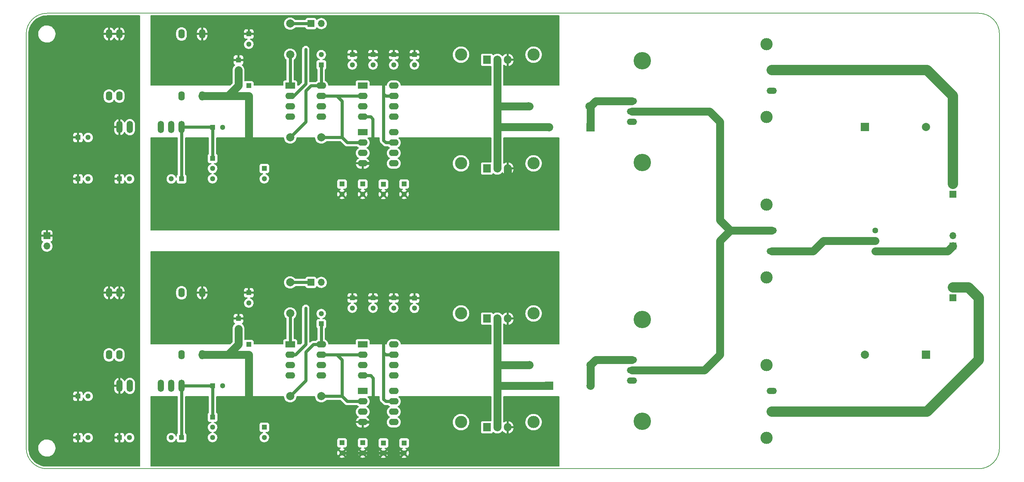
<source format=gbr>
%TF.GenerationSoftware,KiCad,Pcbnew,6.0.4+dfsg-1+b1*%
%TF.CreationDate,2022-05-18T11:28:58-05:00*%
%TF.ProjectId,HV-pulse-generator,48562d70-756c-4736-952d-67656e657261,C*%
%TF.SameCoordinates,Original*%
%TF.FileFunction,Copper,L2,Bot*%
%TF.FilePolarity,Positive*%
%FSLAX46Y46*%
G04 Gerber Fmt 4.6, Leading zero omitted, Abs format (unit mm)*
G04 Created by KiCad (PCBNEW 6.0.4+dfsg-1+b1) date 2022-05-18 11:28:58*
%MOMM*%
%LPD*%
G01*
G04 APERTURE LIST*
%TA.AperFunction,Profile*%
%ADD10C,0.150000*%
%TD*%
%TA.AperFunction,ComponentPad*%
%ADD11R,2.000000X2.000000*%
%TD*%
%TA.AperFunction,ComponentPad*%
%ADD12C,2.000000*%
%TD*%
%TA.AperFunction,ComponentPad*%
%ADD13R,1.700000X1.700000*%
%TD*%
%TA.AperFunction,ComponentPad*%
%ADD14O,1.700000X1.700000*%
%TD*%
%TA.AperFunction,ComponentPad*%
%ADD15O,2.499360X1.501140*%
%TD*%
%TA.AperFunction,ComponentPad*%
%ADD16C,3.000000*%
%TD*%
%TA.AperFunction,ComponentPad*%
%ADD17C,4.270000*%
%TD*%
%TA.AperFunction,ComponentPad*%
%ADD18R,2.400000X1.600000*%
%TD*%
%TA.AperFunction,ComponentPad*%
%ADD19O,2.400000X1.600000*%
%TD*%
%TA.AperFunction,ComponentPad*%
%ADD20C,1.440000*%
%TD*%
%TA.AperFunction,ComponentPad*%
%ADD21R,1.300000X1.300000*%
%TD*%
%TA.AperFunction,ComponentPad*%
%ADD22C,1.300000*%
%TD*%
%TA.AperFunction,ComponentPad*%
%ADD23C,1.998980*%
%TD*%
%TA.AperFunction,ComponentPad*%
%ADD24R,1.300480X1.300480*%
%TD*%
%TA.AperFunction,ComponentPad*%
%ADD25C,1.300480*%
%TD*%
%TA.AperFunction,ComponentPad*%
%ADD26O,1.501140X2.999740*%
%TD*%
%TA.AperFunction,ComponentPad*%
%ADD27O,1.600000X2.300000*%
%TD*%
%TA.AperFunction,ComponentPad*%
%ADD28R,1.905000X2.000000*%
%TD*%
%TA.AperFunction,ComponentPad*%
%ADD29O,1.905000X2.000000*%
%TD*%
%TA.AperFunction,ComponentPad*%
%ADD30R,1.998980X1.998980*%
%TD*%
%TA.AperFunction,ViaPad*%
%ADD31C,0.600000*%
%TD*%
%TA.AperFunction,Conductor*%
%ADD32C,1.905000*%
%TD*%
%TA.AperFunction,Conductor*%
%ADD33C,0.762000*%
%TD*%
%TA.AperFunction,Conductor*%
%ADD34C,2.540000*%
%TD*%
G04 APERTURE END LIST*
D10*
X20320000Y-127000000D02*
X20320000Y-25400000D01*
X259080000Y-25400000D02*
G75*
G03*
X254000000Y-20320000I-5080000J0D01*
G01*
X254000000Y-132080000D02*
G75*
G03*
X259080000Y-127000000I0J5080000D01*
G01*
X254000000Y-20320000D02*
X25400000Y-20320000D01*
X259080000Y-25400000D02*
X259080000Y-127000000D01*
X254000000Y-132080000D02*
X25400000Y-132080000D01*
X20320000Y-127000000D02*
G75*
G03*
X25400000Y-132080000I5080000J0D01*
G01*
X25400000Y-20320000D02*
G75*
G03*
X20320000Y-25400000I0J-5080000D01*
G01*
D11*
%TO.P,C6,1*%
%TO.N,/sheet5F874D32/COM*%
X226060000Y-48260000D03*
D12*
%TO.P,C6,2*%
%TO.N,GND*%
X241060000Y-48260000D03*
%TD*%
D11*
%TO.P,C29,1*%
%TO.N,GND*%
X241060000Y-104140000D03*
D12*
%TO.P,C29,2*%
%TO.N,/Sheet5F8C1FCD/COM*%
X226060000Y-104140000D03*
%TD*%
D13*
%TO.P,J3,1*%
%TO.N,+24V*%
X25400000Y-74930000D03*
D14*
%TO.P,J3,2*%
%TO.N,GNDPWR*%
X25400000Y-77470000D03*
%TD*%
D13*
%TO.P,J4,1*%
%TO.N,Net-(J4-Pad1)*%
X247650000Y-77470000D03*
D14*
%TO.P,J4,2*%
%TO.N,GND*%
X247650000Y-74930000D03*
%TD*%
D15*
%TO.P,R1,1*%
%TO.N,/sheet5F874D32/COM*%
X203200000Y-39370000D03*
%TO.P,R1,2*%
%TO.N,+VDC*%
X203200000Y-34290000D03*
%TD*%
%TO.P,R5,1*%
%TO.N,Net-(R5-Pad1)*%
X203200000Y-78740000D03*
%TO.P,R5,2*%
%TO.N,Net-(Q2-Pad2)*%
X203200000Y-73660000D03*
%TD*%
%TO.P,R9,1*%
%TO.N,-VDC*%
X203200000Y-118110000D03*
%TO.P,R9,2*%
%TO.N,/Sheet5F8C1FCD/COM*%
X203200000Y-113030000D03*
%TD*%
D16*
%TO.P,REF\u002A\u002A,1*%
%TO.N,N/C*%
X201930000Y-27930000D03*
X201930000Y-45730000D03*
%TD*%
%TO.P,REF\u002A\u002A,1*%
%TO.N,N/C*%
X201930000Y-106670000D03*
X201930000Y-124470000D03*
%TD*%
%TO.P,REF\u002A\u002A,1*%
%TO.N,N/C*%
X144790000Y-93980000D03*
X126990000Y-93980000D03*
%TD*%
D17*
%TO.P,REF\u002A\u002A,1*%
%TO.N,N/C*%
X171450000Y-95450000D03*
X171450000Y-120450000D03*
%TD*%
D18*
%TO.P,U1,1*%
%TO.N,N/C*%
X102870000Y-101600000D03*
D19*
%TO.P,U1,2*%
%TO.N,Net-(R2-Pad1)*%
X102870000Y-104140000D03*
%TO.P,U1,3*%
%TO.N,/Sheet5F8C1FCD/+2P5V*%
X102870000Y-106680000D03*
%TO.P,U1,4*%
%TO.N,/Sheet5F8C1FCD/-15V*%
X102870000Y-109220000D03*
%TO.P,U1,5*%
%TO.N,N/C*%
X110490000Y-109220000D03*
%TO.P,U1,6*%
%TO.N,Net-(Q1-Pad1)*%
X110490000Y-106680000D03*
%TO.P,U1,7*%
%TO.N,/Sheet5F8C1FCD/+15V*%
X110490000Y-104140000D03*
%TO.P,U1,8*%
%TO.N,N/C*%
X110490000Y-101600000D03*
%TD*%
D18*
%TO.P,U2,1*%
%TO.N,Net-(R3-Pad1)*%
X85090000Y-101600000D03*
D19*
%TO.P,U2,2*%
%TO.N,/Sheet5F8C1FCD/TTL-*%
X85090000Y-104140000D03*
%TO.P,U2,3*%
%TO.N,N/C*%
X85090000Y-106680000D03*
%TO.P,U2,4*%
X85090000Y-109220000D03*
%TO.P,U2,5*%
%TO.N,/Sheet5F8C1FCD/COM*%
X92710000Y-109220000D03*
%TO.P,U2,6*%
%TO.N,N/C*%
X92710000Y-106680000D03*
%TO.P,U2,7*%
%TO.N,Net-(R2-Pad1)*%
X92710000Y-104140000D03*
%TO.P,U2,8*%
%TO.N,/Sheet5F8C1FCD/+5V*%
X92710000Y-101600000D03*
%TD*%
D20*
%TO.P,RTUNE1,1*%
%TO.N,N/C*%
X228600000Y-73660000D03*
%TO.P,RTUNE1,2*%
%TO.N,Net-(R5-Pad1)*%
X228600000Y-76200000D03*
%TO.P,RTUNE1,3*%
%TO.N,Net-(J4-Pad1)*%
X228600000Y-78740000D03*
%TD*%
D21*
%TO.P,C4,1*%
%TO.N,/Sheet5F8C1FCD/+15V*%
X100330000Y-90170000D03*
D22*
%TO.P,C4,2*%
%TO.N,/Sheet5F8C1FCD/COM*%
X100330000Y-92670000D03*
%TD*%
D21*
%TO.P,C12,1*%
%TO.N,/Sheet5F8C1FCD/COM*%
X107950000Y-125770000D03*
D22*
%TO.P,C12,2*%
%TO.N,/Sheet5F8C1FCD/-15V*%
X107950000Y-128270000D03*
%TD*%
D21*
%TO.P,C17,1*%
%TO.N,/Sheet5F8C1FCD/+5V*%
X66040000Y-111760000D03*
D22*
%TO.P,C17,2*%
%TO.N,/Sheet5F8C1FCD/COM*%
X68540000Y-111760000D03*
%TD*%
D21*
%TO.P,C14,1*%
%TO.N,/Sheet5F8C1FCD/COM*%
X113030000Y-125770000D03*
D22*
%TO.P,C14,2*%
%TO.N,/Sheet5F8C1FCD/-15V*%
X113030000Y-128270000D03*
%TD*%
D21*
%TO.P,C16,1*%
%TO.N,/Sheet5F8C1FCD/+15V*%
X72390000Y-95250000D03*
D22*
%TO.P,C16,2*%
%TO.N,/Sheet5F8C1FCD/-15V*%
X72390000Y-97750000D03*
%TD*%
D21*
%TO.P,C1,1*%
%TO.N,/Sheet5F8C1FCD/+5V*%
X92710000Y-96520000D03*
D22*
%TO.P,C1,2*%
%TO.N,/Sheet5F8C1FCD/COM*%
X92710000Y-94020000D03*
%TD*%
D21*
%TO.P,C13,1*%
%TO.N,/Sheet5F8C1FCD/COM*%
X97790000Y-125730000D03*
D22*
%TO.P,C13,2*%
%TO.N,/Sheet5F8C1FCD/-15V*%
X97790000Y-128230000D03*
%TD*%
D21*
%TO.P,C2,1*%
%TO.N,/Sheet5F8C1FCD/COM*%
X102870000Y-125730000D03*
D22*
%TO.P,C2,2*%
%TO.N,/Sheet5F8C1FCD/-15V*%
X102870000Y-128230000D03*
%TD*%
D21*
%TO.P,C5,1*%
%TO.N,/Sheet5F8C1FCD/+15V*%
X115570000Y-90210000D03*
D22*
%TO.P,C5,2*%
%TO.N,/Sheet5F8C1FCD/COM*%
X115570000Y-92710000D03*
%TD*%
D21*
%TO.P,C3,1*%
%TO.N,/Sheet5F8C1FCD/+15V*%
X74930000Y-88900000D03*
D22*
%TO.P,C3,2*%
%TO.N,/Sheet5F8C1FCD/COM*%
X74930000Y-91400000D03*
%TD*%
D21*
%TO.P,C8,1*%
%TO.N,/Sheet5F8C1FCD/+5V*%
X58420000Y-124460000D03*
D22*
%TO.P,C8,2*%
%TO.N,/Sheet5F8C1FCD/COM*%
X55920000Y-124460000D03*
%TD*%
D21*
%TO.P,C9,1*%
%TO.N,+24V*%
X43180000Y-124460000D03*
D22*
%TO.P,C9,2*%
%TO.N,GNDPWR*%
X45680000Y-124460000D03*
%TD*%
D21*
%TO.P,C11,1*%
%TO.N,/Sheet5F8C1FCD/COM*%
X74930000Y-101600000D03*
D22*
%TO.P,C11,2*%
%TO.N,/Sheet5F8C1FCD/-15V*%
X74930000Y-104100000D03*
%TD*%
D21*
%TO.P,C15,1*%
%TO.N,+24V*%
X33020000Y-124460000D03*
D22*
%TO.P,C15,2*%
%TO.N,GNDPWR*%
X35520000Y-124460000D03*
%TD*%
D21*
%TO.P,C18,1*%
%TO.N,/Sheet5F8C1FCD/+2P5V*%
X78740000Y-121920000D03*
D22*
%TO.P,C18,2*%
%TO.N,/Sheet5F8C1FCD/COM*%
X78740000Y-124420000D03*
%TD*%
D21*
%TO.P,C19,1*%
%TO.N,+24V*%
X33020000Y-114300000D03*
D22*
%TO.P,C19,2*%
%TO.N,GNDPWR*%
X35520000Y-114300000D03*
%TD*%
D23*
%TO.P,R2,1*%
%TO.N,Net-(R2-Pad1)*%
X92710000Y-114300000D03*
%TO.P,R2,2*%
%TO.N,/Sheet5F8C1FCD/+5V*%
X85090000Y-114300000D03*
%TD*%
%TO.P,R3,1*%
%TO.N,Net-(R3-Pad1)*%
X85090000Y-93980000D03*
%TO.P,R3,2*%
%TO.N,/Sheet5F8C1FCD/TTL+*%
X85090000Y-86360000D03*
%TD*%
D24*
%TO.P,U4,1*%
%TO.N,/Sheet5F8C1FCD/+5V*%
X66040000Y-119418100D03*
D25*
%TO.P,U4,2*%
%TO.N,/Sheet5F8C1FCD/+2P5V*%
X66040000Y-121920000D03*
%TO.P,U4,3*%
%TO.N,/Sheet5F8C1FCD/COM*%
X66040000Y-124416820D03*
%TD*%
D24*
%TO.P,U8,1*%
%TO.N,/sheet5F874D32/+5V*%
X66040000Y-55918100D03*
D25*
%TO.P,U8,2*%
%TO.N,/sheet5F874D32/+2P5V*%
X66040000Y-58420000D03*
%TO.P,U8,3*%
%TO.N,/sheet5F874D32/COM*%
X66040000Y-60916820D03*
%TD*%
D15*
%TO.P,Q5,1*%
%TO.N,/Sheet5F8C1FCD/COM*%
X168910000Y-110490000D03*
%TO.P,Q5,2*%
%TO.N,Net-(Q2-Pad2)*%
X168910000Y-107950000D03*
%TO.P,Q5,3*%
%TO.N,Net-(D1-Pad2)*%
X168910000Y-105410000D03*
%TD*%
%TO.P,Q2,1*%
%TO.N,/sheet5F874D32/COM*%
X168910000Y-46990000D03*
%TO.P,Q2,2*%
%TO.N,Net-(Q2-Pad2)*%
X168910000Y-44450000D03*
%TO.P,Q2,3*%
%TO.N,Net-(D2-Pad1)*%
X168910000Y-41910000D03*
%TD*%
D17*
%TO.P,REF\u002A\u002A,1*%
%TO.N,N/C*%
X171450000Y-56950000D03*
X171450000Y-31950000D03*
%TD*%
D21*
%TO.P,C36,1*%
%TO.N,/sheet5F874D32/+5V*%
X66040000Y-48300000D03*
D22*
%TO.P,C36,2*%
%TO.N,/sheet5F874D32/COM*%
X68540000Y-48300000D03*
%TD*%
D26*
%TO.P,P1,1*%
%TO.N,+24V*%
X43180000Y-111760000D03*
%TO.P,P1,2*%
%TO.N,GNDPWR*%
X45730160Y-111760000D03*
%TO.P,P1,5*%
%TO.N,/Sheet5F8C1FCD/COM*%
X53329800Y-111760000D03*
%TO.P,P1,6*%
%TO.N,N/C*%
X55880000Y-111760000D03*
%TO.P,P1,7*%
%TO.N,/Sheet5F8C1FCD/+5V*%
X58420000Y-111760000D03*
%TD*%
D13*
%TO.P,J5,1*%
%TO.N,/Sheet5F8C1FCD/TTL+*%
X90170000Y-86360000D03*
D14*
%TO.P,J5,2*%
%TO.N,/Sheet5F8C1FCD/TTL-*%
X92710000Y-86360000D03*
%TD*%
D16*
%TO.P,REF\u002A\u002A,1*%
%TO.N,N/C*%
X201930000Y-85100000D03*
X201930000Y-67300000D03*
%TD*%
D18*
%TO.P,U3,1*%
%TO.N,N/C*%
X102870000Y-113030000D03*
D19*
%TO.P,U3,2*%
%TO.N,Net-(R2-Pad1)*%
X102870000Y-115570000D03*
%TO.P,U3,3*%
%TO.N,/Sheet5F8C1FCD/+2P5V*%
X102870000Y-118110000D03*
%TO.P,U3,4*%
%TO.N,/Sheet5F8C1FCD/-15V*%
X102870000Y-120650000D03*
%TO.P,U3,5*%
%TO.N,N/C*%
X110490000Y-120650000D03*
%TO.P,U3,6*%
%TO.N,Net-(Q3-Pad1)*%
X110490000Y-118110000D03*
%TO.P,U3,7*%
%TO.N,/Sheet5F8C1FCD/+15V*%
X110490000Y-115570000D03*
%TO.P,U3,8*%
%TO.N,N/C*%
X110490000Y-113030000D03*
%TD*%
D27*
%TO.P,P2,2*%
%TO.N,GNDPWR*%
X40640000Y-104140000D03*
%TO.P,P2,3*%
X43180000Y-104140000D03*
%TO.P,P2,9*%
%TO.N,/Sheet5F8C1FCD/COM*%
X58420000Y-104140000D03*
%TO.P,P2,11*%
%TO.N,/Sheet5F8C1FCD/-15V*%
X63500000Y-104140000D03*
%TO.P,P2,14*%
%TO.N,/Sheet5F8C1FCD/+15V*%
X63500000Y-88900000D03*
%TO.P,P2,16*%
%TO.N,/Sheet5F8C1FCD/COM*%
X58420000Y-88900000D03*
%TO.P,P2,22*%
%TO.N,+24V*%
X43180000Y-88900000D03*
%TO.P,P2,23*%
X40640000Y-88900000D03*
%TD*%
D21*
%TO.P,C7,1*%
%TO.N,/Sheet5F8C1FCD/+15V*%
X105410000Y-90170000D03*
D22*
%TO.P,C7,2*%
%TO.N,/Sheet5F8C1FCD/COM*%
X105410000Y-92670000D03*
%TD*%
D21*
%TO.P,C10,1*%
%TO.N,/Sheet5F8C1FCD/+15V*%
X110490000Y-90170000D03*
D22*
%TO.P,C10,2*%
%TO.N,/Sheet5F8C1FCD/COM*%
X110490000Y-92670000D03*
%TD*%
D28*
%TO.P,Q1,1*%
%TO.N,Net-(Q1-Pad1)*%
X133350000Y-95250000D03*
D29*
%TO.P,Q1,2*%
%TO.N,/Sheet5F8C1FCD/GATE*%
X135890000Y-95250000D03*
%TO.P,Q1,3*%
%TO.N,/Sheet5F8C1FCD/+15V*%
X138430000Y-95250000D03*
%TD*%
D28*
%TO.P,Q3,1*%
%TO.N,Net-(Q3-Pad1)*%
X133350000Y-121920000D03*
D29*
%TO.P,Q3,2*%
%TO.N,/Sheet5F8C1FCD/GATE*%
X135890000Y-121920000D03*
%TO.P,Q3,3*%
%TO.N,/Sheet5F8C1FCD/-15V*%
X138430000Y-121920000D03*
%TD*%
D30*
%TO.P,D1,1*%
%TO.N,/Sheet5F8C1FCD/GATE*%
X148590000Y-111760000D03*
D23*
%TO.P,D1,2*%
%TO.N,Net-(D1-Pad2)*%
X158750000Y-111760000D03*
%TD*%
%TO.P,R4,1*%
%TO.N,Net-(D1-Pad2)*%
X158750000Y-106680000D03*
%TO.P,R4,2*%
%TO.N,/Sheet5F8C1FCD/GATE*%
X143750000Y-106680000D03*
%TD*%
D13*
%TO.P,J1.2,1*%
%TO.N,GND*%
X247650000Y-90170000D03*
D14*
%TO.P,J1.2,2*%
%TO.N,-VDC*%
X247650000Y-87630000D03*
%TD*%
D13*
%TO.P,J1.1,1*%
%TO.N,GND*%
X247650000Y-64770000D03*
D14*
%TO.P,J1.1,2*%
%TO.N,+VDC*%
X247650000Y-62230000D03*
%TD*%
D21*
%TO.P,C20,1*%
%TO.N,/sheet5F874D32/+5V*%
X92710000Y-32980000D03*
D22*
%TO.P,C20,2*%
%TO.N,/sheet5F874D32/COM*%
X92710000Y-30480000D03*
%TD*%
D21*
%TO.P,C21,1*%
%TO.N,/sheet5F874D32/COM*%
X113030000Y-62230000D03*
D22*
%TO.P,C21,2*%
%TO.N,/sheet5F874D32/-15V*%
X113030000Y-64730000D03*
%TD*%
D21*
%TO.P,C23,1*%
%TO.N,/sheet5F874D32/+15V*%
X105410000Y-30480000D03*
D22*
%TO.P,C23,2*%
%TO.N,/sheet5F874D32/COM*%
X105410000Y-32980000D03*
%TD*%
D21*
%TO.P,C24,1*%
%TO.N,/sheet5F874D32/+15V*%
X110490000Y-30480000D03*
D22*
%TO.P,C24,2*%
%TO.N,/sheet5F874D32/COM*%
X110490000Y-32980000D03*
%TD*%
D21*
%TO.P,C25,1*%
%TO.N,/sheet5F874D32/+15V*%
X115570000Y-30480000D03*
D22*
%TO.P,C25,2*%
%TO.N,/sheet5F874D32/COM*%
X115570000Y-32980000D03*
%TD*%
D21*
%TO.P,C28,1*%
%TO.N,/sheet5F874D32/+15V*%
X100330000Y-30480000D03*
D22*
%TO.P,C28,2*%
%TO.N,/sheet5F874D32/COM*%
X100330000Y-32980000D03*
%TD*%
D13*
%TO.P,J2,1*%
%TO.N,/sheet5F874D32/TTL+*%
X90170000Y-22860000D03*
D14*
%TO.P,J2,2*%
%TO.N,/sheet5F874D32/TTL-*%
X92710000Y-22860000D03*
%TD*%
D21*
%TO.P,C34,1*%
%TO.N,+24V*%
X33020000Y-60960000D03*
D22*
%TO.P,C34,2*%
%TO.N,GNDPWR*%
X35520000Y-60960000D03*
%TD*%
D28*
%TO.P,Q4,1*%
%TO.N,Net-(Q4-Pad1)*%
X133350000Y-31750000D03*
D29*
%TO.P,Q4,2*%
%TO.N,/sheet5F874D32/GATE*%
X135890000Y-31750000D03*
%TO.P,Q4,3*%
%TO.N,/sheet5F874D32/+15V*%
X138430000Y-31750000D03*
%TD*%
D21*
%TO.P,C37,1*%
%TO.N,/sheet5F874D32/+2P5V*%
X78740000Y-58420000D03*
D22*
%TO.P,C37,2*%
%TO.N,/sheet5F874D32/COM*%
X78740000Y-60920000D03*
%TD*%
D21*
%TO.P,C30,1*%
%TO.N,/sheet5F874D32/COM*%
X74930000Y-38100000D03*
D22*
%TO.P,C30,2*%
%TO.N,/sheet5F874D32/-15V*%
X74930000Y-40600000D03*
%TD*%
D21*
%TO.P,C33,1*%
%TO.N,/sheet5F874D32/COM*%
X102870000Y-62230000D03*
D22*
%TO.P,C33,2*%
%TO.N,/sheet5F874D32/-15V*%
X102870000Y-64730000D03*
%TD*%
D21*
%TO.P,C35,1*%
%TO.N,/sheet5F874D32/+15V*%
X72390000Y-31790000D03*
D22*
%TO.P,C35,2*%
%TO.N,/sheet5F874D32/-15V*%
X72390000Y-34290000D03*
%TD*%
D23*
%TO.P,R7,1*%
%TO.N,Net-(R7-Pad1)*%
X85090000Y-30480000D03*
%TO.P,R7,2*%
%TO.N,/sheet5F874D32/TTL+*%
X85090000Y-22860000D03*
%TD*%
D16*
%TO.P,REF\u002A\u002A,1*%
%TO.N,N/C*%
X126990000Y-30480000D03*
X144790000Y-30480000D03*
%TD*%
%TO.P,REF\u002A\u002A,1*%
%TO.N,N/C*%
X126990000Y-57150000D03*
X144790000Y-57150000D03*
%TD*%
D18*
%TO.P,U5,1*%
%TO.N,N/C*%
X102870000Y-38100000D03*
D19*
%TO.P,U5,2*%
%TO.N,Net-(R6-Pad1)*%
X102870000Y-40640000D03*
%TO.P,U5,3*%
%TO.N,/sheet5F874D32/+2P5V*%
X102870000Y-43180000D03*
%TO.P,U5,4*%
%TO.N,/sheet5F874D32/-15V*%
X102870000Y-45720000D03*
%TO.P,U5,5*%
%TO.N,N/C*%
X110490000Y-45720000D03*
%TO.P,U5,6*%
%TO.N,Net-(Q4-Pad1)*%
X110490000Y-43180000D03*
%TO.P,U5,7*%
%TO.N,/sheet5F874D32/+15V*%
X110490000Y-40640000D03*
%TO.P,U5,8*%
%TO.N,N/C*%
X110490000Y-38100000D03*
%TD*%
D18*
%TO.P,U7,1*%
%TO.N,N/C*%
X102870000Y-49530000D03*
D19*
%TO.P,U7,2*%
%TO.N,Net-(R6-Pad1)*%
X102870000Y-52070000D03*
%TO.P,U7,3*%
%TO.N,/sheet5F874D32/+2P5V*%
X102870000Y-54610000D03*
%TO.P,U7,4*%
%TO.N,/sheet5F874D32/-15V*%
X102870000Y-57150000D03*
%TO.P,U7,5*%
%TO.N,N/C*%
X110490000Y-57150000D03*
%TO.P,U7,6*%
%TO.N,Net-(Q6-Pad1)*%
X110490000Y-54610000D03*
%TO.P,U7,7*%
%TO.N,/sheet5F874D32/+15V*%
X110490000Y-52070000D03*
%TO.P,U7,8*%
%TO.N,N/C*%
X110490000Y-49530000D03*
%TD*%
D28*
%TO.P,Q6,1*%
%TO.N,Net-(Q6-Pad1)*%
X133350000Y-58420000D03*
D29*
%TO.P,Q6,2*%
%TO.N,/sheet5F874D32/GATE*%
X135890000Y-58420000D03*
%TO.P,Q6,3*%
%TO.N,/sheet5F874D32/-15V*%
X138430000Y-58420000D03*
%TD*%
D26*
%TO.P,P3,1*%
%TO.N,+24V*%
X43169840Y-48260000D03*
%TO.P,P3,2*%
%TO.N,GNDPWR*%
X45720000Y-48260000D03*
%TO.P,P3,5*%
%TO.N,/sheet5F874D32/COM*%
X53319640Y-48260000D03*
%TO.P,P3,6*%
%TO.N,N/C*%
X55869840Y-48260000D03*
%TO.P,P3,7*%
%TO.N,/sheet5F874D32/+5V*%
X58409840Y-48260000D03*
%TD*%
D23*
%TO.P,R6,1*%
%TO.N,Net-(R6-Pad1)*%
X92710000Y-50800000D03*
%TO.P,R6,2*%
%TO.N,/sheet5F874D32/+5V*%
X85090000Y-50800000D03*
%TD*%
D21*
%TO.P,C38,1*%
%TO.N,+24V*%
X33020000Y-50800000D03*
D22*
%TO.P,C38,2*%
%TO.N,GNDPWR*%
X35520000Y-50800000D03*
%TD*%
D18*
%TO.P,U6,1*%
%TO.N,Net-(R7-Pad1)*%
X85090000Y-38100000D03*
D19*
%TO.P,U6,2*%
%TO.N,/sheet5F874D32/TTL-*%
X85090000Y-40640000D03*
%TO.P,U6,3*%
%TO.N,N/C*%
X85090000Y-43180000D03*
%TO.P,U6,4*%
X85090000Y-45720000D03*
%TO.P,U6,5*%
%TO.N,/sheet5F874D32/COM*%
X92710000Y-45720000D03*
%TO.P,U6,6*%
%TO.N,N/C*%
X92710000Y-43180000D03*
%TO.P,U6,7*%
%TO.N,Net-(R6-Pad1)*%
X92710000Y-40640000D03*
%TO.P,U6,8*%
%TO.N,/sheet5F874D32/+5V*%
X92710000Y-38100000D03*
%TD*%
D21*
%TO.P,C26,1*%
%TO.N,/sheet5F874D32/+5V*%
X58420000Y-60960000D03*
D22*
%TO.P,C26,2*%
%TO.N,/sheet5F874D32/COM*%
X55920000Y-60960000D03*
%TD*%
D27*
%TO.P,P4,2*%
%TO.N,GNDPWR*%
X40640000Y-40640000D03*
%TO.P,P4,3*%
X43180000Y-40640000D03*
%TO.P,P4,9*%
%TO.N,/sheet5F874D32/COM*%
X58420000Y-40640000D03*
%TO.P,P4,11*%
%TO.N,/sheet5F874D32/-15V*%
X63500000Y-40640000D03*
%TO.P,P4,14*%
%TO.N,/sheet5F874D32/+15V*%
X63500000Y-25400000D03*
%TO.P,P4,16*%
%TO.N,/sheet5F874D32/COM*%
X58420000Y-25400000D03*
%TO.P,P4,22*%
%TO.N,+24V*%
X43180000Y-25400000D03*
%TO.P,P4,23*%
X40640000Y-25400000D03*
%TD*%
D21*
%TO.P,C31,1*%
%TO.N,/sheet5F874D32/COM*%
X107950000Y-62270000D03*
D22*
%TO.P,C31,2*%
%TO.N,/sheet5F874D32/-15V*%
X107950000Y-64770000D03*
%TD*%
D21*
%TO.P,C32,1*%
%TO.N,/sheet5F874D32/COM*%
X97790000Y-62230000D03*
D22*
%TO.P,C32,2*%
%TO.N,/sheet5F874D32/-15V*%
X97790000Y-64730000D03*
%TD*%
D21*
%TO.P,C22,1*%
%TO.N,/sheet5F874D32/+15V*%
X74930000Y-25400000D03*
D22*
%TO.P,C22,2*%
%TO.N,/sheet5F874D32/COM*%
X74930000Y-27900000D03*
%TD*%
D21*
%TO.P,C27,1*%
%TO.N,+24V*%
X43180000Y-60960000D03*
D22*
%TO.P,C27,2*%
%TO.N,GNDPWR*%
X45680000Y-60960000D03*
%TD*%
D23*
%TO.P,R8,1*%
%TO.N,/sheet5F874D32/GATE*%
X143510000Y-43180000D03*
%TO.P,R8,2*%
%TO.N,Net-(D2-Pad1)*%
X158510000Y-43180000D03*
%TD*%
D30*
%TO.P,D2,1*%
%TO.N,Net-(D2-Pad1)*%
X158750000Y-48262540D03*
D23*
%TO.P,D2,2*%
%TO.N,/sheet5F874D32/GATE*%
X148590000Y-48262540D03*
%TD*%
D16*
%TO.P,REF\u002A\u002A,1*%
%TO.N,N/C*%
X144790000Y-120650000D03*
X126990000Y-120650000D03*
%TD*%
D31*
%TO.N,/sheet5F874D32/TTL-*%
X88900000Y-29210000D03*
%TO.N,/Sheet5F8C1FCD/TTL-*%
X88900000Y-92710000D03*
%TD*%
D32*
%TO.N,Net-(D2-Pad1)*%
X168910000Y-41910000D02*
X160020000Y-41910000D01*
X160020000Y-41910000D02*
X158750000Y-43180000D01*
X158750000Y-43180000D02*
X158750000Y-48257460D01*
%TO.N,Net-(J4-Pad1)*%
X228600000Y-78740000D02*
X246380000Y-78740000D01*
X246380000Y-78740000D02*
X247650000Y-77470000D01*
%TO.N,Net-(Q2-Pad2)*%
X193040000Y-73660000D02*
X190500000Y-71120000D01*
X193040000Y-73660000D02*
X190500000Y-76200000D01*
X168910000Y-44450000D02*
X187960000Y-44450000D01*
X190500000Y-104140000D02*
X190500000Y-76200000D01*
X187960000Y-44450000D02*
X190500000Y-46990000D01*
X190500000Y-46990000D02*
X190500000Y-71120000D01*
X186690000Y-107950000D02*
X168910000Y-107950000D01*
X203200000Y-73660000D02*
X193040000Y-73660000D01*
X186690000Y-107950000D02*
X190500000Y-104140000D01*
D33*
%TO.N,Net-(R6-Pad1)*%
X99060000Y-52070000D02*
X102870000Y-52070000D01*
X97790000Y-50800000D02*
X99060000Y-52070000D01*
X96520000Y-40640000D02*
X102870000Y-40640000D01*
X92710000Y-40640000D02*
X96520000Y-40640000D01*
X96520000Y-40640000D02*
X97790000Y-41910000D01*
X97790000Y-50800000D02*
X92710000Y-50800000D01*
X97790000Y-41910000D02*
X97790000Y-50800000D01*
%TO.N,Net-(R7-Pad1)*%
X85090000Y-30480000D02*
X85090000Y-38100000D01*
D32*
%TO.N,Net-(R5-Pad1)*%
X203200000Y-78740000D02*
X213360000Y-78740000D01*
X213360000Y-78740000D02*
X215900000Y-76200000D01*
X215900000Y-76200000D02*
X228600000Y-76200000D01*
D34*
%TO.N,+VDC*%
X247650000Y-40640000D02*
X247650000Y-62230000D01*
X241300000Y-34290000D02*
X247650000Y-40640000D01*
X203200000Y-34290000D02*
X241300000Y-34290000D01*
%TO.N,-VDC*%
X241300000Y-118110000D02*
X254000000Y-105410000D01*
X203200000Y-118110000D02*
X241300000Y-118110000D01*
X251460000Y-87630000D02*
X247650000Y-87630000D01*
X254000000Y-105410000D02*
X254000000Y-90170000D01*
X254000000Y-90170000D02*
X251460000Y-87630000D01*
D33*
%TO.N,/sheet5F874D32/TTL-*%
X88900000Y-29210000D02*
X88900000Y-37661602D01*
X88900000Y-37661602D02*
X85921602Y-40640000D01*
X85921602Y-40640000D02*
X85090000Y-40640000D01*
%TO.N,/Sheet5F8C1FCD/TTL-*%
X86360000Y-104140000D02*
X88900000Y-101600000D01*
X85090000Y-104140000D02*
X86360000Y-104140000D01*
X88900000Y-101600000D02*
X88900000Y-92710000D01*
%TO.N,/Sheet5F8C1FCD/-15V*%
X104832000Y-120650000D02*
X102870000Y-120650000D01*
X105450000Y-109838000D02*
X104832000Y-109220000D01*
X97790000Y-128230000D02*
X105450000Y-128230000D01*
D32*
X63500000Y-104140000D02*
X69850000Y-104140000D01*
D33*
X74890000Y-104140000D02*
X74930000Y-104100000D01*
X112990000Y-128230000D02*
X113030000Y-128270000D01*
D32*
X72390000Y-101600000D02*
X69850000Y-104140000D01*
X69850000Y-104140000D02*
X72390000Y-104140000D01*
D33*
X105450000Y-128230000D02*
X112990000Y-128230000D01*
X105450000Y-128230000D02*
X105450000Y-121268000D01*
D32*
X72390000Y-104140000D02*
X74890000Y-104140000D01*
X74930000Y-104100000D02*
X74930000Y-127000000D01*
D33*
X104832000Y-109220000D02*
X102870000Y-109220000D01*
X105450000Y-121268000D02*
X105450000Y-109838000D01*
D32*
X72390000Y-97750000D02*
X72390000Y-101600000D01*
D33*
X105450000Y-121268000D02*
X104832000Y-120650000D01*
%TO.N,/Sheet5F8C1FCD/+15V*%
X112990000Y-90170000D02*
X113030000Y-90210000D01*
X107950000Y-90170000D02*
X107950000Y-102870000D01*
X107950000Y-103562000D02*
X108528000Y-104140000D01*
X107950000Y-114992000D02*
X108528000Y-115570000D01*
X107950000Y-102870000D02*
X107950000Y-103562000D01*
X108528000Y-104140000D02*
X110490000Y-104140000D01*
X107950000Y-102870000D02*
X107950000Y-114992000D01*
X100330000Y-90170000D02*
X107950000Y-90170000D01*
X107950000Y-90170000D02*
X115530000Y-90170000D01*
X108528000Y-115570000D02*
X110490000Y-115570000D01*
%TO.N,Net-(R2-Pad1)*%
X96520000Y-104140000D02*
X97790000Y-105410000D01*
X97790000Y-105410000D02*
X97790000Y-114300000D01*
X92710000Y-114300000D02*
X97790000Y-114300000D01*
X97790000Y-114300000D02*
X99060000Y-115570000D01*
X99060000Y-115570000D02*
X102870000Y-115570000D01*
X96520000Y-104140000D02*
X102870000Y-104140000D01*
X92710000Y-104140000D02*
X96520000Y-104140000D01*
D32*
%TO.N,/sheet5F874D32/-15V*%
X138430000Y-58420000D02*
X138430000Y-63500000D01*
D33*
X102870000Y-57150000D02*
X104832000Y-57150000D01*
X104832000Y-57150000D02*
X105410000Y-57728000D01*
X105370000Y-64730000D02*
X105370000Y-46258000D01*
X105370000Y-46258000D02*
X104832000Y-45720000D01*
X104832000Y-45720000D02*
X102870000Y-45720000D01*
D32*
X74930000Y-40600000D02*
X74930000Y-63500000D01*
X74930000Y-63500000D02*
X80010000Y-68580000D01*
X133350000Y-68580000D02*
X105410000Y-68580000D01*
X138430000Y-63500000D02*
X133350000Y-68580000D01*
D33*
X105450000Y-64730000D02*
X105410000Y-64770000D01*
X105410000Y-68580000D02*
X105410000Y-64770000D01*
X105370000Y-64730000D02*
X105410000Y-64770000D01*
D32*
X63500000Y-40640000D02*
X69850000Y-40640000D01*
X72390000Y-34290000D02*
X72390000Y-38100000D01*
X69850000Y-40640000D02*
X72390000Y-40640000D01*
X72390000Y-38100000D02*
X69850000Y-40640000D01*
X72390000Y-40640000D02*
X74890000Y-40640000D01*
X105410000Y-68580000D02*
X100330000Y-68580000D01*
X80010000Y-68580000D02*
X100330000Y-68580000D01*
D33*
X74890000Y-40640000D02*
X74930000Y-40600000D01*
%TO.N,/sheet5F874D32/+15V*%
X100330000Y-30480000D02*
X107950000Y-30480000D01*
X107950000Y-30480000D02*
X115570000Y-30480000D01*
X107950000Y-33020000D02*
X107950000Y-30480000D01*
X107950000Y-33020000D02*
X107950000Y-38100000D01*
X107950000Y-40062000D02*
X107950000Y-38100000D01*
X107950000Y-38100000D02*
X107950000Y-51492000D01*
X110490000Y-40640000D02*
X108528000Y-40640000D01*
X108528000Y-40640000D02*
X107950000Y-40062000D01*
X107950000Y-51492000D02*
X108528000Y-52070000D01*
X108528000Y-52070000D02*
X110490000Y-52070000D01*
%TO.N,/sheet5F874D32/TTL+*%
X85090000Y-22860000D02*
X90170000Y-22860000D01*
%TO.N,GNDPWR*%
X45720000Y-60920000D02*
X45680000Y-60960000D01*
%TO.N,/Sheet5F8C1FCD/TTL+*%
X90170000Y-86360000D02*
X85090000Y-86360000D01*
D32*
%TO.N,/sheet5F874D32/GATE*%
X135890000Y-43180000D02*
X135890000Y-31750000D01*
X135890000Y-43180000D02*
X135890000Y-48260000D01*
X135890000Y-48260000D02*
X135890000Y-58420000D01*
X148590000Y-48257460D02*
X135892540Y-48257460D01*
D33*
X135892540Y-48257460D02*
X135890000Y-48260000D01*
D32*
X143750000Y-43180000D02*
X135890000Y-43180000D01*
%TO.N,/Sheet5F8C1FCD/GATE*%
X143750000Y-106680000D02*
X135890000Y-106680000D01*
D33*
X135892540Y-111757460D02*
X135890000Y-111760000D01*
D32*
X135890000Y-106680000D02*
X135890000Y-111760000D01*
X135890000Y-111760000D02*
X135890000Y-121920000D01*
X148590000Y-111757460D02*
X135892540Y-111757460D01*
X135890000Y-95250000D02*
X135890000Y-106680000D01*
D33*
%TO.N,/Sheet5F8C1FCD/+5V*%
X88900000Y-103448000D02*
X90748000Y-101600000D01*
X58420000Y-111760000D02*
X58420000Y-124460000D01*
X88900000Y-110490000D02*
X88900000Y-103448000D01*
X90748000Y-101600000D02*
X92710000Y-101600000D01*
X66040000Y-111760000D02*
X66040000Y-119418100D01*
X92710000Y-96520000D02*
X92710000Y-101600000D01*
X58420000Y-111760000D02*
X66040000Y-111760000D01*
X85090000Y-114300000D02*
X88900000Y-110490000D01*
%TO.N,Net-(R3-Pad1)*%
X85090000Y-93980000D02*
X85090000Y-101600000D01*
%TO.N,/sheet5F874D32/+5V*%
X92710000Y-32980000D02*
X92710000Y-38100000D01*
X58409840Y-48260000D02*
X58409840Y-60949840D01*
X85090000Y-50800000D02*
X88900000Y-46990000D01*
X88900000Y-46990000D02*
X88900000Y-39370000D01*
X88900000Y-39370000D02*
X90170000Y-38100000D01*
X90170000Y-38100000D02*
X92710000Y-38100000D01*
X66040000Y-55918100D02*
X66040000Y-48300000D01*
X58409840Y-48260000D02*
X66000000Y-48260000D01*
X58409840Y-60949840D02*
X58420000Y-60960000D01*
X58447940Y-48298100D02*
X58409840Y-48260000D01*
X66000000Y-48260000D02*
X66040000Y-48300000D01*
D32*
%TO.N,Net-(D1-Pad2)*%
X158750000Y-106680000D02*
X158750000Y-111757460D01*
X168910000Y-105410000D02*
X160020000Y-105410000D01*
X160020000Y-105410000D02*
X158750000Y-106680000D01*
%TD*%
%TA.AperFunction,Conductor*%
%TO.N,/Sheet5F8C1FCD/-15V*%
G36*
X57472621Y-114320002D02*
G01*
X57519114Y-114373658D01*
X57530500Y-114426000D01*
X57530500Y-123290958D01*
X57510498Y-123359079D01*
X57480065Y-123391784D01*
X57431075Y-123428500D01*
X57406739Y-123446739D01*
X57319385Y-123563295D01*
X57268255Y-123699684D01*
X57261500Y-123761866D01*
X57261500Y-124037375D01*
X57241498Y-124105496D01*
X57187842Y-124151989D01*
X57117568Y-124162093D01*
X57052988Y-124132599D01*
X57014231Y-124071577D01*
X57007754Y-124048611D01*
X57007753Y-124048609D01*
X57006186Y-124043052D01*
X57003387Y-124037375D01*
X56914570Y-123857273D01*
X56912015Y-123852092D01*
X56784622Y-123681491D01*
X56628271Y-123536963D01*
X56448201Y-123423347D01*
X56250441Y-123344449D01*
X56244781Y-123343323D01*
X56244777Y-123343322D01*
X56047282Y-123304038D01*
X56047280Y-123304038D01*
X56041615Y-123302911D01*
X56035840Y-123302835D01*
X56035836Y-123302835D01*
X55929161Y-123301439D01*
X55828716Y-123300124D01*
X55823019Y-123301103D01*
X55823018Y-123301103D01*
X55624564Y-123335203D01*
X55624561Y-123335204D01*
X55618874Y-123336181D01*
X55419116Y-123409875D01*
X55303367Y-123478739D01*
X55266139Y-123500888D01*
X55236134Y-123518739D01*
X55076054Y-123659125D01*
X54944238Y-123826333D01*
X54941549Y-123831444D01*
X54941547Y-123831447D01*
X54887085Y-123934961D01*
X54845100Y-124014762D01*
X54843386Y-124020283D01*
X54843384Y-124020287D01*
X54827458Y-124071577D01*
X54781961Y-124218102D01*
X54756936Y-124429544D01*
X54770861Y-124642006D01*
X54772282Y-124647602D01*
X54772283Y-124647607D01*
X54814445Y-124813615D01*
X54823272Y-124848372D01*
X54825689Y-124853615D01*
X54862389Y-124933223D01*
X54912411Y-125041731D01*
X55035296Y-125215609D01*
X55066887Y-125246384D01*
X55143676Y-125321188D01*
X55187809Y-125364181D01*
X55192605Y-125367386D01*
X55192608Y-125367388D01*
X55308391Y-125444751D01*
X55364843Y-125482471D01*
X55370146Y-125484749D01*
X55370149Y-125484751D01*
X55555163Y-125564239D01*
X55560470Y-125566519D01*
X55614312Y-125578702D01*
X55762501Y-125612234D01*
X55762506Y-125612235D01*
X55768138Y-125613509D01*
X55773909Y-125613736D01*
X55773911Y-125613736D01*
X55835252Y-125616146D01*
X55980891Y-125621869D01*
X55986600Y-125621041D01*
X55986604Y-125621041D01*
X56185890Y-125592145D01*
X56185894Y-125592144D01*
X56191605Y-125591316D01*
X56393223Y-125522876D01*
X56578993Y-125418840D01*
X56742693Y-125282693D01*
X56878840Y-125118993D01*
X56982876Y-124933223D01*
X57016187Y-124835092D01*
X57057024Y-124777015D01*
X57122777Y-124750237D01*
X57192569Y-124763258D01*
X57244242Y-124811945D01*
X57261500Y-124875593D01*
X57261500Y-125158134D01*
X57268255Y-125220316D01*
X57319385Y-125356705D01*
X57406739Y-125473261D01*
X57523295Y-125560615D01*
X57659684Y-125611745D01*
X57721866Y-125618500D01*
X59118134Y-125618500D01*
X59180316Y-125611745D01*
X59316705Y-125560615D01*
X59433261Y-125473261D01*
X59520615Y-125356705D01*
X59571745Y-125220316D01*
X59578500Y-125158134D01*
X59578500Y-123761866D01*
X59571745Y-123699684D01*
X59520615Y-123563295D01*
X59433261Y-123446739D01*
X59408925Y-123428500D01*
X59359935Y-123391784D01*
X59317420Y-123334925D01*
X59309500Y-123290958D01*
X59309500Y-114426000D01*
X59329502Y-114357879D01*
X59383158Y-114311386D01*
X59435500Y-114300000D01*
X65024500Y-114300000D01*
X65092621Y-114320002D01*
X65139114Y-114373658D01*
X65150500Y-114426000D01*
X65150500Y-118248638D01*
X65130498Y-118316759D01*
X65100065Y-118349464D01*
X65026499Y-118404599D01*
X64939145Y-118521155D01*
X64888015Y-118657544D01*
X64881260Y-118719726D01*
X64881260Y-120116474D01*
X64888015Y-120178656D01*
X64939145Y-120315045D01*
X65026499Y-120431601D01*
X65143055Y-120518955D01*
X65279444Y-120570085D01*
X65341626Y-120576840D01*
X65627153Y-120576840D01*
X65695274Y-120596842D01*
X65741767Y-120650498D01*
X65751871Y-120720772D01*
X65722377Y-120785352D01*
X65670764Y-120821052D01*
X65610679Y-120843219D01*
X65539013Y-120869658D01*
X65534052Y-120872610D01*
X65534051Y-120872610D01*
X65450841Y-120922115D01*
X65355992Y-120978544D01*
X65195879Y-121118959D01*
X65192312Y-121123484D01*
X65192307Y-121123489D01*
X65103694Y-121235895D01*
X65064036Y-121286201D01*
X65061348Y-121291310D01*
X64967567Y-121469558D01*
X64967565Y-121469563D01*
X64964878Y-121474670D01*
X64957673Y-121497875D01*
X64903926Y-121670968D01*
X64901726Y-121678052D01*
X64876695Y-121889538D01*
X64890623Y-122102043D01*
X64943044Y-122308452D01*
X65032203Y-122501852D01*
X65155113Y-122675765D01*
X65307657Y-122824368D01*
X65312453Y-122827573D01*
X65312456Y-122827575D01*
X65349984Y-122852650D01*
X65484728Y-122942683D01*
X65490036Y-122944964D01*
X65490037Y-122944964D01*
X65675093Y-123024470D01*
X65675096Y-123024471D01*
X65680396Y-123026748D01*
X65750037Y-123042506D01*
X65755994Y-123043854D01*
X65818020Y-123078397D01*
X65851525Y-123140990D01*
X65845871Y-123211761D01*
X65802852Y-123268241D01*
X65749527Y-123290927D01*
X65738811Y-123292768D01*
X65539013Y-123366478D01*
X65534052Y-123369430D01*
X65534051Y-123369430D01*
X65413153Y-123441357D01*
X65355992Y-123475364D01*
X65195879Y-123615779D01*
X65192312Y-123620304D01*
X65192307Y-123620309D01*
X65067610Y-123778487D01*
X65064036Y-123783021D01*
X65061348Y-123788130D01*
X64967567Y-123966378D01*
X64967565Y-123966383D01*
X64964878Y-123971490D01*
X64901726Y-124174872D01*
X64876695Y-124386358D01*
X64890623Y-124598863D01*
X64943044Y-124805272D01*
X65032203Y-124998672D01*
X65155113Y-125172585D01*
X65307657Y-125321188D01*
X65312453Y-125324393D01*
X65312456Y-125324395D01*
X65376800Y-125367388D01*
X65484728Y-125439503D01*
X65490036Y-125441784D01*
X65490037Y-125441784D01*
X65675093Y-125521290D01*
X65675096Y-125521291D01*
X65680396Y-125523568D01*
X65686025Y-125524842D01*
X65686026Y-125524842D01*
X65882469Y-125569293D01*
X65882475Y-125569294D01*
X65888106Y-125570568D01*
X65893877Y-125570795D01*
X65893879Y-125570795D01*
X65958239Y-125573324D01*
X66100904Y-125578929D01*
X66227215Y-125560615D01*
X66305947Y-125549200D01*
X66305952Y-125549199D01*
X66311661Y-125548371D01*
X66317125Y-125546516D01*
X66317130Y-125546515D01*
X66507849Y-125481775D01*
X66507854Y-125481773D01*
X66513321Y-125479917D01*
X66538027Y-125466081D01*
X66694091Y-125378681D01*
X66694095Y-125378678D01*
X66699129Y-125375859D01*
X66703566Y-125372169D01*
X66703570Y-125372166D01*
X66858425Y-125243374D01*
X66862863Y-125239683D01*
X66922589Y-125167870D01*
X66995346Y-125080390D01*
X66995349Y-125080386D01*
X66999039Y-125075949D01*
X67001858Y-125070915D01*
X67001861Y-125070911D01*
X67100274Y-124895182D01*
X67100274Y-124895181D01*
X67103097Y-124890141D01*
X67104953Y-124884674D01*
X67104955Y-124884669D01*
X67169695Y-124693950D01*
X67169696Y-124693945D01*
X67171551Y-124688481D01*
X67172379Y-124682772D01*
X67172380Y-124682767D01*
X67195850Y-124520891D01*
X67202109Y-124477724D01*
X67203704Y-124416820D01*
X67201198Y-124389544D01*
X77576936Y-124389544D01*
X77590861Y-124602006D01*
X77592282Y-124607602D01*
X77592283Y-124607607D01*
X77618633Y-124711358D01*
X77643272Y-124808372D01*
X77645689Y-124813615D01*
X77682389Y-124893223D01*
X77732411Y-125001731D01*
X77855296Y-125175609D01*
X78007809Y-125324181D01*
X78012605Y-125327386D01*
X78012608Y-125327388D01*
X78067239Y-125363891D01*
X78184843Y-125442471D01*
X78190146Y-125444749D01*
X78190149Y-125444751D01*
X78278888Y-125482876D01*
X78380470Y-125526519D01*
X78456316Y-125543681D01*
X78582501Y-125572234D01*
X78582506Y-125572235D01*
X78588138Y-125573509D01*
X78593909Y-125573736D01*
X78593911Y-125573736D01*
X78655252Y-125576146D01*
X78800891Y-125581869D01*
X78806600Y-125581041D01*
X78806604Y-125581041D01*
X79005890Y-125552145D01*
X79005894Y-125552144D01*
X79011605Y-125551316D01*
X79213223Y-125482876D01*
X79398993Y-125378840D01*
X79562693Y-125242693D01*
X79698840Y-125078993D01*
X79802876Y-124893223D01*
X79871316Y-124691605D01*
X79872598Y-124682767D01*
X79901337Y-124484561D01*
X79901337Y-124484559D01*
X79901869Y-124480891D01*
X79903463Y-124420000D01*
X79891487Y-124289669D01*
X79884510Y-124213730D01*
X79884509Y-124213727D01*
X79883981Y-124207976D01*
X79862722Y-124132599D01*
X79827754Y-124008611D01*
X79827753Y-124008609D01*
X79826186Y-124003052D01*
X79810622Y-123971490D01*
X79734570Y-123817273D01*
X79732015Y-123812092D01*
X79604622Y-123641491D01*
X79448271Y-123496963D01*
X79268201Y-123383347D01*
X79113255Y-123321530D01*
X79057396Y-123277709D01*
X79034095Y-123210645D01*
X79050751Y-123141630D01*
X79102075Y-123092576D01*
X79159945Y-123078500D01*
X79438134Y-123078500D01*
X79500316Y-123071745D01*
X79636705Y-123020615D01*
X79753261Y-122933261D01*
X79840615Y-122816705D01*
X79891745Y-122680316D01*
X79898500Y-122618134D01*
X79898500Y-121221866D01*
X79891745Y-121159684D01*
X79840615Y-121023295D01*
X79760593Y-120916522D01*
X101187273Y-120916522D01*
X101234764Y-121093761D01*
X101238510Y-121104053D01*
X101330586Y-121301511D01*
X101336069Y-121311007D01*
X101461028Y-121489467D01*
X101468084Y-121497875D01*
X101622125Y-121651916D01*
X101630533Y-121658972D01*
X101808993Y-121783931D01*
X101818489Y-121789414D01*
X102015947Y-121881490D01*
X102026239Y-121885236D01*
X102236688Y-121941625D01*
X102247481Y-121943528D01*
X102410170Y-121957762D01*
X102415635Y-121958000D01*
X102597885Y-121958000D01*
X102613124Y-121953525D01*
X102614329Y-121952135D01*
X102616000Y-121944452D01*
X102616000Y-121939885D01*
X103124000Y-121939885D01*
X103128475Y-121955124D01*
X103129865Y-121956329D01*
X103137548Y-121958000D01*
X103324365Y-121958000D01*
X103329830Y-121957762D01*
X103492519Y-121943528D01*
X103503312Y-121941625D01*
X103713761Y-121885236D01*
X103724053Y-121881490D01*
X103921511Y-121789414D01*
X103931007Y-121783931D01*
X104109467Y-121658972D01*
X104117875Y-121651916D01*
X104271916Y-121497875D01*
X104278972Y-121489467D01*
X104403931Y-121311007D01*
X104409414Y-121301511D01*
X104501490Y-121104053D01*
X104505236Y-121093761D01*
X104551394Y-120921497D01*
X104551058Y-120907401D01*
X104543116Y-120904000D01*
X103142115Y-120904000D01*
X103126876Y-120908475D01*
X103125671Y-120909865D01*
X103124000Y-120917548D01*
X103124000Y-121939885D01*
X102616000Y-121939885D01*
X102616000Y-120922115D01*
X102611525Y-120906876D01*
X102610135Y-120905671D01*
X102602452Y-120904000D01*
X101202033Y-120904000D01*
X101188502Y-120907973D01*
X101187273Y-120916522D01*
X79760593Y-120916522D01*
X79753261Y-120906739D01*
X79636705Y-120819385D01*
X79500316Y-120768255D01*
X79438134Y-120761500D01*
X78041866Y-120761500D01*
X77979684Y-120768255D01*
X77843295Y-120819385D01*
X77726739Y-120906739D01*
X77639385Y-121023295D01*
X77588255Y-121159684D01*
X77581500Y-121221866D01*
X77581500Y-122618134D01*
X77588255Y-122680316D01*
X77639385Y-122816705D01*
X77726739Y-122933261D01*
X77843295Y-123020615D01*
X77979684Y-123071745D01*
X78041866Y-123078500D01*
X78323348Y-123078500D01*
X78391469Y-123098502D01*
X78437962Y-123152158D01*
X78448066Y-123222432D01*
X78418572Y-123287012D01*
X78366958Y-123322712D01*
X78239116Y-123369875D01*
X78056134Y-123478739D01*
X77896054Y-123619125D01*
X77764238Y-123786333D01*
X77761549Y-123791444D01*
X77761547Y-123791447D01*
X77729640Y-123852092D01*
X77665100Y-123974762D01*
X77663386Y-123980283D01*
X77663384Y-123980287D01*
X77643895Y-124043052D01*
X77601961Y-124178102D01*
X77576936Y-124389544D01*
X67201198Y-124389544D01*
X67184218Y-124204752D01*
X67182650Y-124199192D01*
X67127979Y-124005345D01*
X67127978Y-124005343D01*
X67126411Y-123999786D01*
X67123857Y-123994606D01*
X67034776Y-123813966D01*
X67034773Y-123813962D01*
X67032221Y-123808786D01*
X67016797Y-123788130D01*
X66908254Y-123642774D01*
X66908253Y-123642773D01*
X66904801Y-123638150D01*
X66889121Y-123623655D01*
X66752653Y-123497507D01*
X66748418Y-123493592D01*
X66644670Y-123428131D01*
X66601966Y-123401187D01*
X66568311Y-123379952D01*
X66370510Y-123301038D01*
X66331191Y-123293217D01*
X66268282Y-123260309D01*
X66233150Y-123198614D01*
X66236950Y-123127719D01*
X66278476Y-123070133D01*
X66315271Y-123050326D01*
X66384729Y-123026748D01*
X66507849Y-122984955D01*
X66507854Y-122984953D01*
X66513321Y-122983097D01*
X66518362Y-122980274D01*
X66694091Y-122881861D01*
X66694095Y-122881858D01*
X66699129Y-122879039D01*
X66703566Y-122875349D01*
X66703570Y-122875346D01*
X66858425Y-122746554D01*
X66862863Y-122742863D01*
X66922589Y-122671050D01*
X66995346Y-122583570D01*
X66995349Y-122583566D01*
X66999039Y-122579129D01*
X67001858Y-122574095D01*
X67001861Y-122574091D01*
X67100274Y-122398362D01*
X67100274Y-122398361D01*
X67103097Y-122393321D01*
X67104953Y-122387854D01*
X67104955Y-122387849D01*
X67169695Y-122197130D01*
X67169696Y-122197125D01*
X67171551Y-122191661D01*
X67172379Y-122185952D01*
X67172380Y-122185947D01*
X67201576Y-121984578D01*
X67202109Y-121980904D01*
X67203704Y-121920000D01*
X67186446Y-121732178D01*
X67184747Y-121713686D01*
X67184746Y-121713683D01*
X67184218Y-121707932D01*
X67177407Y-121683781D01*
X67127979Y-121508525D01*
X67127978Y-121508523D01*
X67126411Y-121502966D01*
X67123857Y-121497786D01*
X67034776Y-121317146D01*
X67034773Y-121317142D01*
X67032221Y-121311966D01*
X67016797Y-121291310D01*
X66908254Y-121145954D01*
X66908253Y-121145953D01*
X66904801Y-121141330D01*
X66748418Y-120996772D01*
X66713123Y-120974502D01*
X66622857Y-120917548D01*
X66568311Y-120883132D01*
X66409742Y-120819870D01*
X66353883Y-120776050D01*
X66330582Y-120708986D01*
X66347238Y-120639970D01*
X66398562Y-120590916D01*
X66456432Y-120576840D01*
X66738374Y-120576840D01*
X66800556Y-120570085D01*
X66936945Y-120518955D01*
X67053501Y-120431601D01*
X67140855Y-120315045D01*
X67191985Y-120178656D01*
X67198740Y-120116474D01*
X67198740Y-118719726D01*
X67191985Y-118657544D01*
X67140855Y-118521155D01*
X67053501Y-118404599D01*
X66979935Y-118349464D01*
X66937420Y-118292605D01*
X66929500Y-118248638D01*
X66929500Y-114426000D01*
X66949502Y-114357879D01*
X67003158Y-114311386D01*
X67055500Y-114300000D01*
X83460873Y-114300000D01*
X83528994Y-114320002D01*
X83575487Y-114373658D01*
X83586485Y-114416114D01*
X83589371Y-114452783D01*
X83595970Y-114536631D01*
X83621650Y-114643595D01*
X83640427Y-114721803D01*
X83651382Y-114767435D01*
X83653272Y-114771998D01*
X83653274Y-114772004D01*
X83727740Y-114951782D01*
X83742216Y-114986730D01*
X83866238Y-115189115D01*
X83976663Y-115318406D01*
X84013472Y-115361503D01*
X84020393Y-115369607D01*
X84200885Y-115523762D01*
X84403270Y-115647784D01*
X84407840Y-115649677D01*
X84407844Y-115649679D01*
X84617996Y-115736726D01*
X84618002Y-115736728D01*
X84622565Y-115738618D01*
X84627365Y-115739770D01*
X84627370Y-115739772D01*
X84732785Y-115765080D01*
X84853369Y-115794030D01*
X85090000Y-115812653D01*
X85326631Y-115794030D01*
X85447215Y-115765080D01*
X85552630Y-115739772D01*
X85552635Y-115739770D01*
X85557435Y-115738618D01*
X85561998Y-115736728D01*
X85562004Y-115736726D01*
X85772156Y-115649679D01*
X85772160Y-115649677D01*
X85776730Y-115647784D01*
X85979115Y-115523762D01*
X86159607Y-115369607D01*
X86166529Y-115361503D01*
X86203337Y-115318406D01*
X86313762Y-115189115D01*
X86437784Y-114986730D01*
X86452260Y-114951782D01*
X86526726Y-114772004D01*
X86526728Y-114771998D01*
X86528618Y-114767435D01*
X86539574Y-114721803D01*
X86558350Y-114643595D01*
X86584030Y-114536631D01*
X86590629Y-114452783D01*
X86593515Y-114416114D01*
X86618801Y-114349773D01*
X86675939Y-114307633D01*
X86719127Y-114300000D01*
X91080873Y-114300000D01*
X91148994Y-114320002D01*
X91195487Y-114373658D01*
X91206485Y-114416114D01*
X91209371Y-114452783D01*
X91215970Y-114536631D01*
X91241650Y-114643595D01*
X91260427Y-114721803D01*
X91271382Y-114767435D01*
X91273272Y-114771998D01*
X91273274Y-114772004D01*
X91347740Y-114951782D01*
X91362216Y-114986730D01*
X91486238Y-115189115D01*
X91596663Y-115318406D01*
X91633472Y-115361503D01*
X91640393Y-115369607D01*
X91820885Y-115523762D01*
X92023270Y-115647784D01*
X92027840Y-115649677D01*
X92027844Y-115649679D01*
X92237996Y-115736726D01*
X92238002Y-115736728D01*
X92242565Y-115738618D01*
X92247365Y-115739770D01*
X92247370Y-115739772D01*
X92352785Y-115765080D01*
X92473369Y-115794030D01*
X92710000Y-115812653D01*
X92946631Y-115794030D01*
X93067215Y-115765080D01*
X93172630Y-115739772D01*
X93172635Y-115739770D01*
X93177435Y-115738618D01*
X93181998Y-115736728D01*
X93182004Y-115736726D01*
X93392156Y-115649679D01*
X93392160Y-115649677D01*
X93396730Y-115647784D01*
X93599115Y-115523762D01*
X93779607Y-115369607D01*
X93782820Y-115365845D01*
X93782825Y-115365840D01*
X93866681Y-115267656D01*
X93895709Y-115233670D01*
X93955158Y-115194860D01*
X93991519Y-115189500D01*
X97369367Y-115189500D01*
X97437488Y-115209502D01*
X97458462Y-115226405D01*
X98374511Y-116142454D01*
X98387348Y-116157482D01*
X98395331Y-116168470D01*
X98400233Y-116172883D01*
X98400234Y-116172885D01*
X98445063Y-116213249D01*
X98449847Y-116217790D01*
X98463994Y-116231937D01*
X98466552Y-116234009D01*
X98466556Y-116234012D01*
X98479561Y-116244543D01*
X98484576Y-116248827D01*
X98534285Y-116293585D01*
X98546044Y-116300374D01*
X98562329Y-116311567D01*
X98567740Y-116315948D01*
X98572875Y-116320106D01*
X98578759Y-116323104D01*
X98578762Y-116323106D01*
X98632481Y-116350478D01*
X98638276Y-116353624D01*
X98696215Y-116387075D01*
X98702499Y-116389117D01*
X98702504Y-116389119D01*
X98709121Y-116391269D01*
X98727385Y-116398834D01*
X98733587Y-116401994D01*
X98739475Y-116404994D01*
X98804101Y-116422310D01*
X98810408Y-116424178D01*
X98874044Y-116444855D01*
X98880610Y-116445545D01*
X98880614Y-116445546D01*
X98887544Y-116446275D01*
X98906977Y-116449876D01*
X98911965Y-116451212D01*
X98920085Y-116453388D01*
X98926678Y-116453734D01*
X98926681Y-116453734D01*
X98986880Y-116456889D01*
X98993455Y-116457406D01*
X99013380Y-116459500D01*
X99033414Y-116459500D01*
X99040008Y-116459673D01*
X99100218Y-116462829D01*
X99100223Y-116462829D01*
X99106810Y-116463174D01*
X99113325Y-116462142D01*
X99113327Y-116462142D01*
X99120214Y-116461051D01*
X99139925Y-116459500D01*
X101456812Y-116459500D01*
X101524933Y-116479502D01*
X101545907Y-116496405D01*
X101625700Y-116576198D01*
X101630208Y-116579355D01*
X101630211Y-116579357D01*
X101708389Y-116634098D01*
X101813251Y-116707523D01*
X101818233Y-116709846D01*
X101818238Y-116709849D01*
X101852457Y-116725805D01*
X101905742Y-116772722D01*
X101925203Y-116840999D01*
X101904661Y-116908959D01*
X101852457Y-116954195D01*
X101818238Y-116970151D01*
X101818233Y-116970154D01*
X101813251Y-116972477D01*
X101708389Y-117045902D01*
X101630211Y-117100643D01*
X101630208Y-117100645D01*
X101625700Y-117103802D01*
X101463802Y-117265700D01*
X101332477Y-117453251D01*
X101330154Y-117458233D01*
X101330151Y-117458238D01*
X101238039Y-117655775D01*
X101235716Y-117660757D01*
X101176457Y-117881913D01*
X101156502Y-118110000D01*
X101176457Y-118338087D01*
X101235716Y-118559243D01*
X101238039Y-118564224D01*
X101238039Y-118564225D01*
X101330151Y-118761762D01*
X101330154Y-118761767D01*
X101332477Y-118766749D01*
X101463802Y-118954300D01*
X101625700Y-119116198D01*
X101630208Y-119119355D01*
X101630211Y-119119357D01*
X101695992Y-119165417D01*
X101813251Y-119247523D01*
X101818233Y-119249846D01*
X101818238Y-119249849D01*
X101853049Y-119266081D01*
X101906334Y-119312998D01*
X101925795Y-119381275D01*
X101905253Y-119449235D01*
X101853049Y-119494471D01*
X101818489Y-119510586D01*
X101808993Y-119516069D01*
X101630533Y-119641028D01*
X101622125Y-119648084D01*
X101468084Y-119802125D01*
X101461028Y-119810533D01*
X101336069Y-119988993D01*
X101330586Y-119998489D01*
X101238510Y-120195947D01*
X101234764Y-120206239D01*
X101188606Y-120378503D01*
X101188942Y-120392599D01*
X101196884Y-120396000D01*
X104537967Y-120396000D01*
X104551498Y-120392027D01*
X104552727Y-120383478D01*
X104505236Y-120206239D01*
X104501490Y-120195947D01*
X104409414Y-119998489D01*
X104403931Y-119988993D01*
X104278972Y-119810533D01*
X104271916Y-119802125D01*
X104117875Y-119648084D01*
X104109467Y-119641028D01*
X103931007Y-119516069D01*
X103921511Y-119510586D01*
X103886951Y-119494471D01*
X103833666Y-119447554D01*
X103814205Y-119379277D01*
X103834747Y-119311317D01*
X103886951Y-119266081D01*
X103921762Y-119249849D01*
X103921767Y-119249846D01*
X103926749Y-119247523D01*
X104044008Y-119165417D01*
X104109789Y-119119357D01*
X104109792Y-119119355D01*
X104114300Y-119116198D01*
X104276198Y-118954300D01*
X104407523Y-118766749D01*
X104409846Y-118761767D01*
X104409849Y-118761762D01*
X104501961Y-118564225D01*
X104501961Y-118564224D01*
X104504284Y-118559243D01*
X104563543Y-118338087D01*
X104583498Y-118110000D01*
X104563543Y-117881913D01*
X104504284Y-117660757D01*
X104501961Y-117655775D01*
X104409849Y-117458238D01*
X104409846Y-117458233D01*
X104407523Y-117453251D01*
X104276198Y-117265700D01*
X104114300Y-117103802D01*
X104109792Y-117100645D01*
X104109789Y-117100643D01*
X104031611Y-117045902D01*
X103926749Y-116972477D01*
X103921767Y-116970154D01*
X103921762Y-116970151D01*
X103887543Y-116954195D01*
X103834258Y-116907278D01*
X103814797Y-116839001D01*
X103835339Y-116771041D01*
X103887543Y-116725805D01*
X103921762Y-116709849D01*
X103921767Y-116709846D01*
X103926749Y-116707523D01*
X104031611Y-116634098D01*
X104109789Y-116579357D01*
X104109792Y-116579355D01*
X104114300Y-116576198D01*
X104276198Y-116414300D01*
X104281518Y-116406703D01*
X104340053Y-116323106D01*
X104407523Y-116226749D01*
X104409846Y-116221767D01*
X104409849Y-116221762D01*
X104501961Y-116024225D01*
X104501961Y-116024224D01*
X104504284Y-116019243D01*
X104563543Y-115798087D01*
X104583498Y-115570000D01*
X104563543Y-115341913D01*
X104522601Y-115189115D01*
X104505707Y-115126067D01*
X104505706Y-115126065D01*
X104504284Y-115120757D01*
X104476796Y-115061808D01*
X104409849Y-114918238D01*
X104409846Y-114918233D01*
X104407523Y-114913251D01*
X104276198Y-114725700D01*
X104114300Y-114563802D01*
X104109789Y-114560643D01*
X104105576Y-114557108D01*
X104106527Y-114555974D01*
X104066529Y-114505929D01*
X104059224Y-114435310D01*
X104091258Y-114371951D01*
X104152462Y-114335970D01*
X104169517Y-114332918D01*
X104180316Y-114331745D01*
X104187709Y-114328973D01*
X104187711Y-114328973D01*
X104243608Y-114308018D01*
X104287837Y-114300000D01*
X106934500Y-114300000D01*
X107002621Y-114320002D01*
X107049114Y-114373658D01*
X107060500Y-114426000D01*
X107060500Y-114912075D01*
X107058949Y-114931785D01*
X107056826Y-114945190D01*
X107057171Y-114951778D01*
X107057171Y-114951782D01*
X107060327Y-115011999D01*
X107060500Y-115018593D01*
X107060500Y-115038620D01*
X107060844Y-115041891D01*
X107060844Y-115041895D01*
X107062593Y-115058539D01*
X107063110Y-115065113D01*
X107066611Y-115131915D01*
X107068320Y-115138292D01*
X107068320Y-115138293D01*
X107070124Y-115145023D01*
X107073728Y-115164470D01*
X107075145Y-115177956D01*
X107085395Y-115209502D01*
X107095818Y-115241582D01*
X107097691Y-115247906D01*
X107115006Y-115312524D01*
X107121167Y-115324616D01*
X107128730Y-115342875D01*
X107132925Y-115355785D01*
X107163057Y-115407975D01*
X107166376Y-115413724D01*
X107169523Y-115419520D01*
X107199893Y-115479125D01*
X107204050Y-115484258D01*
X107208432Y-115489670D01*
X107219625Y-115505955D01*
X107223116Y-115512002D01*
X107223119Y-115512005D01*
X107226415Y-115517715D01*
X107230827Y-115522615D01*
X107230830Y-115522619D01*
X107257669Y-115552425D01*
X107268564Y-115564525D01*
X107271175Y-115567425D01*
X107275463Y-115572446D01*
X107288063Y-115588006D01*
X107302210Y-115602153D01*
X107306751Y-115606937D01*
X107351530Y-115656669D01*
X107356875Y-115660552D01*
X107356877Y-115660554D01*
X107362510Y-115664646D01*
X107377547Y-115677489D01*
X107842508Y-116142450D01*
X107855349Y-116157484D01*
X107859447Y-116163125D01*
X107859451Y-116163129D01*
X107863331Y-116168470D01*
X107868239Y-116172889D01*
X107913073Y-116213258D01*
X107917848Y-116217790D01*
X107931994Y-116231936D01*
X107947546Y-116244529D01*
X107952550Y-116248803D01*
X108002285Y-116293585D01*
X108014044Y-116300374D01*
X108030329Y-116311567D01*
X108035740Y-116315948D01*
X108040875Y-116320106D01*
X108046759Y-116323104D01*
X108046762Y-116323106D01*
X108100481Y-116350478D01*
X108106276Y-116353624D01*
X108164215Y-116387075D01*
X108170499Y-116389117D01*
X108170504Y-116389119D01*
X108177121Y-116391269D01*
X108195385Y-116398834D01*
X108201590Y-116401996D01*
X108201595Y-116401998D01*
X108207475Y-116404994D01*
X108272111Y-116422313D01*
X108278412Y-116424180D01*
X108342044Y-116444855D01*
X108348609Y-116445545D01*
X108348618Y-116445547D01*
X108355543Y-116446275D01*
X108374976Y-116449876D01*
X108379964Y-116451212D01*
X108388084Y-116453388D01*
X108394677Y-116453734D01*
X108394680Y-116453734D01*
X108454881Y-116456889D01*
X108461456Y-116457406D01*
X108481380Y-116459500D01*
X108501413Y-116459500D01*
X108508007Y-116459673D01*
X108568217Y-116462829D01*
X108568222Y-116462829D01*
X108574809Y-116463174D01*
X108581324Y-116462142D01*
X108581326Y-116462142D01*
X108588213Y-116461051D01*
X108607924Y-116459500D01*
X109076812Y-116459500D01*
X109144933Y-116479502D01*
X109165907Y-116496405D01*
X109245700Y-116576198D01*
X109250208Y-116579355D01*
X109250211Y-116579357D01*
X109328389Y-116634098D01*
X109433251Y-116707523D01*
X109438233Y-116709846D01*
X109438238Y-116709849D01*
X109472457Y-116725805D01*
X109525742Y-116772722D01*
X109545203Y-116840999D01*
X109524661Y-116908959D01*
X109472457Y-116954195D01*
X109438238Y-116970151D01*
X109438233Y-116970154D01*
X109433251Y-116972477D01*
X109328389Y-117045902D01*
X109250211Y-117100643D01*
X109250208Y-117100645D01*
X109245700Y-117103802D01*
X109083802Y-117265700D01*
X108952477Y-117453251D01*
X108950154Y-117458233D01*
X108950151Y-117458238D01*
X108858039Y-117655775D01*
X108855716Y-117660757D01*
X108796457Y-117881913D01*
X108776502Y-118110000D01*
X108796457Y-118338087D01*
X108855716Y-118559243D01*
X108858039Y-118564224D01*
X108858039Y-118564225D01*
X108950151Y-118761762D01*
X108950154Y-118761767D01*
X108952477Y-118766749D01*
X109083802Y-118954300D01*
X109245700Y-119116198D01*
X109250208Y-119119355D01*
X109250211Y-119119357D01*
X109315992Y-119165417D01*
X109433251Y-119247523D01*
X109438233Y-119249846D01*
X109438238Y-119249849D01*
X109472457Y-119265805D01*
X109525742Y-119312722D01*
X109545203Y-119380999D01*
X109524661Y-119448959D01*
X109472457Y-119494195D01*
X109438238Y-119510151D01*
X109438233Y-119510154D01*
X109433251Y-119512477D01*
X109328739Y-119585657D01*
X109250211Y-119640643D01*
X109250208Y-119640645D01*
X109245700Y-119643802D01*
X109083802Y-119805700D01*
X109080645Y-119810208D01*
X109080643Y-119810211D01*
X109025902Y-119888389D01*
X108952477Y-119993251D01*
X108950154Y-119998233D01*
X108950151Y-119998238D01*
X108858039Y-120195775D01*
X108855716Y-120200757D01*
X108854294Y-120206065D01*
X108854293Y-120206067D01*
X108808551Y-120376778D01*
X108796457Y-120421913D01*
X108776502Y-120650000D01*
X108796457Y-120878087D01*
X108797881Y-120883400D01*
X108797881Y-120883402D01*
X108837619Y-121031703D01*
X108855716Y-121099243D01*
X108858039Y-121104224D01*
X108858039Y-121104225D01*
X108950151Y-121301762D01*
X108950154Y-121301767D01*
X108952477Y-121306749D01*
X109014608Y-121395481D01*
X109073923Y-121480191D01*
X109083802Y-121494300D01*
X109245700Y-121656198D01*
X109250208Y-121659355D01*
X109250211Y-121659357D01*
X109277313Y-121678334D01*
X109433251Y-121787523D01*
X109438233Y-121789846D01*
X109438238Y-121789849D01*
X109634765Y-121881490D01*
X109640757Y-121884284D01*
X109646065Y-121885706D01*
X109646067Y-121885707D01*
X109856598Y-121942119D01*
X109856600Y-121942119D01*
X109861913Y-121943543D01*
X109960120Y-121952135D01*
X110030149Y-121958262D01*
X110030156Y-121958262D01*
X110032873Y-121958500D01*
X110947127Y-121958500D01*
X110949844Y-121958262D01*
X110949851Y-121958262D01*
X111019880Y-121952135D01*
X111118087Y-121943543D01*
X111123400Y-121942119D01*
X111123402Y-121942119D01*
X111333933Y-121885707D01*
X111333935Y-121885706D01*
X111339243Y-121884284D01*
X111345235Y-121881490D01*
X111541762Y-121789849D01*
X111541767Y-121789846D01*
X111546749Y-121787523D01*
X111702687Y-121678334D01*
X111729789Y-121659357D01*
X111729792Y-121659355D01*
X111734300Y-121656198D01*
X111896198Y-121494300D01*
X111906078Y-121480191D01*
X111965392Y-121395481D01*
X112027523Y-121306749D01*
X112029846Y-121301767D01*
X112029849Y-121301762D01*
X112121961Y-121104225D01*
X112121961Y-121104224D01*
X112124284Y-121099243D01*
X112142382Y-121031703D01*
X112182119Y-120883402D01*
X112182119Y-120883400D01*
X112183543Y-120878087D01*
X112203498Y-120650000D01*
X112201654Y-120628918D01*
X124976917Y-120628918D01*
X124992682Y-120902320D01*
X124993507Y-120906525D01*
X124993508Y-120906533D01*
X125011981Y-121000687D01*
X125045405Y-121171053D01*
X125046792Y-121175103D01*
X125046793Y-121175108D01*
X125132723Y-121426088D01*
X125134112Y-121430144D01*
X125173533Y-121508525D01*
X125252735Y-121666000D01*
X125257160Y-121674799D01*
X125259586Y-121678328D01*
X125259589Y-121678334D01*
X125399539Y-121881961D01*
X125412274Y-121900490D01*
X125596582Y-122103043D01*
X125806675Y-122278707D01*
X125810316Y-122280991D01*
X126035024Y-122421951D01*
X126035028Y-122421953D01*
X126038664Y-122424234D01*
X126148241Y-122473710D01*
X126284345Y-122535164D01*
X126284349Y-122535166D01*
X126288257Y-122536930D01*
X126292377Y-122538150D01*
X126292376Y-122538150D01*
X126546723Y-122613491D01*
X126546727Y-122613492D01*
X126550836Y-122614709D01*
X126555070Y-122615357D01*
X126555075Y-122615358D01*
X126817298Y-122655483D01*
X126817300Y-122655483D01*
X126821540Y-122656132D01*
X126960912Y-122658322D01*
X127091071Y-122660367D01*
X127091077Y-122660367D01*
X127095362Y-122660434D01*
X127367235Y-122627534D01*
X127632127Y-122558041D01*
X127636087Y-122556401D01*
X127636092Y-122556399D01*
X127780441Y-122496607D01*
X127885136Y-122453241D01*
X128121582Y-122315073D01*
X128337089Y-122146094D01*
X128378809Y-122103043D01*
X128500763Y-121977196D01*
X128527669Y-121949431D01*
X128530202Y-121945983D01*
X128530206Y-121945978D01*
X128687257Y-121732178D01*
X128689795Y-121728723D01*
X128691841Y-121724955D01*
X128818418Y-121491830D01*
X128818419Y-121491828D01*
X128820468Y-121488054D01*
X128917269Y-121231877D01*
X128963115Y-121031703D01*
X128977449Y-120969117D01*
X128977450Y-120969113D01*
X128978407Y-120964933D01*
X128982229Y-120922115D01*
X129002531Y-120694627D01*
X129002531Y-120694625D01*
X129002751Y-120692161D01*
X129003193Y-120650000D01*
X128998206Y-120576840D01*
X128984859Y-120381055D01*
X128984858Y-120381049D01*
X128984567Y-120376778D01*
X128979772Y-120353621D01*
X128945070Y-120186055D01*
X128929032Y-120108612D01*
X128837617Y-119850465D01*
X128712013Y-119607112D01*
X128702040Y-119592921D01*
X128632654Y-119494195D01*
X128554545Y-119383057D01*
X128428599Y-119247523D01*
X128371046Y-119185588D01*
X128371043Y-119185585D01*
X128368125Y-119182445D01*
X128364810Y-119179731D01*
X128364806Y-119179728D01*
X128159523Y-119011706D01*
X128156205Y-119008990D01*
X127922704Y-118865901D01*
X127918768Y-118864173D01*
X127675873Y-118757549D01*
X127675869Y-118757548D01*
X127671945Y-118755825D01*
X127408566Y-118680800D01*
X127404324Y-118680196D01*
X127404318Y-118680195D01*
X127193175Y-118650145D01*
X127137443Y-118642213D01*
X126993589Y-118641460D01*
X126867877Y-118640802D01*
X126867871Y-118640802D01*
X126863591Y-118640780D01*
X126859347Y-118641339D01*
X126859343Y-118641339D01*
X126740302Y-118657011D01*
X126592078Y-118676525D01*
X126587938Y-118677658D01*
X126587936Y-118677658D01*
X126515008Y-118697609D01*
X126327928Y-118748788D01*
X126323980Y-118750472D01*
X126079982Y-118854546D01*
X126079978Y-118854548D01*
X126076030Y-118856232D01*
X126056125Y-118868145D01*
X125844725Y-118994664D01*
X125844721Y-118994667D01*
X125841043Y-118996868D01*
X125627318Y-119168094D01*
X125438808Y-119366742D01*
X125279002Y-119589136D01*
X125150857Y-119831161D01*
X125149385Y-119835184D01*
X125149383Y-119835188D01*
X125093098Y-119988993D01*
X125056743Y-120088337D01*
X124998404Y-120355907D01*
X124993012Y-120424421D01*
X124979442Y-120596842D01*
X124976917Y-120628918D01*
X112201654Y-120628918D01*
X112183543Y-120421913D01*
X112171449Y-120376778D01*
X112125707Y-120206067D01*
X112125706Y-120206065D01*
X112124284Y-120200757D01*
X112121961Y-120195775D01*
X112029849Y-119998238D01*
X112029846Y-119998233D01*
X112027523Y-119993251D01*
X111954098Y-119888389D01*
X111899357Y-119810211D01*
X111899355Y-119810208D01*
X111896198Y-119805700D01*
X111734300Y-119643802D01*
X111729792Y-119640645D01*
X111729789Y-119640643D01*
X111651261Y-119585657D01*
X111546749Y-119512477D01*
X111541767Y-119510154D01*
X111541762Y-119510151D01*
X111507543Y-119494195D01*
X111454258Y-119447278D01*
X111434797Y-119379001D01*
X111455339Y-119311041D01*
X111507543Y-119265805D01*
X111541762Y-119249849D01*
X111541767Y-119249846D01*
X111546749Y-119247523D01*
X111664008Y-119165417D01*
X111729789Y-119119357D01*
X111729792Y-119119355D01*
X111734300Y-119116198D01*
X111896198Y-118954300D01*
X112027523Y-118766749D01*
X112029846Y-118761767D01*
X112029849Y-118761762D01*
X112121961Y-118564225D01*
X112121961Y-118564224D01*
X112124284Y-118559243D01*
X112183543Y-118338087D01*
X112203498Y-118110000D01*
X112183543Y-117881913D01*
X112124284Y-117660757D01*
X112121961Y-117655775D01*
X112029849Y-117458238D01*
X112029846Y-117458233D01*
X112027523Y-117453251D01*
X111896198Y-117265700D01*
X111734300Y-117103802D01*
X111729792Y-117100645D01*
X111729789Y-117100643D01*
X111651611Y-117045902D01*
X111546749Y-116972477D01*
X111541767Y-116970154D01*
X111541762Y-116970151D01*
X111507543Y-116954195D01*
X111454258Y-116907278D01*
X111434797Y-116839001D01*
X111455339Y-116771041D01*
X111507543Y-116725805D01*
X111541762Y-116709849D01*
X111541767Y-116709846D01*
X111546749Y-116707523D01*
X111651611Y-116634098D01*
X111729789Y-116579357D01*
X111729792Y-116579355D01*
X111734300Y-116576198D01*
X111896198Y-116414300D01*
X111901518Y-116406703D01*
X111960053Y-116323106D01*
X112027523Y-116226749D01*
X112029846Y-116221767D01*
X112029849Y-116221762D01*
X112121961Y-116024225D01*
X112121961Y-116024224D01*
X112124284Y-116019243D01*
X112183543Y-115798087D01*
X112203498Y-115570000D01*
X112183543Y-115341913D01*
X112142601Y-115189115D01*
X112125707Y-115126067D01*
X112125706Y-115126065D01*
X112124284Y-115120757D01*
X112096796Y-115061808D01*
X112029849Y-114918238D01*
X112029846Y-114918233D01*
X112027523Y-114913251D01*
X111896198Y-114725700D01*
X111734300Y-114563802D01*
X111729792Y-114560645D01*
X111729789Y-114560643D01*
X111684902Y-114529213D01*
X111640574Y-114473756D01*
X111633265Y-114403136D01*
X111665296Y-114339776D01*
X111726497Y-114303791D01*
X111757173Y-114300000D01*
X134303000Y-114300000D01*
X134371121Y-114320002D01*
X134417614Y-114373658D01*
X134429000Y-114426000D01*
X134429000Y-120285500D01*
X134408998Y-120353621D01*
X134355342Y-120400114D01*
X134303000Y-120411500D01*
X132349366Y-120411500D01*
X132287184Y-120418255D01*
X132150795Y-120469385D01*
X132034239Y-120556739D01*
X131946885Y-120673295D01*
X131895755Y-120809684D01*
X131889000Y-120871866D01*
X131889000Y-122968134D01*
X131895755Y-123030316D01*
X131946885Y-123166705D01*
X132034239Y-123283261D01*
X132150795Y-123370615D01*
X132287184Y-123421745D01*
X132349366Y-123428500D01*
X134350634Y-123428500D01*
X134412816Y-123421745D01*
X134549205Y-123370615D01*
X134665761Y-123283261D01*
X134753115Y-123166705D01*
X134760573Y-123146811D01*
X134803213Y-123090047D01*
X134869774Y-123065346D01*
X134939123Y-123080553D01*
X134956647Y-123092158D01*
X135074670Y-123185367D01*
X135074675Y-123185370D01*
X135078724Y-123188568D01*
X135083240Y-123191061D01*
X135083243Y-123191063D01*
X135284526Y-123302177D01*
X135284530Y-123302179D01*
X135289050Y-123304674D01*
X135293919Y-123306398D01*
X135293923Y-123306400D01*
X135510640Y-123383144D01*
X135510644Y-123383145D01*
X135515515Y-123384870D01*
X135520608Y-123385777D01*
X135520611Y-123385778D01*
X135746948Y-123426095D01*
X135746954Y-123426096D01*
X135752037Y-123427001D01*
X135839400Y-123428068D01*
X135987093Y-123429873D01*
X135987095Y-123429873D01*
X135992263Y-123429936D01*
X136229744Y-123393596D01*
X136342677Y-123356684D01*
X136453183Y-123320566D01*
X136453189Y-123320563D01*
X136458101Y-123318958D01*
X136462687Y-123316571D01*
X136462691Y-123316569D01*
X136666607Y-123210416D01*
X136671200Y-123208025D01*
X136760482Y-123140990D01*
X136859185Y-123066882D01*
X136859188Y-123066880D01*
X136863320Y-123063777D01*
X137029301Y-122890088D01*
X137054840Y-122852649D01*
X137109751Y-122807648D01*
X137180275Y-122799477D01*
X137244022Y-122830731D01*
X137264716Y-122855210D01*
X137266085Y-122857326D01*
X137272378Y-122865498D01*
X137427050Y-123035480D01*
X137434583Y-123042506D01*
X137614944Y-123184945D01*
X137623531Y-123190650D01*
X137824722Y-123301714D01*
X137834134Y-123305944D01*
X138050768Y-123382659D01*
X138060739Y-123385293D01*
X138158163Y-123402647D01*
X138171460Y-123401187D01*
X138175543Y-123388096D01*
X138684000Y-123388096D01*
X138687918Y-123401440D01*
X138702194Y-123403427D01*
X138764515Y-123393890D01*
X138774543Y-123391501D01*
X138992988Y-123320102D01*
X139002497Y-123316105D01*
X139206344Y-123209989D01*
X139215069Y-123204495D01*
X139398852Y-123066507D01*
X139406559Y-123059664D01*
X139565339Y-122893509D01*
X139571826Y-122885499D01*
X139701330Y-122695653D01*
X139706429Y-122686679D01*
X139803187Y-122478231D01*
X139806750Y-122468544D01*
X139868165Y-122247092D01*
X139870096Y-122236970D01*
X139874901Y-122192013D01*
X139872253Y-122177392D01*
X139859876Y-122174000D01*
X138702115Y-122174000D01*
X138686876Y-122178475D01*
X138685671Y-122179865D01*
X138684000Y-122187548D01*
X138684000Y-123388096D01*
X138175543Y-123388096D01*
X138176000Y-123386630D01*
X138176000Y-121647885D01*
X138684000Y-121647885D01*
X138688475Y-121663124D01*
X138689865Y-121664329D01*
X138697548Y-121666000D01*
X139860412Y-121666000D01*
X139875141Y-121661675D01*
X139877202Y-121649889D01*
X139876249Y-121638296D01*
X139874567Y-121628134D01*
X139818578Y-121405229D01*
X139815259Y-121395481D01*
X139723615Y-121184711D01*
X139718749Y-121175636D01*
X139593915Y-120982673D01*
X139587622Y-120974502D01*
X139432950Y-120804520D01*
X139425417Y-120797494D01*
X139245056Y-120655055D01*
X139236469Y-120649350D01*
X139199457Y-120628918D01*
X142776917Y-120628918D01*
X142792682Y-120902320D01*
X142793507Y-120906525D01*
X142793508Y-120906533D01*
X142811981Y-121000687D01*
X142845405Y-121171053D01*
X142846792Y-121175103D01*
X142846793Y-121175108D01*
X142932723Y-121426088D01*
X142934112Y-121430144D01*
X142973533Y-121508525D01*
X143052735Y-121666000D01*
X143057160Y-121674799D01*
X143059586Y-121678328D01*
X143059589Y-121678334D01*
X143199539Y-121881961D01*
X143212274Y-121900490D01*
X143396582Y-122103043D01*
X143606675Y-122278707D01*
X143610316Y-122280991D01*
X143835024Y-122421951D01*
X143835028Y-122421953D01*
X143838664Y-122424234D01*
X143948241Y-122473710D01*
X144084345Y-122535164D01*
X144084349Y-122535166D01*
X144088257Y-122536930D01*
X144092377Y-122538150D01*
X144092376Y-122538150D01*
X144346723Y-122613491D01*
X144346727Y-122613492D01*
X144350836Y-122614709D01*
X144355070Y-122615357D01*
X144355075Y-122615358D01*
X144617298Y-122655483D01*
X144617300Y-122655483D01*
X144621540Y-122656132D01*
X144760912Y-122658322D01*
X144891071Y-122660367D01*
X144891077Y-122660367D01*
X144895362Y-122660434D01*
X145167235Y-122627534D01*
X145432127Y-122558041D01*
X145436087Y-122556401D01*
X145436092Y-122556399D01*
X145580441Y-122496607D01*
X145685136Y-122453241D01*
X145921582Y-122315073D01*
X146137089Y-122146094D01*
X146178809Y-122103043D01*
X146300763Y-121977196D01*
X146327669Y-121949431D01*
X146330202Y-121945983D01*
X146330206Y-121945978D01*
X146487257Y-121732178D01*
X146489795Y-121728723D01*
X146491841Y-121724955D01*
X146618418Y-121491830D01*
X146618419Y-121491828D01*
X146620468Y-121488054D01*
X146717269Y-121231877D01*
X146763115Y-121031703D01*
X146777449Y-120969117D01*
X146777450Y-120969113D01*
X146778407Y-120964933D01*
X146782229Y-120922115D01*
X146802531Y-120694627D01*
X146802531Y-120694625D01*
X146802751Y-120692161D01*
X146803193Y-120650000D01*
X146798206Y-120576840D01*
X146784859Y-120381055D01*
X146784858Y-120381049D01*
X146784567Y-120376778D01*
X146779772Y-120353621D01*
X146745070Y-120186055D01*
X146729032Y-120108612D01*
X146637617Y-119850465D01*
X146512013Y-119607112D01*
X146502040Y-119592921D01*
X146432654Y-119494195D01*
X146354545Y-119383057D01*
X146228599Y-119247523D01*
X146171046Y-119185588D01*
X146171043Y-119185585D01*
X146168125Y-119182445D01*
X146164810Y-119179731D01*
X146164806Y-119179728D01*
X145959523Y-119011706D01*
X145956205Y-119008990D01*
X145722704Y-118865901D01*
X145718768Y-118864173D01*
X145475873Y-118757549D01*
X145475869Y-118757548D01*
X145471945Y-118755825D01*
X145208566Y-118680800D01*
X145204324Y-118680196D01*
X145204318Y-118680195D01*
X144993175Y-118650145D01*
X144937443Y-118642213D01*
X144793589Y-118641460D01*
X144667877Y-118640802D01*
X144667871Y-118640802D01*
X144663591Y-118640780D01*
X144659347Y-118641339D01*
X144659343Y-118641339D01*
X144540302Y-118657011D01*
X144392078Y-118676525D01*
X144387938Y-118677658D01*
X144387936Y-118677658D01*
X144315008Y-118697609D01*
X144127928Y-118748788D01*
X144123980Y-118750472D01*
X143879982Y-118854546D01*
X143879978Y-118854548D01*
X143876030Y-118856232D01*
X143856125Y-118868145D01*
X143644725Y-118994664D01*
X143644721Y-118994667D01*
X143641043Y-118996868D01*
X143427318Y-119168094D01*
X143238808Y-119366742D01*
X143079002Y-119589136D01*
X142950857Y-119831161D01*
X142949385Y-119835184D01*
X142949383Y-119835188D01*
X142893098Y-119988993D01*
X142856743Y-120088337D01*
X142798404Y-120355907D01*
X142793012Y-120424421D01*
X142779442Y-120596842D01*
X142776917Y-120628918D01*
X139199457Y-120628918D01*
X139035278Y-120538286D01*
X139025866Y-120534056D01*
X138809232Y-120457341D01*
X138799261Y-120454707D01*
X138701837Y-120437353D01*
X138688540Y-120438813D01*
X138684000Y-120453370D01*
X138684000Y-121647885D01*
X138176000Y-121647885D01*
X138176000Y-120451904D01*
X138172082Y-120438560D01*
X138157806Y-120436573D01*
X138095485Y-120446110D01*
X138085457Y-120448499D01*
X137867012Y-120519898D01*
X137857503Y-120523895D01*
X137653656Y-120630011D01*
X137644931Y-120635505D01*
X137552653Y-120704790D01*
X137486168Y-120729696D01*
X137416773Y-120714704D01*
X137366499Y-120664573D01*
X137351000Y-120604030D01*
X137351000Y-114426000D01*
X137371002Y-114357879D01*
X137424658Y-114311386D01*
X137477000Y-114300000D01*
X151004000Y-114300000D01*
X151072121Y-114320002D01*
X151118614Y-114373658D01*
X151130000Y-114426000D01*
X151130000Y-131445500D01*
X151109998Y-131513621D01*
X151056342Y-131560114D01*
X151004000Y-131571500D01*
X50926000Y-131571500D01*
X50857879Y-131551498D01*
X50811386Y-131497842D01*
X50800000Y-131445500D01*
X50800000Y-129207344D01*
X97177016Y-129207344D01*
X97186898Y-129219834D01*
X97230279Y-129248820D01*
X97240389Y-129254310D01*
X97425318Y-129333762D01*
X97436261Y-129337317D01*
X97632567Y-129381737D01*
X97643975Y-129383239D01*
X97845096Y-129391140D01*
X97856580Y-129390538D01*
X98055774Y-129361657D01*
X98066957Y-129358972D01*
X98257547Y-129294276D01*
X98268060Y-129289595D01*
X98394766Y-129218635D01*
X98404631Y-129208557D01*
X98404164Y-129207344D01*
X102257016Y-129207344D01*
X102266898Y-129219834D01*
X102310279Y-129248820D01*
X102320389Y-129254310D01*
X102505318Y-129333762D01*
X102516261Y-129337317D01*
X102712567Y-129381737D01*
X102723975Y-129383239D01*
X102925096Y-129391140D01*
X102936580Y-129390538D01*
X103135774Y-129361657D01*
X103146957Y-129358972D01*
X103337547Y-129294276D01*
X103348060Y-129289595D01*
X103423503Y-129247344D01*
X107337016Y-129247344D01*
X107346898Y-129259834D01*
X107390279Y-129288820D01*
X107400389Y-129294310D01*
X107585318Y-129373762D01*
X107596261Y-129377317D01*
X107792567Y-129421737D01*
X107803975Y-129423239D01*
X108005096Y-129431140D01*
X108016580Y-129430538D01*
X108215774Y-129401657D01*
X108226957Y-129398972D01*
X108417547Y-129334276D01*
X108428060Y-129329595D01*
X108554766Y-129258635D01*
X108564631Y-129248557D01*
X108564164Y-129247344D01*
X112417016Y-129247344D01*
X112426898Y-129259834D01*
X112470279Y-129288820D01*
X112480389Y-129294310D01*
X112665318Y-129373762D01*
X112676261Y-129377317D01*
X112872567Y-129421737D01*
X112883975Y-129423239D01*
X113085096Y-129431140D01*
X113096580Y-129430538D01*
X113295774Y-129401657D01*
X113306957Y-129398972D01*
X113497547Y-129334276D01*
X113508060Y-129329595D01*
X113634766Y-129258635D01*
X113644631Y-129248557D01*
X113641675Y-129240885D01*
X113042812Y-128642022D01*
X113028868Y-128634408D01*
X113027035Y-128634539D01*
X113020420Y-128638790D01*
X112423212Y-129235998D01*
X112417016Y-129247344D01*
X108564164Y-129247344D01*
X108561675Y-129240885D01*
X107962812Y-128642022D01*
X107948868Y-128634408D01*
X107947035Y-128634539D01*
X107940420Y-128638790D01*
X107343212Y-129235998D01*
X107337016Y-129247344D01*
X103423503Y-129247344D01*
X103474766Y-129218635D01*
X103484631Y-129208557D01*
X103481675Y-129200885D01*
X102882812Y-128602022D01*
X102868868Y-128594408D01*
X102867035Y-128594539D01*
X102860420Y-128598790D01*
X102263212Y-129195998D01*
X102257016Y-129207344D01*
X98404164Y-129207344D01*
X98401675Y-129200885D01*
X97802812Y-128602022D01*
X97788868Y-128594408D01*
X97787035Y-128594539D01*
X97780420Y-128598790D01*
X97183212Y-129195998D01*
X97177016Y-129207344D01*
X50800000Y-129207344D01*
X50800000Y-128205323D01*
X96627816Y-128205323D01*
X96640979Y-128406159D01*
X96642780Y-128417529D01*
X96692323Y-128612604D01*
X96696164Y-128623451D01*
X96780429Y-128806238D01*
X96786178Y-128816195D01*
X96799912Y-128835628D01*
X96810501Y-128844016D01*
X96823802Y-128836988D01*
X97417978Y-128242812D01*
X97424356Y-128231132D01*
X98154408Y-128231132D01*
X98154539Y-128232965D01*
X98158790Y-128239580D01*
X98756971Y-128837761D01*
X98769351Y-128844521D01*
X98775931Y-128839595D01*
X98849595Y-128708060D01*
X98854276Y-128697547D01*
X98918972Y-128506957D01*
X98921657Y-128495774D01*
X98950834Y-128294539D01*
X98951464Y-128287157D01*
X98952864Y-128233704D01*
X98952621Y-128226305D01*
X98950693Y-128205323D01*
X101707816Y-128205323D01*
X101720979Y-128406159D01*
X101722780Y-128417529D01*
X101772323Y-128612604D01*
X101776164Y-128623451D01*
X101860429Y-128806238D01*
X101866178Y-128816195D01*
X101879912Y-128835628D01*
X101890501Y-128844016D01*
X101903802Y-128836988D01*
X102497978Y-128242812D01*
X102504356Y-128231132D01*
X103234408Y-128231132D01*
X103234539Y-128232965D01*
X103238790Y-128239580D01*
X103836971Y-128837761D01*
X103849351Y-128844521D01*
X103855931Y-128839595D01*
X103929595Y-128708060D01*
X103934276Y-128697547D01*
X103998972Y-128506957D01*
X104001657Y-128495774D01*
X104030834Y-128294539D01*
X104031464Y-128287157D01*
X104032560Y-128245323D01*
X106787816Y-128245323D01*
X106800979Y-128446159D01*
X106802780Y-128457529D01*
X106852323Y-128652604D01*
X106856164Y-128663451D01*
X106940429Y-128846238D01*
X106946178Y-128856195D01*
X106959912Y-128875628D01*
X106970501Y-128884016D01*
X106983802Y-128876988D01*
X107577978Y-128282812D01*
X107584356Y-128271132D01*
X108314408Y-128271132D01*
X108314539Y-128272965D01*
X108318790Y-128279580D01*
X108916971Y-128877761D01*
X108929351Y-128884521D01*
X108935931Y-128879595D01*
X109009595Y-128748060D01*
X109014276Y-128737547D01*
X109078972Y-128546957D01*
X109081657Y-128535774D01*
X109110834Y-128334539D01*
X109111464Y-128327157D01*
X109112864Y-128273704D01*
X109112621Y-128266305D01*
X109110693Y-128245323D01*
X111867816Y-128245323D01*
X111880979Y-128446159D01*
X111882780Y-128457529D01*
X111932323Y-128652604D01*
X111936164Y-128663451D01*
X112020429Y-128846238D01*
X112026178Y-128856195D01*
X112039912Y-128875628D01*
X112050501Y-128884016D01*
X112063802Y-128876988D01*
X112657978Y-128282812D01*
X112664356Y-128271132D01*
X113394408Y-128271132D01*
X113394539Y-128272965D01*
X113398790Y-128279580D01*
X113996971Y-128877761D01*
X114009351Y-128884521D01*
X114015931Y-128879595D01*
X114089595Y-128748060D01*
X114094276Y-128737547D01*
X114158972Y-128546957D01*
X114161657Y-128535774D01*
X114190834Y-128334539D01*
X114191464Y-128327157D01*
X114192864Y-128273704D01*
X114192621Y-128266305D01*
X114174016Y-128063824D01*
X114171918Y-128052503D01*
X114117287Y-127858797D01*
X114113163Y-127848050D01*
X114024141Y-127667534D01*
X114020617Y-127661784D01*
X114010595Y-127654262D01*
X113998176Y-127661034D01*
X113402022Y-128257188D01*
X113394408Y-128271132D01*
X112664356Y-128271132D01*
X112665592Y-128268868D01*
X112665461Y-128267035D01*
X112661210Y-128260420D01*
X112061520Y-127660730D01*
X112049140Y-127653970D01*
X112043174Y-127658436D01*
X111958257Y-127819836D01*
X111953848Y-127830479D01*
X111894167Y-128022684D01*
X111891773Y-128033946D01*
X111868117Y-128233821D01*
X111867816Y-128245323D01*
X109110693Y-128245323D01*
X109094016Y-128063824D01*
X109091918Y-128052503D01*
X109037287Y-127858797D01*
X109033163Y-127848050D01*
X108944141Y-127667534D01*
X108940617Y-127661784D01*
X108930595Y-127654262D01*
X108918176Y-127661034D01*
X108322022Y-128257188D01*
X108314408Y-128271132D01*
X107584356Y-128271132D01*
X107585592Y-128268868D01*
X107585461Y-128267035D01*
X107581210Y-128260420D01*
X106981520Y-127660730D01*
X106969140Y-127653970D01*
X106963174Y-127658436D01*
X106878257Y-127819836D01*
X106873848Y-127830479D01*
X106814167Y-128022684D01*
X106811773Y-128033946D01*
X106788117Y-128233821D01*
X106787816Y-128245323D01*
X104032560Y-128245323D01*
X104032864Y-128233704D01*
X104032621Y-128226305D01*
X104014016Y-128023824D01*
X104011918Y-128012503D01*
X103957287Y-127818797D01*
X103953163Y-127808050D01*
X103864141Y-127627534D01*
X103860617Y-127621784D01*
X103850595Y-127614262D01*
X103838176Y-127621034D01*
X103242022Y-128217188D01*
X103234408Y-128231132D01*
X102504356Y-128231132D01*
X102505592Y-128228868D01*
X102505461Y-128227035D01*
X102501210Y-128220420D01*
X101901520Y-127620730D01*
X101889140Y-127613970D01*
X101883174Y-127618436D01*
X101798257Y-127779836D01*
X101793848Y-127790479D01*
X101734167Y-127982684D01*
X101731773Y-127993946D01*
X101708117Y-128193821D01*
X101707816Y-128205323D01*
X98950693Y-128205323D01*
X98934016Y-128023824D01*
X98931918Y-128012503D01*
X98877287Y-127818797D01*
X98873163Y-127808050D01*
X98784141Y-127627534D01*
X98780617Y-127621784D01*
X98770595Y-127614262D01*
X98758176Y-127621034D01*
X98162022Y-128217188D01*
X98154408Y-128231132D01*
X97424356Y-128231132D01*
X97425592Y-128228868D01*
X97425461Y-128227035D01*
X97421210Y-128220420D01*
X96821520Y-127620730D01*
X96809140Y-127613970D01*
X96803174Y-127618436D01*
X96718257Y-127779836D01*
X96713848Y-127790479D01*
X96654167Y-127982684D01*
X96651773Y-127993946D01*
X96628117Y-128193821D01*
X96627816Y-128205323D01*
X50800000Y-128205323D01*
X50800000Y-126428134D01*
X96631500Y-126428134D01*
X96638255Y-126490316D01*
X96689385Y-126626705D01*
X96776739Y-126743261D01*
X96893295Y-126830615D01*
X97029684Y-126881745D01*
X97091866Y-126888500D01*
X97374792Y-126888500D01*
X97442913Y-126908502D01*
X97489406Y-126962158D01*
X97499510Y-127032432D01*
X97470016Y-127097012D01*
X97418403Y-127132712D01*
X97294748Y-127178331D01*
X97284370Y-127183281D01*
X97185906Y-127241861D01*
X97176307Y-127252196D01*
X97179793Y-127260583D01*
X97777188Y-127857978D01*
X97791132Y-127865592D01*
X97792965Y-127865461D01*
X97799580Y-127861210D01*
X98396533Y-127264257D01*
X98403293Y-127251877D01*
X98397263Y-127243822D01*
X98322857Y-127196875D01*
X98312609Y-127191654D01*
X98161907Y-127131530D01*
X98106047Y-127087709D01*
X98082747Y-127020645D01*
X98099403Y-126951630D01*
X98150727Y-126902576D01*
X98208597Y-126888500D01*
X98488134Y-126888500D01*
X98550316Y-126881745D01*
X98686705Y-126830615D01*
X98803261Y-126743261D01*
X98890615Y-126626705D01*
X98941745Y-126490316D01*
X98948500Y-126428134D01*
X101711500Y-126428134D01*
X101718255Y-126490316D01*
X101769385Y-126626705D01*
X101856739Y-126743261D01*
X101973295Y-126830615D01*
X102109684Y-126881745D01*
X102171866Y-126888500D01*
X102454792Y-126888500D01*
X102522913Y-126908502D01*
X102569406Y-126962158D01*
X102579510Y-127032432D01*
X102550016Y-127097012D01*
X102498403Y-127132712D01*
X102374748Y-127178331D01*
X102364370Y-127183281D01*
X102265906Y-127241861D01*
X102256307Y-127252196D01*
X102259793Y-127260583D01*
X102857188Y-127857978D01*
X102871132Y-127865592D01*
X102872965Y-127865461D01*
X102879580Y-127861210D01*
X103476533Y-127264257D01*
X103483293Y-127251877D01*
X103477263Y-127243822D01*
X103402857Y-127196875D01*
X103392609Y-127191654D01*
X103241907Y-127131530D01*
X103186047Y-127087709D01*
X103162747Y-127020645D01*
X103179403Y-126951630D01*
X103230727Y-126902576D01*
X103288597Y-126888500D01*
X103568134Y-126888500D01*
X103630316Y-126881745D01*
X103766705Y-126830615D01*
X103883261Y-126743261D01*
X103970615Y-126626705D01*
X104021745Y-126490316D01*
X104024155Y-126468134D01*
X106791500Y-126468134D01*
X106798255Y-126530316D01*
X106849385Y-126666705D01*
X106936739Y-126783261D01*
X107053295Y-126870615D01*
X107189684Y-126921745D01*
X107251866Y-126928500D01*
X107534792Y-126928500D01*
X107602913Y-126948502D01*
X107649406Y-127002158D01*
X107659510Y-127072432D01*
X107630016Y-127137012D01*
X107578403Y-127172712D01*
X107454748Y-127218331D01*
X107444370Y-127223281D01*
X107345906Y-127281861D01*
X107336307Y-127292196D01*
X107339793Y-127300583D01*
X107937188Y-127897978D01*
X107951132Y-127905592D01*
X107952965Y-127905461D01*
X107959580Y-127901210D01*
X108556533Y-127304257D01*
X108563293Y-127291877D01*
X108557263Y-127283822D01*
X108482857Y-127236875D01*
X108472609Y-127231654D01*
X108321907Y-127171530D01*
X108266047Y-127127709D01*
X108242747Y-127060645D01*
X108259403Y-126991630D01*
X108310727Y-126942576D01*
X108368597Y-126928500D01*
X108648134Y-126928500D01*
X108710316Y-126921745D01*
X108846705Y-126870615D01*
X108963261Y-126783261D01*
X109050615Y-126666705D01*
X109101745Y-126530316D01*
X109108500Y-126468134D01*
X111871500Y-126468134D01*
X111878255Y-126530316D01*
X111929385Y-126666705D01*
X112016739Y-126783261D01*
X112133295Y-126870615D01*
X112269684Y-126921745D01*
X112331866Y-126928500D01*
X112614792Y-126928500D01*
X112682913Y-126948502D01*
X112729406Y-127002158D01*
X112739510Y-127072432D01*
X112710016Y-127137012D01*
X112658403Y-127172712D01*
X112534748Y-127218331D01*
X112524370Y-127223281D01*
X112425906Y-127281861D01*
X112416307Y-127292196D01*
X112419793Y-127300583D01*
X113017188Y-127897978D01*
X113031132Y-127905592D01*
X113032965Y-127905461D01*
X113039580Y-127901210D01*
X113636533Y-127304257D01*
X113643293Y-127291877D01*
X113637263Y-127283822D01*
X113562857Y-127236875D01*
X113552609Y-127231654D01*
X113401907Y-127171530D01*
X113346047Y-127127709D01*
X113322747Y-127060645D01*
X113339403Y-126991630D01*
X113390727Y-126942576D01*
X113448597Y-126928500D01*
X113728134Y-126928500D01*
X113790316Y-126921745D01*
X113926705Y-126870615D01*
X114043261Y-126783261D01*
X114130615Y-126666705D01*
X114181745Y-126530316D01*
X114188500Y-126468134D01*
X114188500Y-125071866D01*
X114181745Y-125009684D01*
X114130615Y-124873295D01*
X114043261Y-124756739D01*
X113926705Y-124669385D01*
X113790316Y-124618255D01*
X113728134Y-124611500D01*
X112331866Y-124611500D01*
X112269684Y-124618255D01*
X112133295Y-124669385D01*
X112016739Y-124756739D01*
X111929385Y-124873295D01*
X111878255Y-125009684D01*
X111871500Y-125071866D01*
X111871500Y-126468134D01*
X109108500Y-126468134D01*
X109108500Y-125071866D01*
X109101745Y-125009684D01*
X109050615Y-124873295D01*
X108963261Y-124756739D01*
X108846705Y-124669385D01*
X108710316Y-124618255D01*
X108648134Y-124611500D01*
X107251866Y-124611500D01*
X107189684Y-124618255D01*
X107053295Y-124669385D01*
X106936739Y-124756739D01*
X106849385Y-124873295D01*
X106798255Y-125009684D01*
X106791500Y-125071866D01*
X106791500Y-126468134D01*
X104024155Y-126468134D01*
X104028500Y-126428134D01*
X104028500Y-125031866D01*
X104021745Y-124969684D01*
X103970615Y-124833295D01*
X103883261Y-124716739D01*
X103766705Y-124629385D01*
X103630316Y-124578255D01*
X103568134Y-124571500D01*
X102171866Y-124571500D01*
X102109684Y-124578255D01*
X101973295Y-124629385D01*
X101856739Y-124716739D01*
X101769385Y-124833295D01*
X101718255Y-124969684D01*
X101711500Y-125031866D01*
X101711500Y-126428134D01*
X98948500Y-126428134D01*
X98948500Y-125031866D01*
X98941745Y-124969684D01*
X98890615Y-124833295D01*
X98803261Y-124716739D01*
X98686705Y-124629385D01*
X98550316Y-124578255D01*
X98488134Y-124571500D01*
X97091866Y-124571500D01*
X97029684Y-124578255D01*
X96893295Y-124629385D01*
X96776739Y-124716739D01*
X96689385Y-124833295D01*
X96638255Y-124969684D01*
X96631500Y-125031866D01*
X96631500Y-126428134D01*
X50800000Y-126428134D01*
X50800000Y-114426000D01*
X50820002Y-114357879D01*
X50873658Y-114311386D01*
X50926000Y-114300000D01*
X57404500Y-114300000D01*
X57472621Y-114320002D01*
G37*
%TD.AperFunction*%
%TD*%
%TA.AperFunction,Conductor*%
%TO.N,/Sheet5F8C1FCD/+15V*%
G36*
X151072121Y-78760002D02*
G01*
X151118614Y-78813658D01*
X151130000Y-78866000D01*
X151130000Y-101474000D01*
X151109998Y-101542121D01*
X151056342Y-101588614D01*
X151004000Y-101600000D01*
X137477000Y-101600000D01*
X137408879Y-101579998D01*
X137362386Y-101526342D01*
X137351000Y-101474000D01*
X137351000Y-96566559D01*
X137371002Y-96498438D01*
X137424658Y-96451945D01*
X137494932Y-96441841D01*
X137555092Y-96467677D01*
X137614944Y-96514945D01*
X137623531Y-96520650D01*
X137824722Y-96631714D01*
X137834134Y-96635944D01*
X138050768Y-96712659D01*
X138060739Y-96715293D01*
X138158163Y-96732647D01*
X138171460Y-96731187D01*
X138175543Y-96718096D01*
X138684000Y-96718096D01*
X138687918Y-96731440D01*
X138702194Y-96733427D01*
X138764515Y-96723890D01*
X138774543Y-96721501D01*
X138992988Y-96650102D01*
X139002497Y-96646105D01*
X139206344Y-96539989D01*
X139215069Y-96534495D01*
X139398852Y-96396507D01*
X139406559Y-96389664D01*
X139565339Y-96223509D01*
X139571826Y-96215499D01*
X139701330Y-96025653D01*
X139706429Y-96016679D01*
X139803187Y-95808231D01*
X139806750Y-95798544D01*
X139868165Y-95577092D01*
X139870096Y-95566970D01*
X139874901Y-95522013D01*
X139872253Y-95507392D01*
X139859876Y-95504000D01*
X138702115Y-95504000D01*
X138686876Y-95508475D01*
X138685671Y-95509865D01*
X138684000Y-95517548D01*
X138684000Y-96718096D01*
X138175543Y-96718096D01*
X138176000Y-96716630D01*
X138176000Y-94977885D01*
X138684000Y-94977885D01*
X138688475Y-94993124D01*
X138689865Y-94994329D01*
X138697548Y-94996000D01*
X139860412Y-94996000D01*
X139875141Y-94991675D01*
X139877202Y-94979889D01*
X139876249Y-94968296D01*
X139874567Y-94958134D01*
X139818578Y-94735229D01*
X139815259Y-94725481D01*
X139723615Y-94514711D01*
X139718749Y-94505636D01*
X139593915Y-94312673D01*
X139587622Y-94304502D01*
X139432950Y-94134520D01*
X139425417Y-94127494D01*
X139245056Y-93985055D01*
X139236469Y-93979350D01*
X139199457Y-93958918D01*
X142776917Y-93958918D01*
X142792682Y-94232320D01*
X142793507Y-94236525D01*
X142793508Y-94236533D01*
X142808863Y-94314796D01*
X142845405Y-94501053D01*
X142846792Y-94505103D01*
X142846793Y-94505108D01*
X142932723Y-94756088D01*
X142934112Y-94760144D01*
X142961217Y-94814036D01*
X143052735Y-94996000D01*
X143057160Y-95004799D01*
X143059586Y-95008328D01*
X143059589Y-95008334D01*
X143186781Y-95193398D01*
X143212274Y-95230490D01*
X143396582Y-95433043D01*
X143606675Y-95608707D01*
X143610316Y-95610991D01*
X143835024Y-95751951D01*
X143835028Y-95751953D01*
X143838664Y-95754234D01*
X143958254Y-95808231D01*
X144084345Y-95865164D01*
X144084349Y-95865166D01*
X144088257Y-95866930D01*
X144092377Y-95868150D01*
X144092376Y-95868150D01*
X144346723Y-95943491D01*
X144346727Y-95943492D01*
X144350836Y-95944709D01*
X144355070Y-95945357D01*
X144355075Y-95945358D01*
X144617298Y-95985483D01*
X144617300Y-95985483D01*
X144621540Y-95986132D01*
X144760912Y-95988322D01*
X144891071Y-95990367D01*
X144891077Y-95990367D01*
X144895362Y-95990434D01*
X145167235Y-95957534D01*
X145432127Y-95888041D01*
X145436087Y-95886401D01*
X145436092Y-95886399D01*
X145600088Y-95818469D01*
X145685136Y-95783241D01*
X145921582Y-95645073D01*
X146137089Y-95476094D01*
X146178809Y-95433043D01*
X146267522Y-95341498D01*
X146327669Y-95279431D01*
X146330202Y-95275983D01*
X146330206Y-95275978D01*
X146487257Y-95062178D01*
X146489795Y-95058723D01*
X146517154Y-95008334D01*
X146618418Y-94821830D01*
X146618419Y-94821828D01*
X146620468Y-94818054D01*
X146679377Y-94662156D01*
X146715751Y-94565895D01*
X146715752Y-94565891D01*
X146717269Y-94561877D01*
X146761093Y-94370532D01*
X146777449Y-94299117D01*
X146777450Y-94299113D01*
X146778407Y-94294933D01*
X146779339Y-94284498D01*
X146802531Y-94024627D01*
X146802531Y-94024625D01*
X146802751Y-94022161D01*
X146803033Y-93995310D01*
X146803167Y-93982484D01*
X146803167Y-93982483D01*
X146803193Y-93980000D01*
X146796835Y-93886739D01*
X146784859Y-93711055D01*
X146784858Y-93711049D01*
X146784567Y-93706778D01*
X146780940Y-93689261D01*
X146729901Y-93442809D01*
X146729032Y-93438612D01*
X146637617Y-93180465D01*
X146512013Y-92937112D01*
X146502040Y-92922921D01*
X146433279Y-92825084D01*
X146354545Y-92713057D01*
X146193943Y-92540228D01*
X146171046Y-92515588D01*
X146171043Y-92515585D01*
X146168125Y-92512445D01*
X146164810Y-92509731D01*
X146164806Y-92509728D01*
X145959523Y-92341706D01*
X145956205Y-92338990D01*
X145722704Y-92195901D01*
X145709275Y-92190006D01*
X145475873Y-92087549D01*
X145475869Y-92087548D01*
X145471945Y-92085825D01*
X145208566Y-92010800D01*
X145204324Y-92010196D01*
X145204318Y-92010195D01*
X144967466Y-91976486D01*
X144937443Y-91972213D01*
X144793589Y-91971460D01*
X144667877Y-91970802D01*
X144667871Y-91970802D01*
X144663591Y-91970780D01*
X144659347Y-91971339D01*
X144659343Y-91971339D01*
X144544587Y-91986447D01*
X144392078Y-92006525D01*
X144387938Y-92007658D01*
X144387936Y-92007658D01*
X144315008Y-92027609D01*
X144127928Y-92078788D01*
X144123980Y-92080472D01*
X143879982Y-92184546D01*
X143879978Y-92184548D01*
X143876030Y-92186232D01*
X143764381Y-92253052D01*
X143644725Y-92324664D01*
X143644721Y-92324667D01*
X143641043Y-92326868D01*
X143427318Y-92498094D01*
X143367013Y-92561642D01*
X143249657Y-92685310D01*
X143238808Y-92696742D01*
X143079002Y-92919136D01*
X142950857Y-93161161D01*
X142949385Y-93165184D01*
X142949383Y-93165188D01*
X142859028Y-93412092D01*
X142856743Y-93418337D01*
X142798404Y-93685907D01*
X142791172Y-93777794D01*
X142784087Y-93867823D01*
X142776917Y-93958918D01*
X139199457Y-93958918D01*
X139035278Y-93868286D01*
X139025866Y-93864056D01*
X138809232Y-93787341D01*
X138799261Y-93784707D01*
X138701837Y-93767353D01*
X138688540Y-93768813D01*
X138684000Y-93783370D01*
X138684000Y-94977885D01*
X138176000Y-94977885D01*
X138176000Y-93781904D01*
X138172082Y-93768560D01*
X138157806Y-93766573D01*
X138095485Y-93776110D01*
X138085457Y-93778499D01*
X137867012Y-93849898D01*
X137857503Y-93853895D01*
X137653656Y-93960011D01*
X137644931Y-93965505D01*
X137461148Y-94103493D01*
X137453441Y-94110336D01*
X137294661Y-94276491D01*
X137288177Y-94284498D01*
X137265763Y-94317356D01*
X137210852Y-94362359D01*
X137140328Y-94370532D01*
X137076580Y-94339278D01*
X137055884Y-94314796D01*
X137054311Y-94312365D01*
X137051502Y-94308023D01*
X136889814Y-94130330D01*
X136812983Y-94069653D01*
X136705330Y-93984633D01*
X136705325Y-93984630D01*
X136701276Y-93981432D01*
X136696760Y-93978939D01*
X136696757Y-93978937D01*
X136495474Y-93867823D01*
X136495470Y-93867821D01*
X136490950Y-93865326D01*
X136486081Y-93863602D01*
X136486077Y-93863600D01*
X136269360Y-93786856D01*
X136269356Y-93786855D01*
X136264485Y-93785130D01*
X136259392Y-93784223D01*
X136259389Y-93784222D01*
X136033052Y-93743905D01*
X136033046Y-93743904D01*
X136027963Y-93742999D01*
X135935474Y-93741869D01*
X135792907Y-93740127D01*
X135792905Y-93740127D01*
X135787737Y-93740064D01*
X135550256Y-93776404D01*
X135453661Y-93807976D01*
X135326817Y-93849434D01*
X135326811Y-93849437D01*
X135321899Y-93851042D01*
X135317313Y-93853429D01*
X135317309Y-93853431D01*
X135122875Y-93954648D01*
X135108800Y-93961975D01*
X134953717Y-94078415D01*
X134887235Y-94103320D01*
X134817839Y-94088328D01*
X134767565Y-94038198D01*
X134760085Y-94021885D01*
X134756269Y-94011707D01*
X134756267Y-94011703D01*
X134753115Y-94003295D01*
X134665761Y-93886739D01*
X134549205Y-93799385D01*
X134412816Y-93748255D01*
X134350634Y-93741500D01*
X132349366Y-93741500D01*
X132287184Y-93748255D01*
X132150795Y-93799385D01*
X132034239Y-93886739D01*
X131946885Y-94003295D01*
X131895755Y-94139684D01*
X131889000Y-94201866D01*
X131889000Y-96298134D01*
X131895755Y-96360316D01*
X131946885Y-96496705D01*
X132034239Y-96613261D01*
X132150795Y-96700615D01*
X132287184Y-96751745D01*
X132349366Y-96758500D01*
X134303000Y-96758500D01*
X134371121Y-96778502D01*
X134417614Y-96832158D01*
X134429000Y-96884500D01*
X134429000Y-101474000D01*
X134408998Y-101542121D01*
X134355342Y-101588614D01*
X134303000Y-101600000D01*
X112318956Y-101600000D01*
X112250835Y-101579998D01*
X112204342Y-101526342D01*
X112193435Y-101484981D01*
X112184023Y-101377394D01*
X112184022Y-101377389D01*
X112183543Y-101371913D01*
X112164423Y-101300557D01*
X112125707Y-101156067D01*
X112125706Y-101156065D01*
X112124284Y-101150757D01*
X112093837Y-101085462D01*
X112029849Y-100948238D01*
X112029846Y-100948233D01*
X112027523Y-100943251D01*
X111949824Y-100832285D01*
X111899357Y-100760211D01*
X111899355Y-100760208D01*
X111896198Y-100755700D01*
X111734300Y-100593802D01*
X111729792Y-100590645D01*
X111729789Y-100590643D01*
X111599459Y-100499385D01*
X111546749Y-100462477D01*
X111541767Y-100460154D01*
X111541762Y-100460151D01*
X111344225Y-100368039D01*
X111344224Y-100368039D01*
X111339243Y-100365716D01*
X111333935Y-100364294D01*
X111333933Y-100364293D01*
X111123402Y-100307881D01*
X111123400Y-100307881D01*
X111118087Y-100306457D01*
X111018520Y-100297746D01*
X110949851Y-100291738D01*
X110949844Y-100291738D01*
X110947127Y-100291500D01*
X110032873Y-100291500D01*
X110030156Y-100291738D01*
X110030149Y-100291738D01*
X109961480Y-100297746D01*
X109861913Y-100306457D01*
X109856600Y-100307881D01*
X109856598Y-100307881D01*
X109646067Y-100364293D01*
X109646065Y-100364294D01*
X109640757Y-100365716D01*
X109635776Y-100368039D01*
X109635775Y-100368039D01*
X109438238Y-100460151D01*
X109438233Y-100460154D01*
X109433251Y-100462477D01*
X109380541Y-100499385D01*
X109250211Y-100590643D01*
X109250208Y-100590645D01*
X109245700Y-100593802D01*
X109083802Y-100755700D01*
X109080645Y-100760208D01*
X109080643Y-100760211D01*
X109030176Y-100832285D01*
X108952477Y-100943251D01*
X108950154Y-100948233D01*
X108950151Y-100948238D01*
X108886163Y-101085462D01*
X108855716Y-101150757D01*
X108854294Y-101156065D01*
X108854293Y-101156067D01*
X108815577Y-101300557D01*
X108796457Y-101371913D01*
X108795978Y-101377389D01*
X108795977Y-101377394D01*
X108786565Y-101484981D01*
X108760702Y-101551100D01*
X108703198Y-101592739D01*
X108661044Y-101600000D01*
X104704500Y-101600000D01*
X104636379Y-101579998D01*
X104589886Y-101526342D01*
X104578500Y-101474000D01*
X104578500Y-100751866D01*
X104571745Y-100689684D01*
X104520615Y-100553295D01*
X104433261Y-100436739D01*
X104316705Y-100349385D01*
X104180316Y-100298255D01*
X104118134Y-100291500D01*
X101621866Y-100291500D01*
X101559684Y-100298255D01*
X101423295Y-100349385D01*
X101306739Y-100436739D01*
X101219385Y-100553295D01*
X101168255Y-100689684D01*
X101161500Y-100751866D01*
X101161500Y-101474000D01*
X101141498Y-101542121D01*
X101087842Y-101588614D01*
X101035500Y-101600000D01*
X94538956Y-101600000D01*
X94470835Y-101579998D01*
X94424342Y-101526342D01*
X94413435Y-101484981D01*
X94404023Y-101377394D01*
X94404022Y-101377389D01*
X94403543Y-101371913D01*
X94384423Y-101300557D01*
X94345707Y-101156067D01*
X94345706Y-101156065D01*
X94344284Y-101150757D01*
X94313837Y-101085462D01*
X94249849Y-100948238D01*
X94249846Y-100948233D01*
X94247523Y-100943251D01*
X94169824Y-100832285D01*
X94119357Y-100760211D01*
X94119355Y-100760208D01*
X94116198Y-100755700D01*
X93954300Y-100593802D01*
X93949792Y-100590645D01*
X93949789Y-100590643D01*
X93819459Y-100499385D01*
X93766749Y-100462477D01*
X93761761Y-100460151D01*
X93761758Y-100460149D01*
X93672251Y-100418412D01*
X93618965Y-100371495D01*
X93599500Y-100304217D01*
X93599500Y-97689042D01*
X93619502Y-97620921D01*
X93649935Y-97588216D01*
X93716080Y-97538643D01*
X93716081Y-97538642D01*
X93723261Y-97533261D01*
X93810615Y-97416705D01*
X93861745Y-97280316D01*
X93868500Y-97218134D01*
X93868500Y-95821866D01*
X93861745Y-95759684D01*
X93810615Y-95623295D01*
X93723261Y-95506739D01*
X93606705Y-95419385D01*
X93470316Y-95368255D01*
X93408134Y-95361500D01*
X93125593Y-95361500D01*
X93057472Y-95341498D01*
X93010979Y-95287842D01*
X93000875Y-95217568D01*
X93030369Y-95152988D01*
X93085092Y-95116187D01*
X93177755Y-95084732D01*
X93183223Y-95082876D01*
X93368993Y-94978840D01*
X93532693Y-94842693D01*
X93668840Y-94678993D01*
X93772876Y-94493223D01*
X93841316Y-94291605D01*
X93842347Y-94284498D01*
X93871337Y-94084561D01*
X93871337Y-94084559D01*
X93871869Y-94080891D01*
X93873463Y-94020000D01*
X93867850Y-93958918D01*
X124976917Y-93958918D01*
X124992682Y-94232320D01*
X124993507Y-94236525D01*
X124993508Y-94236533D01*
X125008863Y-94314796D01*
X125045405Y-94501053D01*
X125046792Y-94505103D01*
X125046793Y-94505108D01*
X125132723Y-94756088D01*
X125134112Y-94760144D01*
X125161217Y-94814036D01*
X125252735Y-94996000D01*
X125257160Y-95004799D01*
X125259586Y-95008328D01*
X125259589Y-95008334D01*
X125386781Y-95193398D01*
X125412274Y-95230490D01*
X125596582Y-95433043D01*
X125806675Y-95608707D01*
X125810316Y-95610991D01*
X126035024Y-95751951D01*
X126035028Y-95751953D01*
X126038664Y-95754234D01*
X126158254Y-95808231D01*
X126284345Y-95865164D01*
X126284349Y-95865166D01*
X126288257Y-95866930D01*
X126292377Y-95868150D01*
X126292376Y-95868150D01*
X126546723Y-95943491D01*
X126546727Y-95943492D01*
X126550836Y-95944709D01*
X126555070Y-95945357D01*
X126555075Y-95945358D01*
X126817298Y-95985483D01*
X126817300Y-95985483D01*
X126821540Y-95986132D01*
X126960912Y-95988322D01*
X127091071Y-95990367D01*
X127091077Y-95990367D01*
X127095362Y-95990434D01*
X127367235Y-95957534D01*
X127632127Y-95888041D01*
X127636087Y-95886401D01*
X127636092Y-95886399D01*
X127800088Y-95818469D01*
X127885136Y-95783241D01*
X128121582Y-95645073D01*
X128337089Y-95476094D01*
X128378809Y-95433043D01*
X128467522Y-95341498D01*
X128527669Y-95279431D01*
X128530202Y-95275983D01*
X128530206Y-95275978D01*
X128687257Y-95062178D01*
X128689795Y-95058723D01*
X128717154Y-95008334D01*
X128818418Y-94821830D01*
X128818419Y-94821828D01*
X128820468Y-94818054D01*
X128879377Y-94662156D01*
X128915751Y-94565895D01*
X128915752Y-94565891D01*
X128917269Y-94561877D01*
X128961093Y-94370532D01*
X128977449Y-94299117D01*
X128977450Y-94299113D01*
X128978407Y-94294933D01*
X128979339Y-94284498D01*
X129002531Y-94024627D01*
X129002531Y-94024625D01*
X129002751Y-94022161D01*
X129003033Y-93995310D01*
X129003167Y-93982484D01*
X129003167Y-93982483D01*
X129003193Y-93980000D01*
X128996835Y-93886739D01*
X128984859Y-93711055D01*
X128984858Y-93711049D01*
X128984567Y-93706778D01*
X128980940Y-93689261D01*
X128929901Y-93442809D01*
X128929032Y-93438612D01*
X128837617Y-93180465D01*
X128712013Y-92937112D01*
X128702040Y-92922921D01*
X128633279Y-92825084D01*
X128554545Y-92713057D01*
X128393943Y-92540228D01*
X128371046Y-92515588D01*
X128371043Y-92515585D01*
X128368125Y-92512445D01*
X128364810Y-92509731D01*
X128364806Y-92509728D01*
X128159523Y-92341706D01*
X128156205Y-92338990D01*
X127922704Y-92195901D01*
X127909275Y-92190006D01*
X127675873Y-92087549D01*
X127675869Y-92087548D01*
X127671945Y-92085825D01*
X127408566Y-92010800D01*
X127404324Y-92010196D01*
X127404318Y-92010195D01*
X127167466Y-91976486D01*
X127137443Y-91972213D01*
X126993589Y-91971460D01*
X126867877Y-91970802D01*
X126867871Y-91970802D01*
X126863591Y-91970780D01*
X126859347Y-91971339D01*
X126859343Y-91971339D01*
X126744587Y-91986447D01*
X126592078Y-92006525D01*
X126587938Y-92007658D01*
X126587936Y-92007658D01*
X126515008Y-92027609D01*
X126327928Y-92078788D01*
X126323980Y-92080472D01*
X126079982Y-92184546D01*
X126079978Y-92184548D01*
X126076030Y-92186232D01*
X125964381Y-92253052D01*
X125844725Y-92324664D01*
X125844721Y-92324667D01*
X125841043Y-92326868D01*
X125627318Y-92498094D01*
X125567013Y-92561642D01*
X125449657Y-92685310D01*
X125438808Y-92696742D01*
X125279002Y-92919136D01*
X125150857Y-93161161D01*
X125149385Y-93165184D01*
X125149383Y-93165188D01*
X125059028Y-93412092D01*
X125056743Y-93418337D01*
X124998404Y-93685907D01*
X124991172Y-93777794D01*
X124984087Y-93867823D01*
X124976917Y-93958918D01*
X93867850Y-93958918D01*
X93857833Y-93849898D01*
X93854510Y-93813730D01*
X93854509Y-93813727D01*
X93853981Y-93807976D01*
X93852413Y-93802416D01*
X93797754Y-93608611D01*
X93797753Y-93608609D01*
X93796186Y-93603052D01*
X93781949Y-93574181D01*
X93704570Y-93417273D01*
X93702015Y-93412092D01*
X93574622Y-93241491D01*
X93418271Y-93096963D01*
X93238201Y-92983347D01*
X93040441Y-92904449D01*
X93034781Y-92903323D01*
X93034777Y-92903322D01*
X92837282Y-92864038D01*
X92837280Y-92864038D01*
X92831615Y-92862911D01*
X92825840Y-92862835D01*
X92825836Y-92862835D01*
X92719161Y-92861439D01*
X92618716Y-92860124D01*
X92613019Y-92861103D01*
X92613018Y-92861103D01*
X92414564Y-92895203D01*
X92414561Y-92895204D01*
X92408874Y-92896181D01*
X92209116Y-92969875D01*
X92026134Y-93078739D01*
X91866054Y-93219125D01*
X91734238Y-93386333D01*
X91731549Y-93391444D01*
X91731547Y-93391447D01*
X91690410Y-93469636D01*
X91635100Y-93574762D01*
X91633386Y-93580283D01*
X91633384Y-93580287D01*
X91598550Y-93692471D01*
X91571961Y-93778102D01*
X91546936Y-93989544D01*
X91560861Y-94202006D01*
X91562282Y-94207602D01*
X91562283Y-94207607D01*
X91595724Y-94339278D01*
X91613272Y-94408372D01*
X91615689Y-94413615D01*
X91685891Y-94565895D01*
X91702411Y-94601731D01*
X91825296Y-94775609D01*
X91977809Y-94924181D01*
X91982605Y-94927386D01*
X91982608Y-94927388D01*
X92028623Y-94958134D01*
X92154843Y-95042471D01*
X92160146Y-95044749D01*
X92160149Y-95044751D01*
X92334673Y-95119732D01*
X92389366Y-95165000D01*
X92410903Y-95232651D01*
X92392446Y-95301207D01*
X92339855Y-95348901D01*
X92284935Y-95361500D01*
X92011866Y-95361500D01*
X91949684Y-95368255D01*
X91813295Y-95419385D01*
X91696739Y-95506739D01*
X91609385Y-95623295D01*
X91558255Y-95759684D01*
X91551500Y-95821866D01*
X91551500Y-97218134D01*
X91558255Y-97280316D01*
X91609385Y-97416705D01*
X91696739Y-97533261D01*
X91703919Y-97538642D01*
X91703920Y-97538643D01*
X91770065Y-97588216D01*
X91812580Y-97645075D01*
X91820500Y-97689042D01*
X91820500Y-100304217D01*
X91800498Y-100372338D01*
X91747749Y-100418412D01*
X91658242Y-100460149D01*
X91658239Y-100460151D01*
X91653251Y-100462477D01*
X91600541Y-100499385D01*
X91470211Y-100590643D01*
X91470208Y-100590645D01*
X91465700Y-100593802D01*
X91385907Y-100673595D01*
X91323595Y-100707621D01*
X91296812Y-100710500D01*
X90827925Y-100710500D01*
X90808214Y-100708949D01*
X90801327Y-100707858D01*
X90801325Y-100707858D01*
X90794810Y-100706826D01*
X90788222Y-100707171D01*
X90788218Y-100707171D01*
X90728001Y-100710327D01*
X90721407Y-100710500D01*
X90701380Y-100710500D01*
X90698109Y-100710844D01*
X90698105Y-100710844D01*
X90681461Y-100712593D01*
X90674887Y-100713110D01*
X90614684Y-100716265D01*
X90614682Y-100716265D01*
X90608085Y-100716611D01*
X90594972Y-100720125D01*
X90575530Y-100723728D01*
X90574288Y-100723858D01*
X90568615Y-100724454D01*
X90568611Y-100724455D01*
X90562044Y-100725145D01*
X90507019Y-100743023D01*
X90498418Y-100745818D01*
X90492094Y-100747691D01*
X90427476Y-100765006D01*
X90415384Y-100771167D01*
X90397125Y-100778730D01*
X90384215Y-100782925D01*
X90332025Y-100813057D01*
X90326276Y-100816376D01*
X90320480Y-100819523D01*
X90260875Y-100849893D01*
X90250330Y-100858432D01*
X90234045Y-100869625D01*
X90227998Y-100873116D01*
X90227995Y-100873119D01*
X90222285Y-100876415D01*
X90217385Y-100880827D01*
X90217381Y-100880830D01*
X90172575Y-100921175D01*
X90167554Y-100925463D01*
X90151994Y-100938063D01*
X90137847Y-100952210D01*
X90133063Y-100956751D01*
X90090768Y-100994834D01*
X90083331Y-101001530D01*
X90075348Y-101012518D01*
X90062511Y-101027546D01*
X90004595Y-101085462D01*
X89942283Y-101119488D01*
X89871468Y-101114423D01*
X89814632Y-101071876D01*
X89789821Y-101005356D01*
X89789500Y-100996367D01*
X89789500Y-92663380D01*
X89786995Y-92639544D01*
X99166936Y-92639544D01*
X99180861Y-92852006D01*
X99182282Y-92857602D01*
X99182283Y-92857607D01*
X99231851Y-93052777D01*
X99233272Y-93058372D01*
X99235689Y-93063615D01*
X99272389Y-93143223D01*
X99322411Y-93251731D01*
X99445296Y-93425609D01*
X99449430Y-93429636D01*
X99593152Y-93569644D01*
X99597809Y-93574181D01*
X99602605Y-93577386D01*
X99602608Y-93577388D01*
X99657673Y-93614181D01*
X99774843Y-93692471D01*
X99780146Y-93694749D01*
X99780149Y-93694751D01*
X99951945Y-93768560D01*
X99970470Y-93776519D01*
X100018297Y-93787341D01*
X100172501Y-93822234D01*
X100172506Y-93822235D01*
X100178138Y-93823509D01*
X100183909Y-93823736D01*
X100183911Y-93823736D01*
X100245252Y-93826146D01*
X100390891Y-93831869D01*
X100396600Y-93831041D01*
X100396604Y-93831041D01*
X100595890Y-93802145D01*
X100595894Y-93802144D01*
X100601605Y-93801316D01*
X100803223Y-93732876D01*
X100988993Y-93628840D01*
X101152693Y-93492693D01*
X101288840Y-93328993D01*
X101392876Y-93143223D01*
X101461316Y-92941605D01*
X101465079Y-92915657D01*
X101491337Y-92734561D01*
X101491337Y-92734559D01*
X101491869Y-92730891D01*
X101493463Y-92670000D01*
X101490665Y-92639544D01*
X104246936Y-92639544D01*
X104260861Y-92852006D01*
X104262282Y-92857602D01*
X104262283Y-92857607D01*
X104311851Y-93052777D01*
X104313272Y-93058372D01*
X104315689Y-93063615D01*
X104352389Y-93143223D01*
X104402411Y-93251731D01*
X104525296Y-93425609D01*
X104529430Y-93429636D01*
X104673152Y-93569644D01*
X104677809Y-93574181D01*
X104682605Y-93577386D01*
X104682608Y-93577388D01*
X104737673Y-93614181D01*
X104854843Y-93692471D01*
X104860146Y-93694749D01*
X104860149Y-93694751D01*
X105031945Y-93768560D01*
X105050470Y-93776519D01*
X105098297Y-93787341D01*
X105252501Y-93822234D01*
X105252506Y-93822235D01*
X105258138Y-93823509D01*
X105263909Y-93823736D01*
X105263911Y-93823736D01*
X105325252Y-93826146D01*
X105470891Y-93831869D01*
X105476600Y-93831041D01*
X105476604Y-93831041D01*
X105675890Y-93802145D01*
X105675894Y-93802144D01*
X105681605Y-93801316D01*
X105883223Y-93732876D01*
X106068993Y-93628840D01*
X106232693Y-93492693D01*
X106368840Y-93328993D01*
X106472876Y-93143223D01*
X106541316Y-92941605D01*
X106545079Y-92915657D01*
X106571337Y-92734561D01*
X106571337Y-92734559D01*
X106571869Y-92730891D01*
X106573463Y-92670000D01*
X106570665Y-92639544D01*
X109326936Y-92639544D01*
X109340861Y-92852006D01*
X109342282Y-92857602D01*
X109342283Y-92857607D01*
X109391851Y-93052777D01*
X109393272Y-93058372D01*
X109395689Y-93063615D01*
X109432389Y-93143223D01*
X109482411Y-93251731D01*
X109605296Y-93425609D01*
X109609430Y-93429636D01*
X109753152Y-93569644D01*
X109757809Y-93574181D01*
X109762605Y-93577386D01*
X109762608Y-93577388D01*
X109817673Y-93614181D01*
X109934843Y-93692471D01*
X109940146Y-93694749D01*
X109940149Y-93694751D01*
X110111945Y-93768560D01*
X110130470Y-93776519D01*
X110178297Y-93787341D01*
X110332501Y-93822234D01*
X110332506Y-93822235D01*
X110338138Y-93823509D01*
X110343909Y-93823736D01*
X110343911Y-93823736D01*
X110405252Y-93826146D01*
X110550891Y-93831869D01*
X110556600Y-93831041D01*
X110556604Y-93831041D01*
X110755890Y-93802145D01*
X110755894Y-93802144D01*
X110761605Y-93801316D01*
X110963223Y-93732876D01*
X111148993Y-93628840D01*
X111312693Y-93492693D01*
X111448840Y-93328993D01*
X111552876Y-93143223D01*
X111621316Y-92941605D01*
X111625079Y-92915657D01*
X111651337Y-92734561D01*
X111651337Y-92734559D01*
X111651869Y-92730891D01*
X111653213Y-92679544D01*
X114406936Y-92679544D01*
X114420861Y-92892006D01*
X114422282Y-92897602D01*
X114422283Y-92897607D01*
X114471851Y-93092777D01*
X114473272Y-93098372D01*
X114475689Y-93103615D01*
X114512389Y-93183223D01*
X114562411Y-93291731D01*
X114685296Y-93465609D01*
X114837809Y-93614181D01*
X114842605Y-93617386D01*
X114842608Y-93617388D01*
X114958391Y-93694751D01*
X115014843Y-93732471D01*
X115020146Y-93734749D01*
X115020149Y-93734751D01*
X115203978Y-93813730D01*
X115210470Y-93816519D01*
X115274649Y-93831041D01*
X115412501Y-93862234D01*
X115412506Y-93862235D01*
X115418138Y-93863509D01*
X115423909Y-93863736D01*
X115423911Y-93863736D01*
X115485252Y-93866146D01*
X115630891Y-93871869D01*
X115636600Y-93871041D01*
X115636604Y-93871041D01*
X115835890Y-93842145D01*
X115835894Y-93842144D01*
X115841605Y-93841316D01*
X116043223Y-93772876D01*
X116228993Y-93668840D01*
X116392693Y-93532693D01*
X116528840Y-93368993D01*
X116632876Y-93183223D01*
X116701316Y-92981605D01*
X116707216Y-92940919D01*
X116731337Y-92774561D01*
X116731337Y-92774559D01*
X116731869Y-92770891D01*
X116733463Y-92710000D01*
X116718143Y-92543274D01*
X116714510Y-92503730D01*
X116714509Y-92503727D01*
X116713981Y-92497976D01*
X116669142Y-92338990D01*
X116657754Y-92298611D01*
X116657753Y-92298609D01*
X116656186Y-92293052D01*
X116636461Y-92253052D01*
X116564570Y-92107273D01*
X116562015Y-92102092D01*
X116434622Y-91931491D01*
X116278271Y-91786963D01*
X116098201Y-91673347D01*
X116092841Y-91671209D01*
X116092838Y-91671207D01*
X115942000Y-91611029D01*
X115886140Y-91567208D01*
X115862840Y-91500144D01*
X115879496Y-91431129D01*
X115930820Y-91382074D01*
X115988690Y-91367999D01*
X116264669Y-91367999D01*
X116271490Y-91367629D01*
X116322352Y-91362105D01*
X116337604Y-91358479D01*
X116458054Y-91313324D01*
X116473649Y-91304786D01*
X116575724Y-91228285D01*
X116588285Y-91215724D01*
X116664786Y-91113649D01*
X116673324Y-91098054D01*
X116718478Y-90977606D01*
X116722105Y-90962351D01*
X116727631Y-90911486D01*
X116728000Y-90904672D01*
X116728000Y-90482115D01*
X116723525Y-90466876D01*
X116722135Y-90465671D01*
X116714452Y-90464000D01*
X114430116Y-90464000D01*
X114414877Y-90468475D01*
X114413672Y-90469865D01*
X114412001Y-90477548D01*
X114412001Y-90904669D01*
X114412371Y-90911490D01*
X114417895Y-90962352D01*
X114421521Y-90977604D01*
X114466676Y-91098054D01*
X114475214Y-91113649D01*
X114551715Y-91215724D01*
X114564276Y-91228285D01*
X114666351Y-91304786D01*
X114681946Y-91313324D01*
X114802394Y-91358478D01*
X114817649Y-91362105D01*
X114868514Y-91367631D01*
X114875328Y-91368000D01*
X115154704Y-91368000D01*
X115222825Y-91388002D01*
X115269318Y-91441658D01*
X115279422Y-91511932D01*
X115249928Y-91576512D01*
X115198315Y-91612211D01*
X115069116Y-91659875D01*
X114953367Y-91728739D01*
X114916139Y-91750888D01*
X114886134Y-91768739D01*
X114726054Y-91909125D01*
X114594238Y-92076333D01*
X114591549Y-92081444D01*
X114591547Y-92081447D01*
X114550410Y-92159636D01*
X114495100Y-92264762D01*
X114493386Y-92270283D01*
X114493384Y-92270287D01*
X114447127Y-92419261D01*
X114431961Y-92468102D01*
X114406936Y-92679544D01*
X111653213Y-92679544D01*
X111653463Y-92670000D01*
X111638559Y-92507794D01*
X111634510Y-92463730D01*
X111634509Y-92463727D01*
X111633981Y-92457976D01*
X111623998Y-92422579D01*
X111577754Y-92258611D01*
X111577753Y-92258609D01*
X111576186Y-92253052D01*
X111548003Y-92195901D01*
X111484570Y-92067273D01*
X111482015Y-92062092D01*
X111466603Y-92041452D01*
X111384491Y-91931491D01*
X111354622Y-91891491D01*
X111198271Y-91746963D01*
X111018201Y-91633347D01*
X111012841Y-91631209D01*
X111012838Y-91631207D01*
X110862000Y-91571029D01*
X110806140Y-91527208D01*
X110782840Y-91460144D01*
X110799496Y-91391129D01*
X110850820Y-91342074D01*
X110908690Y-91327999D01*
X111184669Y-91327999D01*
X111191490Y-91327629D01*
X111242352Y-91322105D01*
X111257604Y-91318479D01*
X111378054Y-91273324D01*
X111393649Y-91264786D01*
X111495724Y-91188285D01*
X111508285Y-91175724D01*
X111584786Y-91073649D01*
X111593324Y-91058054D01*
X111638478Y-90937606D01*
X111642105Y-90922351D01*
X111647631Y-90871486D01*
X111648000Y-90864672D01*
X111648000Y-90442115D01*
X111643525Y-90426876D01*
X111642135Y-90425671D01*
X111634452Y-90424000D01*
X109350116Y-90424000D01*
X109334877Y-90428475D01*
X109333672Y-90429865D01*
X109332001Y-90437548D01*
X109332001Y-90864669D01*
X109332371Y-90871490D01*
X109337895Y-90922352D01*
X109341521Y-90937604D01*
X109386676Y-91058054D01*
X109395214Y-91073649D01*
X109471715Y-91175724D01*
X109484276Y-91188285D01*
X109586351Y-91264786D01*
X109601946Y-91273324D01*
X109722394Y-91318478D01*
X109737649Y-91322105D01*
X109788514Y-91327631D01*
X109795328Y-91328000D01*
X110074704Y-91328000D01*
X110142825Y-91348002D01*
X110189318Y-91401658D01*
X110199422Y-91471932D01*
X110169928Y-91536512D01*
X110118315Y-91572211D01*
X109989116Y-91619875D01*
X109806134Y-91728739D01*
X109646054Y-91869125D01*
X109514238Y-92036333D01*
X109511549Y-92041444D01*
X109511547Y-92041447D01*
X109479640Y-92102092D01*
X109415100Y-92224762D01*
X109413386Y-92230283D01*
X109413384Y-92230287D01*
X109372592Y-92361659D01*
X109351961Y-92428102D01*
X109326936Y-92639544D01*
X106570665Y-92639544D01*
X106558559Y-92507794D01*
X106554510Y-92463730D01*
X106554509Y-92463727D01*
X106553981Y-92457976D01*
X106543998Y-92422579D01*
X106497754Y-92258611D01*
X106497753Y-92258609D01*
X106496186Y-92253052D01*
X106468003Y-92195901D01*
X106404570Y-92067273D01*
X106402015Y-92062092D01*
X106386603Y-92041452D01*
X106304491Y-91931491D01*
X106274622Y-91891491D01*
X106118271Y-91746963D01*
X105938201Y-91633347D01*
X105932841Y-91631209D01*
X105932838Y-91631207D01*
X105782000Y-91571029D01*
X105726140Y-91527208D01*
X105702840Y-91460144D01*
X105719496Y-91391129D01*
X105770820Y-91342074D01*
X105828690Y-91327999D01*
X106104669Y-91327999D01*
X106111490Y-91327629D01*
X106162352Y-91322105D01*
X106177604Y-91318479D01*
X106298054Y-91273324D01*
X106313649Y-91264786D01*
X106415724Y-91188285D01*
X106428285Y-91175724D01*
X106504786Y-91073649D01*
X106513324Y-91058054D01*
X106558478Y-90937606D01*
X106562105Y-90922351D01*
X106567631Y-90871486D01*
X106568000Y-90864672D01*
X106568000Y-90442115D01*
X106563525Y-90426876D01*
X106562135Y-90425671D01*
X106554452Y-90424000D01*
X104270116Y-90424000D01*
X104254877Y-90428475D01*
X104253672Y-90429865D01*
X104252001Y-90437548D01*
X104252001Y-90864669D01*
X104252371Y-90871490D01*
X104257895Y-90922352D01*
X104261521Y-90937604D01*
X104306676Y-91058054D01*
X104315214Y-91073649D01*
X104391715Y-91175724D01*
X104404276Y-91188285D01*
X104506351Y-91264786D01*
X104521946Y-91273324D01*
X104642394Y-91318478D01*
X104657649Y-91322105D01*
X104708514Y-91327631D01*
X104715328Y-91328000D01*
X104994704Y-91328000D01*
X105062825Y-91348002D01*
X105109318Y-91401658D01*
X105119422Y-91471932D01*
X105089928Y-91536512D01*
X105038315Y-91572211D01*
X104909116Y-91619875D01*
X104726134Y-91728739D01*
X104566054Y-91869125D01*
X104434238Y-92036333D01*
X104431549Y-92041444D01*
X104431547Y-92041447D01*
X104399640Y-92102092D01*
X104335100Y-92224762D01*
X104333386Y-92230283D01*
X104333384Y-92230287D01*
X104292592Y-92361659D01*
X104271961Y-92428102D01*
X104246936Y-92639544D01*
X101490665Y-92639544D01*
X101478559Y-92507794D01*
X101474510Y-92463730D01*
X101474509Y-92463727D01*
X101473981Y-92457976D01*
X101463998Y-92422579D01*
X101417754Y-92258611D01*
X101417753Y-92258609D01*
X101416186Y-92253052D01*
X101388003Y-92195901D01*
X101324570Y-92067273D01*
X101322015Y-92062092D01*
X101306603Y-92041452D01*
X101224491Y-91931491D01*
X101194622Y-91891491D01*
X101038271Y-91746963D01*
X100858201Y-91633347D01*
X100852841Y-91631209D01*
X100852838Y-91631207D01*
X100702000Y-91571029D01*
X100646140Y-91527208D01*
X100622840Y-91460144D01*
X100639496Y-91391129D01*
X100690820Y-91342074D01*
X100748690Y-91327999D01*
X101024669Y-91327999D01*
X101031490Y-91327629D01*
X101082352Y-91322105D01*
X101097604Y-91318479D01*
X101218054Y-91273324D01*
X101233649Y-91264786D01*
X101335724Y-91188285D01*
X101348285Y-91175724D01*
X101424786Y-91073649D01*
X101433324Y-91058054D01*
X101478478Y-90937606D01*
X101482105Y-90922351D01*
X101487631Y-90871486D01*
X101488000Y-90864672D01*
X101488000Y-90442115D01*
X101483525Y-90426876D01*
X101482135Y-90425671D01*
X101474452Y-90424000D01*
X99190116Y-90424000D01*
X99174877Y-90428475D01*
X99173672Y-90429865D01*
X99172001Y-90437548D01*
X99172001Y-90864669D01*
X99172371Y-90871490D01*
X99177895Y-90922352D01*
X99181521Y-90937604D01*
X99226676Y-91058054D01*
X99235214Y-91073649D01*
X99311715Y-91175724D01*
X99324276Y-91188285D01*
X99426351Y-91264786D01*
X99441946Y-91273324D01*
X99562394Y-91318478D01*
X99577649Y-91322105D01*
X99628514Y-91327631D01*
X99635328Y-91328000D01*
X99914704Y-91328000D01*
X99982825Y-91348002D01*
X100029318Y-91401658D01*
X100039422Y-91471932D01*
X100009928Y-91536512D01*
X99958315Y-91572211D01*
X99829116Y-91619875D01*
X99646134Y-91728739D01*
X99486054Y-91869125D01*
X99354238Y-92036333D01*
X99351549Y-92041444D01*
X99351547Y-92041447D01*
X99319640Y-92102092D01*
X99255100Y-92224762D01*
X99253386Y-92230283D01*
X99253384Y-92230287D01*
X99212592Y-92361659D01*
X99191961Y-92428102D01*
X99166936Y-92639544D01*
X89786995Y-92639544D01*
X89776556Y-92540228D01*
X89775545Y-92530608D01*
X89775545Y-92530607D01*
X89774855Y-92524044D01*
X89772108Y-92515588D01*
X89719117Y-92352500D01*
X89717075Y-92346215D01*
X89707454Y-92329550D01*
X89626888Y-92190006D01*
X89623585Y-92184285D01*
X89545412Y-92097465D01*
X89502885Y-92050234D01*
X89502883Y-92050233D01*
X89498470Y-92045331D01*
X89403713Y-91976486D01*
X89352542Y-91939308D01*
X89352541Y-91939307D01*
X89347200Y-91935427D01*
X89341172Y-91932743D01*
X89341170Y-91932742D01*
X89182416Y-91862060D01*
X89182414Y-91862060D01*
X89176385Y-91859375D01*
X89084938Y-91839938D01*
X88999947Y-91821872D01*
X88999943Y-91821872D01*
X88993490Y-91820500D01*
X88806510Y-91820500D01*
X88800057Y-91821872D01*
X88800053Y-91821872D01*
X88715062Y-91839938D01*
X88623615Y-91859375D01*
X88617586Y-91862060D01*
X88617584Y-91862060D01*
X88458830Y-91932742D01*
X88458828Y-91932743D01*
X88452800Y-91935427D01*
X88447459Y-91939307D01*
X88447458Y-91939308D01*
X88396287Y-91976486D01*
X88301530Y-92045331D01*
X88297117Y-92050233D01*
X88297115Y-92050234D01*
X88254588Y-92097465D01*
X88176415Y-92184285D01*
X88173112Y-92190006D01*
X88092547Y-92329550D01*
X88082925Y-92346215D01*
X88080883Y-92352500D01*
X88027893Y-92515588D01*
X88025145Y-92524044D01*
X88024455Y-92530607D01*
X88024455Y-92530608D01*
X88023444Y-92540228D01*
X88010500Y-92663380D01*
X88010500Y-101179368D01*
X87990498Y-101247489D01*
X87973595Y-101268463D01*
X87678963Y-101563095D01*
X87616651Y-101597121D01*
X87589868Y-101600000D01*
X86924500Y-101600000D01*
X86856379Y-101579998D01*
X86809886Y-101526342D01*
X86798500Y-101474000D01*
X86798500Y-100751866D01*
X86791745Y-100689684D01*
X86740615Y-100553295D01*
X86653261Y-100436739D01*
X86536705Y-100349385D01*
X86400316Y-100298255D01*
X86338134Y-100291500D01*
X86105500Y-100291500D01*
X86037379Y-100271498D01*
X85990886Y-100217842D01*
X85979500Y-100165500D01*
X85979500Y-95261519D01*
X85999502Y-95193398D01*
X86023670Y-95165708D01*
X86155840Y-95052825D01*
X86155845Y-95052820D01*
X86159607Y-95049607D01*
X86163755Y-95044751D01*
X86270170Y-94920154D01*
X86313762Y-94869115D01*
X86437784Y-94666730D01*
X86462754Y-94606447D01*
X86526726Y-94452004D01*
X86526728Y-94451998D01*
X86528618Y-94447435D01*
X86537997Y-94408372D01*
X86563005Y-94304203D01*
X86584030Y-94216631D01*
X86602653Y-93980000D01*
X86584030Y-93743369D01*
X86544181Y-93577388D01*
X86529772Y-93517370D01*
X86529770Y-93517365D01*
X86528618Y-93512565D01*
X86526728Y-93508002D01*
X86526726Y-93507996D01*
X86439679Y-93297844D01*
X86439677Y-93297840D01*
X86437784Y-93293270D01*
X86313762Y-93090885D01*
X86159607Y-92910393D01*
X86152648Y-92904449D01*
X86100750Y-92860124D01*
X85979115Y-92756238D01*
X85776730Y-92632216D01*
X85772160Y-92630323D01*
X85772156Y-92630321D01*
X85562004Y-92543274D01*
X85561998Y-92543272D01*
X85557435Y-92541382D01*
X85552635Y-92540230D01*
X85552630Y-92540228D01*
X85447215Y-92514920D01*
X85326631Y-92485970D01*
X85090000Y-92467347D01*
X84853369Y-92485970D01*
X84732785Y-92514920D01*
X84627370Y-92540228D01*
X84627365Y-92540230D01*
X84622565Y-92541382D01*
X84618002Y-92543272D01*
X84617996Y-92543274D01*
X84407844Y-92630321D01*
X84407840Y-92630323D01*
X84403270Y-92632216D01*
X84200885Y-92756238D01*
X84079250Y-92860124D01*
X84027353Y-92904449D01*
X84020393Y-92910393D01*
X83866238Y-93090885D01*
X83742216Y-93293270D01*
X83740323Y-93297840D01*
X83740321Y-93297844D01*
X83653274Y-93507996D01*
X83653272Y-93508002D01*
X83651382Y-93512565D01*
X83650230Y-93517365D01*
X83650228Y-93517370D01*
X83635819Y-93577388D01*
X83595970Y-93743369D01*
X83577347Y-93980000D01*
X83595970Y-94216631D01*
X83616995Y-94304203D01*
X83642004Y-94408372D01*
X83651382Y-94447435D01*
X83653272Y-94451998D01*
X83653274Y-94452004D01*
X83717246Y-94606447D01*
X83742216Y-94666730D01*
X83866238Y-94869115D01*
X83909830Y-94920154D01*
X84016246Y-95044751D01*
X84020393Y-95049607D01*
X84024155Y-95052820D01*
X84024160Y-95052825D01*
X84156330Y-95165708D01*
X84195140Y-95225158D01*
X84200500Y-95261519D01*
X84200500Y-100165500D01*
X84180498Y-100233621D01*
X84126842Y-100280114D01*
X84074500Y-100291500D01*
X83841866Y-100291500D01*
X83779684Y-100298255D01*
X83643295Y-100349385D01*
X83526739Y-100436739D01*
X83439385Y-100553295D01*
X83388255Y-100689684D01*
X83381500Y-100751866D01*
X83381500Y-101474000D01*
X83361498Y-101542121D01*
X83307842Y-101588614D01*
X83255500Y-101600000D01*
X76214500Y-101600000D01*
X76146379Y-101579998D01*
X76099886Y-101526342D01*
X76088500Y-101474000D01*
X76088500Y-100901866D01*
X76081745Y-100839684D01*
X76030615Y-100703295D01*
X75943261Y-100586739D01*
X75826705Y-100499385D01*
X75690316Y-100448255D01*
X75628134Y-100441500D01*
X74231866Y-100441500D01*
X74169684Y-100448255D01*
X74131747Y-100462477D01*
X74041699Y-100496234D01*
X74041696Y-100496236D01*
X74033295Y-100499385D01*
X74033174Y-100499476D01*
X73968156Y-100513698D01*
X73901607Y-100488964D01*
X73858995Y-100432177D01*
X73851000Y-100388009D01*
X73851000Y-97689098D01*
X73849824Y-97674785D01*
X73842487Y-97585554D01*
X73836322Y-97510563D01*
X73777794Y-97277556D01*
X73681997Y-97057237D01*
X73551502Y-96855523D01*
X73389814Y-96677830D01*
X73250514Y-96567817D01*
X73209451Y-96509901D01*
X73206219Y-96438978D01*
X73241844Y-96377567D01*
X73271080Y-96359274D01*
X73270182Y-96357634D01*
X73293649Y-96344786D01*
X73395724Y-96268285D01*
X73408285Y-96255724D01*
X73484786Y-96153649D01*
X73493324Y-96138054D01*
X73538478Y-96017606D01*
X73542105Y-96002351D01*
X73547631Y-95951486D01*
X73548000Y-95944672D01*
X73548000Y-95522115D01*
X73543525Y-95506876D01*
X73542135Y-95505671D01*
X73534452Y-95504000D01*
X71250116Y-95504000D01*
X71234877Y-95508475D01*
X71233672Y-95509865D01*
X71232001Y-95517548D01*
X71232001Y-95944669D01*
X71232371Y-95951490D01*
X71237895Y-96002352D01*
X71241521Y-96017604D01*
X71286676Y-96138054D01*
X71295214Y-96153649D01*
X71371715Y-96255724D01*
X71384276Y-96268285D01*
X71486351Y-96344786D01*
X71509818Y-96357634D01*
X71508425Y-96360179D01*
X71553429Y-96393996D01*
X71578120Y-96460561D01*
X71562903Y-96529908D01*
X71528078Y-96570083D01*
X71421503Y-96650102D01*
X71416680Y-96653723D01*
X71250699Y-96827412D01*
X71115314Y-97025878D01*
X71113140Y-97030561D01*
X71113138Y-97030565D01*
X71027658Y-97214717D01*
X71014163Y-97243790D01*
X70949960Y-97475298D01*
X70949411Y-97480435D01*
X70934142Y-97623316D01*
X70929000Y-97671428D01*
X70929000Y-100942644D01*
X70908998Y-101010765D01*
X70892095Y-101031739D01*
X70360739Y-101563095D01*
X70298427Y-101597121D01*
X70271644Y-101600000D01*
X50926000Y-101600000D01*
X50857879Y-101579998D01*
X50811386Y-101526342D01*
X50800000Y-101474000D01*
X50800000Y-94977885D01*
X71232000Y-94977885D01*
X71236475Y-94993124D01*
X71237865Y-94994329D01*
X71245548Y-94996000D01*
X72117885Y-94996000D01*
X72133124Y-94991525D01*
X72134329Y-94990135D01*
X72136000Y-94982452D01*
X72136000Y-94977885D01*
X72644000Y-94977885D01*
X72648475Y-94993124D01*
X72649865Y-94994329D01*
X72657548Y-94996000D01*
X73529884Y-94996000D01*
X73545123Y-94991525D01*
X73546328Y-94990135D01*
X73547999Y-94982452D01*
X73547999Y-94555331D01*
X73547629Y-94548510D01*
X73542105Y-94497648D01*
X73538479Y-94482396D01*
X73493324Y-94361946D01*
X73484786Y-94346351D01*
X73408285Y-94244276D01*
X73395724Y-94231715D01*
X73293649Y-94155214D01*
X73278054Y-94146676D01*
X73157606Y-94101522D01*
X73142351Y-94097895D01*
X73091486Y-94092369D01*
X73084672Y-94092000D01*
X72662115Y-94092000D01*
X72646876Y-94096475D01*
X72645671Y-94097865D01*
X72644000Y-94105548D01*
X72644000Y-94977885D01*
X72136000Y-94977885D01*
X72136000Y-94110116D01*
X72131525Y-94094877D01*
X72130135Y-94093672D01*
X72122452Y-94092001D01*
X71695331Y-94092001D01*
X71688510Y-94092371D01*
X71637648Y-94097895D01*
X71622396Y-94101521D01*
X71501946Y-94146676D01*
X71486351Y-94155214D01*
X71384276Y-94231715D01*
X71371715Y-94244276D01*
X71295214Y-94346351D01*
X71286676Y-94361946D01*
X71241522Y-94482394D01*
X71237895Y-94497649D01*
X71232369Y-94548514D01*
X71232000Y-94555328D01*
X71232000Y-94977885D01*
X50800000Y-94977885D01*
X50800000Y-91369544D01*
X73766936Y-91369544D01*
X73780861Y-91582006D01*
X73782282Y-91587602D01*
X73782283Y-91587607D01*
X73828286Y-91768739D01*
X73833272Y-91788372D01*
X73835689Y-91793615D01*
X73872389Y-91873223D01*
X73922411Y-91981731D01*
X74045296Y-92155609D01*
X74197809Y-92304181D01*
X74202605Y-92307386D01*
X74202608Y-92307388D01*
X74274088Y-92355149D01*
X74374843Y-92422471D01*
X74380146Y-92424749D01*
X74380149Y-92424751D01*
X74550860Y-92498094D01*
X74570470Y-92506519D01*
X74610550Y-92515588D01*
X74772501Y-92552234D01*
X74772506Y-92552235D01*
X74778138Y-92553509D01*
X74783909Y-92553736D01*
X74783911Y-92553736D01*
X74845252Y-92556146D01*
X74990891Y-92561869D01*
X74996600Y-92561041D01*
X74996604Y-92561041D01*
X75195890Y-92532145D01*
X75195894Y-92532144D01*
X75201605Y-92531316D01*
X75403223Y-92462876D01*
X75588993Y-92358840D01*
X75752693Y-92222693D01*
X75888840Y-92058993D01*
X75992876Y-91873223D01*
X76061316Y-91671605D01*
X76066864Y-91633347D01*
X76091337Y-91464561D01*
X76091337Y-91464559D01*
X76091869Y-91460891D01*
X76093463Y-91400000D01*
X76073981Y-91187976D01*
X76063998Y-91152579D01*
X76017754Y-90988611D01*
X76017753Y-90988609D01*
X76016186Y-90983052D01*
X76013501Y-90977606D01*
X75924570Y-90797273D01*
X75922015Y-90792092D01*
X75794622Y-90621491D01*
X75638271Y-90476963D01*
X75458201Y-90363347D01*
X75452841Y-90361209D01*
X75452838Y-90361207D01*
X75302000Y-90301029D01*
X75246140Y-90257208D01*
X75222840Y-90190144D01*
X75239496Y-90121129D01*
X75290820Y-90072074D01*
X75348690Y-90057999D01*
X75624669Y-90057999D01*
X75631490Y-90057629D01*
X75682352Y-90052105D01*
X75697604Y-90048479D01*
X75818054Y-90003324D01*
X75833649Y-89994786D01*
X75909572Y-89937885D01*
X114412000Y-89937885D01*
X114416475Y-89953124D01*
X114417865Y-89954329D01*
X114425548Y-89956000D01*
X115297885Y-89956000D01*
X115313124Y-89951525D01*
X115314329Y-89950135D01*
X115316000Y-89942452D01*
X115316000Y-89937885D01*
X115824000Y-89937885D01*
X115828475Y-89953124D01*
X115829865Y-89954329D01*
X115837548Y-89956000D01*
X116709884Y-89956000D01*
X116725123Y-89951525D01*
X116726328Y-89950135D01*
X116727999Y-89942452D01*
X116727999Y-89515331D01*
X116727629Y-89508510D01*
X116722105Y-89457648D01*
X116718479Y-89442396D01*
X116673324Y-89321946D01*
X116664786Y-89306351D01*
X116588285Y-89204276D01*
X116575724Y-89191715D01*
X116473649Y-89115214D01*
X116458054Y-89106676D01*
X116337606Y-89061522D01*
X116322351Y-89057895D01*
X116271486Y-89052369D01*
X116264672Y-89052000D01*
X115842115Y-89052000D01*
X115826876Y-89056475D01*
X115825671Y-89057865D01*
X115824000Y-89065548D01*
X115824000Y-89937885D01*
X115316000Y-89937885D01*
X115316000Y-89070116D01*
X115311525Y-89054877D01*
X115310135Y-89053672D01*
X115302452Y-89052001D01*
X114875331Y-89052001D01*
X114868510Y-89052371D01*
X114817648Y-89057895D01*
X114802396Y-89061521D01*
X114681946Y-89106676D01*
X114666351Y-89115214D01*
X114564276Y-89191715D01*
X114551715Y-89204276D01*
X114475214Y-89306351D01*
X114466676Y-89321946D01*
X114421522Y-89442394D01*
X114417895Y-89457649D01*
X114412369Y-89508514D01*
X114412000Y-89515328D01*
X114412000Y-89937885D01*
X75909572Y-89937885D01*
X75935724Y-89918285D01*
X75948285Y-89905724D01*
X75954160Y-89897885D01*
X99172000Y-89897885D01*
X99176475Y-89913124D01*
X99177865Y-89914329D01*
X99185548Y-89916000D01*
X100057885Y-89916000D01*
X100073124Y-89911525D01*
X100074329Y-89910135D01*
X100076000Y-89902452D01*
X100076000Y-89897885D01*
X100584000Y-89897885D01*
X100588475Y-89913124D01*
X100589865Y-89914329D01*
X100597548Y-89916000D01*
X101469884Y-89916000D01*
X101485123Y-89911525D01*
X101486328Y-89910135D01*
X101487999Y-89902452D01*
X101487999Y-89897885D01*
X104252000Y-89897885D01*
X104256475Y-89913124D01*
X104257865Y-89914329D01*
X104265548Y-89916000D01*
X105137885Y-89916000D01*
X105153124Y-89911525D01*
X105154329Y-89910135D01*
X105156000Y-89902452D01*
X105156000Y-89897885D01*
X105664000Y-89897885D01*
X105668475Y-89913124D01*
X105669865Y-89914329D01*
X105677548Y-89916000D01*
X106549884Y-89916000D01*
X106565123Y-89911525D01*
X106566328Y-89910135D01*
X106567999Y-89902452D01*
X106567999Y-89897885D01*
X109332000Y-89897885D01*
X109336475Y-89913124D01*
X109337865Y-89914329D01*
X109345548Y-89916000D01*
X110217885Y-89916000D01*
X110233124Y-89911525D01*
X110234329Y-89910135D01*
X110236000Y-89902452D01*
X110236000Y-89897885D01*
X110744000Y-89897885D01*
X110748475Y-89913124D01*
X110749865Y-89914329D01*
X110757548Y-89916000D01*
X111629884Y-89916000D01*
X111645123Y-89911525D01*
X111646328Y-89910135D01*
X111647999Y-89902452D01*
X111647999Y-89475331D01*
X111647629Y-89468510D01*
X111642105Y-89417648D01*
X111638479Y-89402396D01*
X111593324Y-89281946D01*
X111584786Y-89266351D01*
X111508285Y-89164276D01*
X111495724Y-89151715D01*
X111393649Y-89075214D01*
X111378054Y-89066676D01*
X111257606Y-89021522D01*
X111242351Y-89017895D01*
X111191486Y-89012369D01*
X111184672Y-89012000D01*
X110762115Y-89012000D01*
X110746876Y-89016475D01*
X110745671Y-89017865D01*
X110744000Y-89025548D01*
X110744000Y-89897885D01*
X110236000Y-89897885D01*
X110236000Y-89030116D01*
X110231525Y-89014877D01*
X110230135Y-89013672D01*
X110222452Y-89012001D01*
X109795331Y-89012001D01*
X109788510Y-89012371D01*
X109737648Y-89017895D01*
X109722396Y-89021521D01*
X109601946Y-89066676D01*
X109586351Y-89075214D01*
X109484276Y-89151715D01*
X109471715Y-89164276D01*
X109395214Y-89266351D01*
X109386676Y-89281946D01*
X109341522Y-89402394D01*
X109337895Y-89417649D01*
X109332369Y-89468514D01*
X109332000Y-89475328D01*
X109332000Y-89897885D01*
X106567999Y-89897885D01*
X106567999Y-89475331D01*
X106567629Y-89468510D01*
X106562105Y-89417648D01*
X106558479Y-89402396D01*
X106513324Y-89281946D01*
X106504786Y-89266351D01*
X106428285Y-89164276D01*
X106415724Y-89151715D01*
X106313649Y-89075214D01*
X106298054Y-89066676D01*
X106177606Y-89021522D01*
X106162351Y-89017895D01*
X106111486Y-89012369D01*
X106104672Y-89012000D01*
X105682115Y-89012000D01*
X105666876Y-89016475D01*
X105665671Y-89017865D01*
X105664000Y-89025548D01*
X105664000Y-89897885D01*
X105156000Y-89897885D01*
X105156000Y-89030116D01*
X105151525Y-89014877D01*
X105150135Y-89013672D01*
X105142452Y-89012001D01*
X104715331Y-89012001D01*
X104708510Y-89012371D01*
X104657648Y-89017895D01*
X104642396Y-89021521D01*
X104521946Y-89066676D01*
X104506351Y-89075214D01*
X104404276Y-89151715D01*
X104391715Y-89164276D01*
X104315214Y-89266351D01*
X104306676Y-89281946D01*
X104261522Y-89402394D01*
X104257895Y-89417649D01*
X104252369Y-89468514D01*
X104252000Y-89475328D01*
X104252000Y-89897885D01*
X101487999Y-89897885D01*
X101487999Y-89475331D01*
X101487629Y-89468510D01*
X101482105Y-89417648D01*
X101478479Y-89402396D01*
X101433324Y-89281946D01*
X101424786Y-89266351D01*
X101348285Y-89164276D01*
X101335724Y-89151715D01*
X101233649Y-89075214D01*
X101218054Y-89066676D01*
X101097606Y-89021522D01*
X101082351Y-89017895D01*
X101031486Y-89012369D01*
X101024672Y-89012000D01*
X100602115Y-89012000D01*
X100586876Y-89016475D01*
X100585671Y-89017865D01*
X100584000Y-89025548D01*
X100584000Y-89897885D01*
X100076000Y-89897885D01*
X100076000Y-89030116D01*
X100071525Y-89014877D01*
X100070135Y-89013672D01*
X100062452Y-89012001D01*
X99635331Y-89012001D01*
X99628510Y-89012371D01*
X99577648Y-89017895D01*
X99562396Y-89021521D01*
X99441946Y-89066676D01*
X99426351Y-89075214D01*
X99324276Y-89151715D01*
X99311715Y-89164276D01*
X99235214Y-89266351D01*
X99226676Y-89281946D01*
X99181522Y-89402394D01*
X99177895Y-89417649D01*
X99172369Y-89468514D01*
X99172000Y-89475328D01*
X99172000Y-89897885D01*
X75954160Y-89897885D01*
X76024786Y-89803649D01*
X76033324Y-89788054D01*
X76078478Y-89667606D01*
X76082105Y-89652351D01*
X76087631Y-89601486D01*
X76088000Y-89594672D01*
X76088000Y-89172115D01*
X76083525Y-89156876D01*
X76082135Y-89155671D01*
X76074452Y-89154000D01*
X73790116Y-89154000D01*
X73774877Y-89158475D01*
X73773672Y-89159865D01*
X73772001Y-89167548D01*
X73772001Y-89594669D01*
X73772371Y-89601490D01*
X73777895Y-89652352D01*
X73781521Y-89667604D01*
X73826676Y-89788054D01*
X73835214Y-89803649D01*
X73911715Y-89905724D01*
X73924276Y-89918285D01*
X74026351Y-89994786D01*
X74041946Y-90003324D01*
X74162394Y-90048478D01*
X74177649Y-90052105D01*
X74228514Y-90057631D01*
X74235328Y-90058000D01*
X74514704Y-90058000D01*
X74582825Y-90078002D01*
X74629318Y-90131658D01*
X74639422Y-90201932D01*
X74609928Y-90266512D01*
X74558315Y-90302211D01*
X74429116Y-90349875D01*
X74246134Y-90458739D01*
X74086054Y-90599125D01*
X73954238Y-90766333D01*
X73951549Y-90771444D01*
X73951547Y-90771447D01*
X73902501Y-90864669D01*
X73855100Y-90954762D01*
X73853386Y-90960283D01*
X73853384Y-90960287D01*
X73823027Y-91058054D01*
X73791961Y-91158102D01*
X73766936Y-91369544D01*
X50800000Y-91369544D01*
X50800000Y-89307127D01*
X57111500Y-89307127D01*
X57126457Y-89478087D01*
X57127881Y-89483400D01*
X57127881Y-89483402D01*
X57173152Y-89652352D01*
X57185716Y-89699243D01*
X57188039Y-89704224D01*
X57188039Y-89704225D01*
X57280151Y-89901762D01*
X57280154Y-89901767D01*
X57282477Y-89906749D01*
X57313830Y-89951525D01*
X57388384Y-90057999D01*
X57413802Y-90094300D01*
X57575700Y-90256198D01*
X57580208Y-90259355D01*
X57580211Y-90259357D01*
X57616046Y-90284449D01*
X57763251Y-90387523D01*
X57768233Y-90389846D01*
X57768238Y-90389849D01*
X57963474Y-90480888D01*
X57970757Y-90484284D01*
X57976065Y-90485706D01*
X57976067Y-90485707D01*
X58186598Y-90542119D01*
X58186600Y-90542119D01*
X58191913Y-90543543D01*
X58420000Y-90563498D01*
X58648087Y-90543543D01*
X58653400Y-90542119D01*
X58653402Y-90542119D01*
X58863933Y-90485707D01*
X58863935Y-90485706D01*
X58869243Y-90484284D01*
X58876526Y-90480888D01*
X59071762Y-90389849D01*
X59071767Y-90389846D01*
X59076749Y-90387523D01*
X59223954Y-90284449D01*
X59259789Y-90259357D01*
X59259792Y-90259355D01*
X59264300Y-90256198D01*
X59426198Y-90094300D01*
X59451617Y-90057999D01*
X59526170Y-89951525D01*
X59557523Y-89906749D01*
X59559846Y-89901767D01*
X59559849Y-89901762D01*
X59651961Y-89704225D01*
X59651961Y-89704224D01*
X59654284Y-89699243D01*
X59666849Y-89652352D01*
X59712119Y-89483402D01*
X59712119Y-89483400D01*
X59713543Y-89478087D01*
X59728500Y-89307127D01*
X59728500Y-89304365D01*
X62192000Y-89304365D01*
X62192238Y-89309830D01*
X62206472Y-89472519D01*
X62208375Y-89483312D01*
X62264764Y-89693761D01*
X62268510Y-89704053D01*
X62360586Y-89901511D01*
X62366069Y-89911007D01*
X62491028Y-90089467D01*
X62498084Y-90097875D01*
X62652125Y-90251916D01*
X62660533Y-90258972D01*
X62838993Y-90383931D01*
X62848489Y-90389414D01*
X63045947Y-90481490D01*
X63056239Y-90485236D01*
X63228503Y-90531394D01*
X63242599Y-90531058D01*
X63246000Y-90523116D01*
X63246000Y-90517967D01*
X63754000Y-90517967D01*
X63757973Y-90531498D01*
X63766522Y-90532727D01*
X63943761Y-90485236D01*
X63954053Y-90481490D01*
X64151511Y-90389414D01*
X64161007Y-90383931D01*
X64339467Y-90258972D01*
X64347875Y-90251916D01*
X64501916Y-90097875D01*
X64508972Y-90089467D01*
X64633931Y-89911007D01*
X64639414Y-89901511D01*
X64731490Y-89704053D01*
X64735236Y-89693761D01*
X64791625Y-89483312D01*
X64793528Y-89472519D01*
X64807762Y-89309830D01*
X64808000Y-89304365D01*
X64808000Y-89172115D01*
X64803525Y-89156876D01*
X64802135Y-89155671D01*
X64794452Y-89154000D01*
X63772115Y-89154000D01*
X63756876Y-89158475D01*
X63755671Y-89159865D01*
X63754000Y-89167548D01*
X63754000Y-90517967D01*
X63246000Y-90517967D01*
X63246000Y-89172115D01*
X63241525Y-89156876D01*
X63240135Y-89155671D01*
X63232452Y-89154000D01*
X62210115Y-89154000D01*
X62194876Y-89158475D01*
X62193671Y-89159865D01*
X62192000Y-89167548D01*
X62192000Y-89304365D01*
X59728500Y-89304365D01*
X59728500Y-88627885D01*
X62192000Y-88627885D01*
X62196475Y-88643124D01*
X62197865Y-88644329D01*
X62205548Y-88646000D01*
X63227885Y-88646000D01*
X63243124Y-88641525D01*
X63244329Y-88640135D01*
X63246000Y-88632452D01*
X63246000Y-88627885D01*
X63754000Y-88627885D01*
X63758475Y-88643124D01*
X63759865Y-88644329D01*
X63767548Y-88646000D01*
X64789885Y-88646000D01*
X64805124Y-88641525D01*
X64806329Y-88640135D01*
X64808000Y-88632452D01*
X64808000Y-88627885D01*
X73772000Y-88627885D01*
X73776475Y-88643124D01*
X73777865Y-88644329D01*
X73785548Y-88646000D01*
X74657885Y-88646000D01*
X74673124Y-88641525D01*
X74674329Y-88640135D01*
X74676000Y-88632452D01*
X74676000Y-88627885D01*
X75184000Y-88627885D01*
X75188475Y-88643124D01*
X75189865Y-88644329D01*
X75197548Y-88646000D01*
X76069884Y-88646000D01*
X76085123Y-88641525D01*
X76086328Y-88640135D01*
X76087999Y-88632452D01*
X76087999Y-88205331D01*
X76087629Y-88198510D01*
X76082105Y-88147648D01*
X76078479Y-88132396D01*
X76033324Y-88011946D01*
X76024786Y-87996351D01*
X75948285Y-87894276D01*
X75935724Y-87881715D01*
X75833649Y-87805214D01*
X75818054Y-87796676D01*
X75697606Y-87751522D01*
X75682351Y-87747895D01*
X75631486Y-87742369D01*
X75624672Y-87742000D01*
X75202115Y-87742000D01*
X75186876Y-87746475D01*
X75185671Y-87747865D01*
X75184000Y-87755548D01*
X75184000Y-88627885D01*
X74676000Y-88627885D01*
X74676000Y-87760116D01*
X74671525Y-87744877D01*
X74670135Y-87743672D01*
X74662452Y-87742001D01*
X74235331Y-87742001D01*
X74228510Y-87742371D01*
X74177648Y-87747895D01*
X74162396Y-87751521D01*
X74041946Y-87796676D01*
X74026351Y-87805214D01*
X73924276Y-87881715D01*
X73911715Y-87894276D01*
X73835214Y-87996351D01*
X73826676Y-88011946D01*
X73781522Y-88132394D01*
X73777895Y-88147649D01*
X73772369Y-88198514D01*
X73772000Y-88205328D01*
X73772000Y-88627885D01*
X64808000Y-88627885D01*
X64808000Y-88495635D01*
X64807762Y-88490170D01*
X64793528Y-88327481D01*
X64791625Y-88316688D01*
X64735236Y-88106239D01*
X64731490Y-88095947D01*
X64639414Y-87898489D01*
X64633931Y-87888993D01*
X64508972Y-87710533D01*
X64501916Y-87702125D01*
X64347875Y-87548084D01*
X64339467Y-87541028D01*
X64161007Y-87416069D01*
X64151511Y-87410586D01*
X63954053Y-87318510D01*
X63943761Y-87314764D01*
X63771497Y-87268606D01*
X63757401Y-87268942D01*
X63754000Y-87276884D01*
X63754000Y-88627885D01*
X63246000Y-88627885D01*
X63246000Y-87282033D01*
X63242027Y-87268502D01*
X63233478Y-87267273D01*
X63056239Y-87314764D01*
X63045947Y-87318510D01*
X62848489Y-87410586D01*
X62838993Y-87416069D01*
X62660533Y-87541028D01*
X62652125Y-87548084D01*
X62498084Y-87702125D01*
X62491028Y-87710533D01*
X62366069Y-87888993D01*
X62360586Y-87898489D01*
X62268510Y-88095947D01*
X62264764Y-88106239D01*
X62208375Y-88316688D01*
X62206472Y-88327481D01*
X62192238Y-88490170D01*
X62192000Y-88495635D01*
X62192000Y-88627885D01*
X59728500Y-88627885D01*
X59728500Y-88492873D01*
X59713543Y-88321913D01*
X59666849Y-88147649D01*
X59655707Y-88106067D01*
X59655706Y-88106065D01*
X59654284Y-88100757D01*
X59559966Y-87898489D01*
X59559849Y-87898238D01*
X59559846Y-87898233D01*
X59557523Y-87893251D01*
X59458282Y-87751521D01*
X59429357Y-87710211D01*
X59429355Y-87710208D01*
X59426198Y-87705700D01*
X59264300Y-87543802D01*
X59259792Y-87540645D01*
X59259789Y-87540643D01*
X59172099Y-87479242D01*
X59076749Y-87412477D01*
X59071767Y-87410154D01*
X59071762Y-87410151D01*
X58874225Y-87318039D01*
X58874224Y-87318039D01*
X58869243Y-87315716D01*
X58863935Y-87314294D01*
X58863933Y-87314293D01*
X58653402Y-87257881D01*
X58653400Y-87257881D01*
X58648087Y-87256457D01*
X58420000Y-87236502D01*
X58191913Y-87256457D01*
X58186600Y-87257881D01*
X58186598Y-87257881D01*
X57976067Y-87314293D01*
X57976065Y-87314294D01*
X57970757Y-87315716D01*
X57965776Y-87318039D01*
X57965775Y-87318039D01*
X57768238Y-87410151D01*
X57768233Y-87410154D01*
X57763251Y-87412477D01*
X57667901Y-87479242D01*
X57580211Y-87540643D01*
X57580208Y-87540645D01*
X57575700Y-87543802D01*
X57413802Y-87705700D01*
X57410645Y-87710208D01*
X57410643Y-87710211D01*
X57381718Y-87751521D01*
X57282477Y-87893251D01*
X57280154Y-87898233D01*
X57280151Y-87898238D01*
X57280034Y-87898489D01*
X57185716Y-88100757D01*
X57184294Y-88106065D01*
X57184293Y-88106067D01*
X57173151Y-88147649D01*
X57126457Y-88321913D01*
X57111500Y-88492873D01*
X57111500Y-89307127D01*
X50800000Y-89307127D01*
X50800000Y-86360000D01*
X83577347Y-86360000D01*
X83595970Y-86596631D01*
X83651382Y-86827435D01*
X83653272Y-86831998D01*
X83653274Y-86832004D01*
X83740321Y-87042156D01*
X83742216Y-87046730D01*
X83866238Y-87249115D01*
X83992996Y-87397529D01*
X84004148Y-87410586D01*
X84020393Y-87429607D01*
X84200885Y-87583762D01*
X84403270Y-87707784D01*
X84407840Y-87709677D01*
X84407844Y-87709679D01*
X84617996Y-87796726D01*
X84618002Y-87796728D01*
X84622565Y-87798618D01*
X84627365Y-87799770D01*
X84627370Y-87799772D01*
X84732785Y-87825080D01*
X84853369Y-87854030D01*
X85090000Y-87872653D01*
X85326631Y-87854030D01*
X85447215Y-87825080D01*
X85552630Y-87799772D01*
X85552635Y-87799770D01*
X85557435Y-87798618D01*
X85561998Y-87796728D01*
X85562004Y-87796726D01*
X85772156Y-87709679D01*
X85772160Y-87709677D01*
X85776730Y-87707784D01*
X85979115Y-87583762D01*
X86119466Y-87463891D01*
X86155843Y-87432822D01*
X86155845Y-87432820D01*
X86159607Y-87429607D01*
X86162820Y-87425845D01*
X86162825Y-87425840D01*
X86257692Y-87314764D01*
X86275709Y-87293670D01*
X86335158Y-87254860D01*
X86371519Y-87249500D01*
X88704379Y-87249500D01*
X88772500Y-87269502D01*
X88818993Y-87323158D01*
X88822361Y-87331270D01*
X88847201Y-87397529D01*
X88869385Y-87456705D01*
X88956739Y-87573261D01*
X89073295Y-87660615D01*
X89209684Y-87711745D01*
X89271866Y-87718500D01*
X91068134Y-87718500D01*
X91130316Y-87711745D01*
X91266705Y-87660615D01*
X91383261Y-87573261D01*
X91470615Y-87456705D01*
X91486012Y-87415634D01*
X91514598Y-87339382D01*
X91557240Y-87282618D01*
X91623802Y-87257918D01*
X91693150Y-87273126D01*
X91727817Y-87301114D01*
X91756250Y-87333938D01*
X91928126Y-87476632D01*
X92121000Y-87589338D01*
X92329692Y-87669030D01*
X92334760Y-87670061D01*
X92334763Y-87670062D01*
X92442017Y-87691883D01*
X92548597Y-87713567D01*
X92553772Y-87713757D01*
X92553774Y-87713757D01*
X92766673Y-87721564D01*
X92766677Y-87721564D01*
X92771837Y-87721753D01*
X92776957Y-87721097D01*
X92776959Y-87721097D01*
X92988288Y-87694025D01*
X92988289Y-87694025D01*
X92993416Y-87693368D01*
X92998366Y-87691883D01*
X93202429Y-87630661D01*
X93202434Y-87630659D01*
X93207384Y-87629174D01*
X93407994Y-87530896D01*
X93589860Y-87401173D01*
X93748096Y-87243489D01*
X93752773Y-87236981D01*
X93875435Y-87066277D01*
X93878453Y-87062077D01*
X93883953Y-87050950D01*
X93975136Y-86866453D01*
X93975137Y-86866451D01*
X93977430Y-86861811D01*
X94042370Y-86648069D01*
X94071529Y-86426590D01*
X94073156Y-86360000D01*
X94054852Y-86137361D01*
X94000431Y-85920702D01*
X93911354Y-85715840D01*
X93790014Y-85528277D01*
X93639670Y-85363051D01*
X93635619Y-85359852D01*
X93635615Y-85359848D01*
X93468414Y-85227800D01*
X93468410Y-85227798D01*
X93464359Y-85224598D01*
X93268789Y-85116638D01*
X93263920Y-85114914D01*
X93263916Y-85114912D01*
X93063087Y-85043795D01*
X93063083Y-85043794D01*
X93058212Y-85042069D01*
X93053119Y-85041162D01*
X93053116Y-85041161D01*
X92843373Y-85003800D01*
X92843367Y-85003799D01*
X92838284Y-85002894D01*
X92764452Y-85001992D01*
X92620081Y-85000228D01*
X92620079Y-85000228D01*
X92614911Y-85000165D01*
X92394091Y-85033955D01*
X92181756Y-85103357D01*
X91983607Y-85206507D01*
X91979474Y-85209610D01*
X91979471Y-85209612D01*
X91809100Y-85337530D01*
X91804965Y-85340635D01*
X91748537Y-85399684D01*
X91724283Y-85425064D01*
X91662759Y-85460494D01*
X91591846Y-85457037D01*
X91534060Y-85415791D01*
X91515207Y-85382243D01*
X91473767Y-85271703D01*
X91470615Y-85263295D01*
X91383261Y-85146739D01*
X91266705Y-85059385D01*
X91130316Y-85008255D01*
X91068134Y-85001500D01*
X89271866Y-85001500D01*
X89209684Y-85008255D01*
X89073295Y-85059385D01*
X88956739Y-85146739D01*
X88869385Y-85263295D01*
X88866233Y-85271703D01*
X88822361Y-85388730D01*
X88779719Y-85445494D01*
X88713157Y-85470194D01*
X88704379Y-85470500D01*
X86371519Y-85470500D01*
X86303398Y-85450498D01*
X86275708Y-85426330D01*
X86162825Y-85294160D01*
X86162820Y-85294155D01*
X86159607Y-85290393D01*
X86127880Y-85263295D01*
X86058592Y-85204118D01*
X85979115Y-85136238D01*
X85776730Y-85012216D01*
X85772160Y-85010323D01*
X85772156Y-85010321D01*
X85562004Y-84923274D01*
X85561998Y-84923272D01*
X85557435Y-84921382D01*
X85552635Y-84920230D01*
X85552630Y-84920228D01*
X85447215Y-84894920D01*
X85326631Y-84865970D01*
X85090000Y-84847347D01*
X84853369Y-84865970D01*
X84732785Y-84894920D01*
X84627370Y-84920228D01*
X84627365Y-84920230D01*
X84622565Y-84921382D01*
X84618002Y-84923272D01*
X84617996Y-84923274D01*
X84407844Y-85010321D01*
X84407840Y-85010323D01*
X84403270Y-85012216D01*
X84200885Y-85136238D01*
X84020393Y-85290393D01*
X83866238Y-85470885D01*
X83742216Y-85673270D01*
X83740323Y-85677840D01*
X83740321Y-85677844D01*
X83653274Y-85887996D01*
X83653272Y-85888002D01*
X83651382Y-85892565D01*
X83650230Y-85897365D01*
X83650228Y-85897370D01*
X83643422Y-85925720D01*
X83595970Y-86123369D01*
X83577347Y-86360000D01*
X50800000Y-86360000D01*
X50800000Y-78866000D01*
X50820002Y-78797879D01*
X50873658Y-78751386D01*
X50926000Y-78740000D01*
X151004000Y-78740000D01*
X151072121Y-78760002D01*
G37*
%TD.AperFunction*%
%TD*%
%TA.AperFunction,Conductor*%
%TO.N,/sheet5F874D32/-15V*%
G36*
X57462461Y-50820002D02*
G01*
X57508954Y-50873658D01*
X57520340Y-50926000D01*
X57520340Y-59798573D01*
X57500338Y-59866694D01*
X57469906Y-59899398D01*
X57406739Y-59946739D01*
X57319385Y-60063295D01*
X57268255Y-60199684D01*
X57261500Y-60261866D01*
X57261500Y-60537375D01*
X57241498Y-60605496D01*
X57187842Y-60651989D01*
X57117568Y-60662093D01*
X57052988Y-60632599D01*
X57014231Y-60571577D01*
X57007754Y-60548611D01*
X57007753Y-60548609D01*
X57006186Y-60543052D01*
X57003387Y-60537375D01*
X56914570Y-60357273D01*
X56912015Y-60352092D01*
X56784622Y-60181491D01*
X56628271Y-60036963D01*
X56448201Y-59923347D01*
X56250441Y-59844449D01*
X56244781Y-59843323D01*
X56244777Y-59843322D01*
X56047282Y-59804038D01*
X56047280Y-59804038D01*
X56041615Y-59802911D01*
X56035840Y-59802835D01*
X56035836Y-59802835D01*
X55929161Y-59801439D01*
X55828716Y-59800124D01*
X55823019Y-59801103D01*
X55823018Y-59801103D01*
X55624564Y-59835203D01*
X55624561Y-59835204D01*
X55618874Y-59836181D01*
X55419116Y-59909875D01*
X55303367Y-59978739D01*
X55266139Y-60000888D01*
X55236134Y-60018739D01*
X55076054Y-60159125D01*
X54944238Y-60326333D01*
X54941549Y-60331444D01*
X54941547Y-60331447D01*
X54887085Y-60434961D01*
X54845100Y-60514762D01*
X54843386Y-60520283D01*
X54843384Y-60520287D01*
X54827458Y-60571577D01*
X54781961Y-60718102D01*
X54756936Y-60929544D01*
X54770861Y-61142006D01*
X54772282Y-61147602D01*
X54772283Y-61147607D01*
X54814445Y-61313615D01*
X54823272Y-61348372D01*
X54825689Y-61353615D01*
X54862389Y-61433223D01*
X54912411Y-61541731D01*
X55035296Y-61715609D01*
X55066887Y-61746384D01*
X55143676Y-61821188D01*
X55187809Y-61864181D01*
X55192605Y-61867386D01*
X55192608Y-61867388D01*
X55308391Y-61944751D01*
X55364843Y-61982471D01*
X55370146Y-61984749D01*
X55370149Y-61984751D01*
X55555163Y-62064239D01*
X55560470Y-62066519D01*
X55614312Y-62078702D01*
X55762501Y-62112234D01*
X55762506Y-62112235D01*
X55768138Y-62113509D01*
X55773909Y-62113736D01*
X55773911Y-62113736D01*
X55835252Y-62116146D01*
X55980891Y-62121869D01*
X55986600Y-62121041D01*
X55986604Y-62121041D01*
X56185890Y-62092145D01*
X56185894Y-62092144D01*
X56191605Y-62091316D01*
X56393223Y-62022876D01*
X56578993Y-61918840D01*
X56742693Y-61782693D01*
X56878840Y-61618993D01*
X56982876Y-61433223D01*
X57016187Y-61335092D01*
X57057024Y-61277015D01*
X57122777Y-61250237D01*
X57192569Y-61263258D01*
X57244242Y-61311945D01*
X57261500Y-61375593D01*
X57261500Y-61658134D01*
X57268255Y-61720316D01*
X57319385Y-61856705D01*
X57406739Y-61973261D01*
X57523295Y-62060615D01*
X57659684Y-62111745D01*
X57721866Y-62118500D01*
X59118134Y-62118500D01*
X59180316Y-62111745D01*
X59316705Y-62060615D01*
X59433261Y-61973261D01*
X59520615Y-61856705D01*
X59571745Y-61720316D01*
X59578500Y-61658134D01*
X59578500Y-60261866D01*
X59571745Y-60199684D01*
X59520615Y-60063295D01*
X59433261Y-59946739D01*
X59349774Y-59884169D01*
X59307260Y-59827311D01*
X59299340Y-59783344D01*
X59299340Y-50926000D01*
X59319342Y-50857879D01*
X59372998Y-50811386D01*
X59425340Y-50800000D01*
X65024500Y-50800000D01*
X65092621Y-50820002D01*
X65139114Y-50873658D01*
X65150500Y-50926000D01*
X65150500Y-54748638D01*
X65130498Y-54816759D01*
X65100065Y-54849464D01*
X65026499Y-54904599D01*
X64939145Y-55021155D01*
X64888015Y-55157544D01*
X64881260Y-55219726D01*
X64881260Y-56616474D01*
X64888015Y-56678656D01*
X64939145Y-56815045D01*
X65026499Y-56931601D01*
X65143055Y-57018955D01*
X65279444Y-57070085D01*
X65341626Y-57076840D01*
X65627153Y-57076840D01*
X65695274Y-57096842D01*
X65741767Y-57150498D01*
X65751871Y-57220772D01*
X65722377Y-57285352D01*
X65670764Y-57321052D01*
X65610679Y-57343219D01*
X65539013Y-57369658D01*
X65534052Y-57372610D01*
X65534051Y-57372610D01*
X65450841Y-57422115D01*
X65355992Y-57478544D01*
X65195879Y-57618959D01*
X65192312Y-57623484D01*
X65192307Y-57623489D01*
X65103694Y-57735895D01*
X65064036Y-57786201D01*
X65061348Y-57791310D01*
X64967567Y-57969558D01*
X64967565Y-57969563D01*
X64964878Y-57974670D01*
X64957673Y-57997875D01*
X64903926Y-58170968D01*
X64901726Y-58178052D01*
X64876695Y-58389538D01*
X64890623Y-58602043D01*
X64943044Y-58808452D01*
X65032203Y-59001852D01*
X65155113Y-59175765D01*
X65307657Y-59324368D01*
X65312453Y-59327573D01*
X65312456Y-59327575D01*
X65349984Y-59352650D01*
X65484728Y-59442683D01*
X65490036Y-59444964D01*
X65490037Y-59444964D01*
X65675093Y-59524470D01*
X65675096Y-59524471D01*
X65680396Y-59526748D01*
X65750037Y-59542506D01*
X65755994Y-59543854D01*
X65818020Y-59578397D01*
X65851525Y-59640990D01*
X65845871Y-59711761D01*
X65802852Y-59768241D01*
X65749527Y-59790927D01*
X65738811Y-59792768D01*
X65539013Y-59866478D01*
X65534052Y-59869430D01*
X65534051Y-59869430D01*
X65432350Y-59929936D01*
X65355992Y-59975364D01*
X65195879Y-60115779D01*
X65192312Y-60120304D01*
X65192307Y-60120309D01*
X65067610Y-60278487D01*
X65064036Y-60283021D01*
X65061348Y-60288130D01*
X64967567Y-60466378D01*
X64967565Y-60466383D01*
X64964878Y-60471490D01*
X64901726Y-60674872D01*
X64876695Y-60886358D01*
X64890623Y-61098863D01*
X64943044Y-61305272D01*
X65032203Y-61498672D01*
X65155113Y-61672585D01*
X65307657Y-61821188D01*
X65312453Y-61824393D01*
X65312456Y-61824395D01*
X65376800Y-61867388D01*
X65484728Y-61939503D01*
X65490036Y-61941784D01*
X65490037Y-61941784D01*
X65675093Y-62021290D01*
X65675096Y-62021291D01*
X65680396Y-62023568D01*
X65686025Y-62024842D01*
X65686026Y-62024842D01*
X65882469Y-62069293D01*
X65882475Y-62069294D01*
X65888106Y-62070568D01*
X65893877Y-62070795D01*
X65893879Y-62070795D01*
X65958239Y-62073324D01*
X66100904Y-62078929D01*
X66227215Y-62060615D01*
X66305947Y-62049200D01*
X66305952Y-62049199D01*
X66311661Y-62048371D01*
X66317125Y-62046516D01*
X66317130Y-62046515D01*
X66507849Y-61981775D01*
X66507854Y-61981773D01*
X66513321Y-61979917D01*
X66538027Y-61966081D01*
X66694091Y-61878681D01*
X66694095Y-61878678D01*
X66699129Y-61875859D01*
X66703566Y-61872169D01*
X66703570Y-61872166D01*
X66858425Y-61743374D01*
X66862863Y-61739683D01*
X66922589Y-61667870D01*
X66995346Y-61580390D01*
X66995349Y-61580386D01*
X66999039Y-61575949D01*
X67001858Y-61570915D01*
X67001861Y-61570911D01*
X67100274Y-61395182D01*
X67100274Y-61395181D01*
X67103097Y-61390141D01*
X67104953Y-61384674D01*
X67104955Y-61384669D01*
X67169695Y-61193950D01*
X67169696Y-61193945D01*
X67171551Y-61188481D01*
X67172379Y-61182772D01*
X67172380Y-61182767D01*
X67195850Y-61020891D01*
X67202109Y-60977724D01*
X67203704Y-60916820D01*
X67201198Y-60889544D01*
X77576936Y-60889544D01*
X77590861Y-61102006D01*
X77592282Y-61107602D01*
X77592283Y-61107607D01*
X77618633Y-61211358D01*
X77643272Y-61308372D01*
X77645689Y-61313615D01*
X77682389Y-61393223D01*
X77732411Y-61501731D01*
X77855296Y-61675609D01*
X78007809Y-61824181D01*
X78012605Y-61827386D01*
X78012608Y-61827388D01*
X78067239Y-61863891D01*
X78184843Y-61942471D01*
X78190146Y-61944749D01*
X78190149Y-61944751D01*
X78278888Y-61982876D01*
X78380470Y-62026519D01*
X78456316Y-62043681D01*
X78582501Y-62072234D01*
X78582506Y-62072235D01*
X78588138Y-62073509D01*
X78593909Y-62073736D01*
X78593911Y-62073736D01*
X78655252Y-62076146D01*
X78800891Y-62081869D01*
X78806600Y-62081041D01*
X78806604Y-62081041D01*
X79005890Y-62052145D01*
X79005894Y-62052144D01*
X79011605Y-62051316D01*
X79213223Y-61982876D01*
X79398993Y-61878840D01*
X79562693Y-61742693D01*
X79698840Y-61578993D01*
X79802876Y-61393223D01*
X79871316Y-61191605D01*
X79872598Y-61182767D01*
X79901337Y-60984561D01*
X79901337Y-60984559D01*
X79901869Y-60980891D01*
X79903463Y-60920000D01*
X79891487Y-60789669D01*
X79884510Y-60713730D01*
X79884509Y-60713727D01*
X79883981Y-60707976D01*
X79862722Y-60632599D01*
X79827754Y-60508611D01*
X79827753Y-60508609D01*
X79826186Y-60503052D01*
X79810622Y-60471490D01*
X79734570Y-60317273D01*
X79732015Y-60312092D01*
X79604622Y-60141491D01*
X79448271Y-59996963D01*
X79268201Y-59883347D01*
X79113255Y-59821530D01*
X79057396Y-59777709D01*
X79034095Y-59710645D01*
X79050751Y-59641630D01*
X79102075Y-59592576D01*
X79159945Y-59578500D01*
X79438134Y-59578500D01*
X79500316Y-59571745D01*
X79636705Y-59520615D01*
X79753261Y-59433261D01*
X79840615Y-59316705D01*
X79891745Y-59180316D01*
X79898500Y-59118134D01*
X79898500Y-57721866D01*
X79891745Y-57659684D01*
X79840615Y-57523295D01*
X79760593Y-57416522D01*
X101187273Y-57416522D01*
X101234764Y-57593761D01*
X101238510Y-57604053D01*
X101330586Y-57801511D01*
X101336069Y-57811007D01*
X101461028Y-57989467D01*
X101468084Y-57997875D01*
X101622125Y-58151916D01*
X101630533Y-58158972D01*
X101808993Y-58283931D01*
X101818489Y-58289414D01*
X102015947Y-58381490D01*
X102026239Y-58385236D01*
X102236688Y-58441625D01*
X102247481Y-58443528D01*
X102410170Y-58457762D01*
X102415635Y-58458000D01*
X102597885Y-58458000D01*
X102613124Y-58453525D01*
X102614329Y-58452135D01*
X102616000Y-58444452D01*
X102616000Y-58439885D01*
X103124000Y-58439885D01*
X103128475Y-58455124D01*
X103129865Y-58456329D01*
X103137548Y-58458000D01*
X103324365Y-58458000D01*
X103329830Y-58457762D01*
X103492519Y-58443528D01*
X103503312Y-58441625D01*
X103713761Y-58385236D01*
X103724053Y-58381490D01*
X103921511Y-58289414D01*
X103931007Y-58283931D01*
X104109467Y-58158972D01*
X104117875Y-58151916D01*
X104271916Y-57997875D01*
X104278972Y-57989467D01*
X104403931Y-57811007D01*
X104409414Y-57801511D01*
X104501490Y-57604053D01*
X104505236Y-57593761D01*
X104551394Y-57421497D01*
X104551058Y-57407401D01*
X104543116Y-57404000D01*
X103142115Y-57404000D01*
X103126876Y-57408475D01*
X103125671Y-57409865D01*
X103124000Y-57417548D01*
X103124000Y-58439885D01*
X102616000Y-58439885D01*
X102616000Y-57422115D01*
X102611525Y-57406876D01*
X102610135Y-57405671D01*
X102602452Y-57404000D01*
X101202033Y-57404000D01*
X101188502Y-57407973D01*
X101187273Y-57416522D01*
X79760593Y-57416522D01*
X79753261Y-57406739D01*
X79636705Y-57319385D01*
X79500316Y-57268255D01*
X79438134Y-57261500D01*
X78041866Y-57261500D01*
X77979684Y-57268255D01*
X77843295Y-57319385D01*
X77726739Y-57406739D01*
X77639385Y-57523295D01*
X77588255Y-57659684D01*
X77581500Y-57721866D01*
X77581500Y-59118134D01*
X77588255Y-59180316D01*
X77639385Y-59316705D01*
X77726739Y-59433261D01*
X77843295Y-59520615D01*
X77979684Y-59571745D01*
X78041866Y-59578500D01*
X78323348Y-59578500D01*
X78391469Y-59598502D01*
X78437962Y-59652158D01*
X78448066Y-59722432D01*
X78418572Y-59787012D01*
X78366958Y-59822712D01*
X78239116Y-59869875D01*
X78056134Y-59978739D01*
X77896054Y-60119125D01*
X77764238Y-60286333D01*
X77761549Y-60291444D01*
X77761547Y-60291447D01*
X77729640Y-60352092D01*
X77665100Y-60474762D01*
X77663386Y-60480283D01*
X77663384Y-60480287D01*
X77643895Y-60543052D01*
X77601961Y-60678102D01*
X77576936Y-60889544D01*
X67201198Y-60889544D01*
X67184218Y-60704752D01*
X67182650Y-60699192D01*
X67127979Y-60505345D01*
X67127978Y-60505343D01*
X67126411Y-60499786D01*
X67123857Y-60494606D01*
X67034776Y-60313966D01*
X67034773Y-60313962D01*
X67032221Y-60308786D01*
X67016797Y-60288130D01*
X66908254Y-60142774D01*
X66908253Y-60142773D01*
X66904801Y-60138150D01*
X66889121Y-60123655D01*
X66752653Y-59997507D01*
X66748418Y-59993592D01*
X66644670Y-59928131D01*
X66599132Y-59899399D01*
X66568311Y-59879952D01*
X66370510Y-59801038D01*
X66331191Y-59793217D01*
X66268282Y-59760309D01*
X66233150Y-59698614D01*
X66236950Y-59627719D01*
X66278476Y-59570133D01*
X66315271Y-59550326D01*
X66384729Y-59526748D01*
X66507849Y-59484955D01*
X66507854Y-59484953D01*
X66513321Y-59483097D01*
X66518362Y-59480274D01*
X66694091Y-59381861D01*
X66694095Y-59381858D01*
X66699129Y-59379039D01*
X66703566Y-59375349D01*
X66703570Y-59375346D01*
X66858425Y-59246554D01*
X66862863Y-59242863D01*
X66922589Y-59171050D01*
X66995346Y-59083570D01*
X66995349Y-59083566D01*
X66999039Y-59079129D01*
X67001858Y-59074095D01*
X67001861Y-59074091D01*
X67100274Y-58898362D01*
X67100274Y-58898361D01*
X67103097Y-58893321D01*
X67104953Y-58887854D01*
X67104955Y-58887849D01*
X67169695Y-58697130D01*
X67169696Y-58697125D01*
X67171551Y-58691661D01*
X67172379Y-58685952D01*
X67172380Y-58685947D01*
X67201576Y-58484578D01*
X67202109Y-58480904D01*
X67203704Y-58420000D01*
X67186446Y-58232178D01*
X67184747Y-58213686D01*
X67184746Y-58213683D01*
X67184218Y-58207932D01*
X67177407Y-58183781D01*
X67127979Y-58008525D01*
X67127978Y-58008523D01*
X67126411Y-58002966D01*
X67123857Y-57997786D01*
X67034776Y-57817146D01*
X67034773Y-57817142D01*
X67032221Y-57811966D01*
X67016797Y-57791310D01*
X66908254Y-57645954D01*
X66908253Y-57645953D01*
X66904801Y-57641330D01*
X66748418Y-57496772D01*
X66713123Y-57474502D01*
X66622857Y-57417548D01*
X66568311Y-57383132D01*
X66409742Y-57319870D01*
X66353883Y-57276050D01*
X66330582Y-57208986D01*
X66347238Y-57139970D01*
X66398562Y-57090916D01*
X66456432Y-57076840D01*
X66738374Y-57076840D01*
X66800556Y-57070085D01*
X66936945Y-57018955D01*
X67053501Y-56931601D01*
X67140855Y-56815045D01*
X67191985Y-56678656D01*
X67198740Y-56616474D01*
X67198740Y-55219726D01*
X67191985Y-55157544D01*
X67140855Y-55021155D01*
X67053501Y-54904599D01*
X66979935Y-54849464D01*
X66937420Y-54792605D01*
X66929500Y-54748638D01*
X66929500Y-50926000D01*
X66949502Y-50857879D01*
X67003158Y-50811386D01*
X67055500Y-50800000D01*
X83460873Y-50800000D01*
X83528994Y-50820002D01*
X83575487Y-50873658D01*
X83586485Y-50916114D01*
X83589371Y-50952783D01*
X83595970Y-51036631D01*
X83621650Y-51143595D01*
X83640427Y-51221803D01*
X83651382Y-51267435D01*
X83653272Y-51271998D01*
X83653274Y-51272004D01*
X83727740Y-51451782D01*
X83742216Y-51486730D01*
X83866238Y-51689115D01*
X83976663Y-51818406D01*
X84013472Y-51861503D01*
X84020393Y-51869607D01*
X84200885Y-52023762D01*
X84403270Y-52147784D01*
X84407840Y-52149677D01*
X84407844Y-52149679D01*
X84617996Y-52236726D01*
X84618002Y-52236728D01*
X84622565Y-52238618D01*
X84627365Y-52239770D01*
X84627370Y-52239772D01*
X84732785Y-52265080D01*
X84853369Y-52294030D01*
X85090000Y-52312653D01*
X85326631Y-52294030D01*
X85447215Y-52265080D01*
X85552630Y-52239772D01*
X85552635Y-52239770D01*
X85557435Y-52238618D01*
X85561998Y-52236728D01*
X85562004Y-52236726D01*
X85772156Y-52149679D01*
X85772160Y-52149677D01*
X85776730Y-52147784D01*
X85979115Y-52023762D01*
X86159607Y-51869607D01*
X86166529Y-51861503D01*
X86203337Y-51818406D01*
X86313762Y-51689115D01*
X86437784Y-51486730D01*
X86452260Y-51451782D01*
X86526726Y-51272004D01*
X86526728Y-51271998D01*
X86528618Y-51267435D01*
X86539574Y-51221803D01*
X86558350Y-51143595D01*
X86584030Y-51036631D01*
X86590629Y-50952783D01*
X86593515Y-50916114D01*
X86618801Y-50849773D01*
X86675939Y-50807633D01*
X86719127Y-50800000D01*
X91080873Y-50800000D01*
X91148994Y-50820002D01*
X91195487Y-50873658D01*
X91206485Y-50916114D01*
X91209371Y-50952783D01*
X91215970Y-51036631D01*
X91241650Y-51143595D01*
X91260427Y-51221803D01*
X91271382Y-51267435D01*
X91273272Y-51271998D01*
X91273274Y-51272004D01*
X91347740Y-51451782D01*
X91362216Y-51486730D01*
X91486238Y-51689115D01*
X91596663Y-51818406D01*
X91633472Y-51861503D01*
X91640393Y-51869607D01*
X91820885Y-52023762D01*
X92023270Y-52147784D01*
X92027840Y-52149677D01*
X92027844Y-52149679D01*
X92237996Y-52236726D01*
X92238002Y-52236728D01*
X92242565Y-52238618D01*
X92247365Y-52239770D01*
X92247370Y-52239772D01*
X92352785Y-52265080D01*
X92473369Y-52294030D01*
X92710000Y-52312653D01*
X92946631Y-52294030D01*
X93067215Y-52265080D01*
X93172630Y-52239772D01*
X93172635Y-52239770D01*
X93177435Y-52238618D01*
X93181998Y-52236728D01*
X93182004Y-52236726D01*
X93392156Y-52149679D01*
X93392160Y-52149677D01*
X93396730Y-52147784D01*
X93599115Y-52023762D01*
X93779607Y-51869607D01*
X93782820Y-51865845D01*
X93782825Y-51865840D01*
X93866681Y-51767656D01*
X93895709Y-51733670D01*
X93955158Y-51694860D01*
X93991519Y-51689500D01*
X97369367Y-51689500D01*
X97437488Y-51709502D01*
X97458462Y-51726405D01*
X98374511Y-52642454D01*
X98387348Y-52657482D01*
X98395331Y-52668470D01*
X98400233Y-52672883D01*
X98400234Y-52672885D01*
X98445063Y-52713249D01*
X98449847Y-52717790D01*
X98463994Y-52731937D01*
X98466552Y-52734009D01*
X98466556Y-52734012D01*
X98479561Y-52744543D01*
X98484576Y-52748827D01*
X98534285Y-52793585D01*
X98546044Y-52800374D01*
X98562329Y-52811567D01*
X98567740Y-52815948D01*
X98572875Y-52820106D01*
X98578759Y-52823104D01*
X98578762Y-52823106D01*
X98632481Y-52850478D01*
X98638276Y-52853624D01*
X98696215Y-52887075D01*
X98702499Y-52889117D01*
X98702504Y-52889119D01*
X98709121Y-52891269D01*
X98727385Y-52898834D01*
X98733587Y-52901994D01*
X98739475Y-52904994D01*
X98804101Y-52922310D01*
X98810408Y-52924178D01*
X98874044Y-52944855D01*
X98880610Y-52945545D01*
X98880614Y-52945546D01*
X98887544Y-52946275D01*
X98906977Y-52949876D01*
X98911965Y-52951212D01*
X98920085Y-52953388D01*
X98926678Y-52953734D01*
X98926681Y-52953734D01*
X98986880Y-52956889D01*
X98993455Y-52957406D01*
X99013380Y-52959500D01*
X99033414Y-52959500D01*
X99040008Y-52959673D01*
X99100218Y-52962829D01*
X99100223Y-52962829D01*
X99106810Y-52963174D01*
X99113325Y-52962142D01*
X99113327Y-52962142D01*
X99120214Y-52961051D01*
X99139925Y-52959500D01*
X101456812Y-52959500D01*
X101524933Y-52979502D01*
X101545907Y-52996405D01*
X101625700Y-53076198D01*
X101630208Y-53079355D01*
X101630211Y-53079357D01*
X101708389Y-53134098D01*
X101813251Y-53207523D01*
X101818233Y-53209846D01*
X101818238Y-53209849D01*
X101852457Y-53225805D01*
X101905742Y-53272722D01*
X101925203Y-53340999D01*
X101904661Y-53408959D01*
X101852457Y-53454195D01*
X101818238Y-53470151D01*
X101818233Y-53470154D01*
X101813251Y-53472477D01*
X101708389Y-53545902D01*
X101630211Y-53600643D01*
X101630208Y-53600645D01*
X101625700Y-53603802D01*
X101463802Y-53765700D01*
X101332477Y-53953251D01*
X101330154Y-53958233D01*
X101330151Y-53958238D01*
X101238039Y-54155775D01*
X101235716Y-54160757D01*
X101176457Y-54381913D01*
X101156502Y-54610000D01*
X101176457Y-54838087D01*
X101235716Y-55059243D01*
X101238039Y-55064224D01*
X101238039Y-55064225D01*
X101330151Y-55261762D01*
X101330154Y-55261767D01*
X101332477Y-55266749D01*
X101463802Y-55454300D01*
X101625700Y-55616198D01*
X101630208Y-55619355D01*
X101630211Y-55619357D01*
X101695992Y-55665417D01*
X101813251Y-55747523D01*
X101818233Y-55749846D01*
X101818238Y-55749849D01*
X101853049Y-55766081D01*
X101906334Y-55812998D01*
X101925795Y-55881275D01*
X101905253Y-55949235D01*
X101853049Y-55994471D01*
X101818489Y-56010586D01*
X101808993Y-56016069D01*
X101630533Y-56141028D01*
X101622125Y-56148084D01*
X101468084Y-56302125D01*
X101461028Y-56310533D01*
X101336069Y-56488993D01*
X101330586Y-56498489D01*
X101238510Y-56695947D01*
X101234764Y-56706239D01*
X101188606Y-56878503D01*
X101188942Y-56892599D01*
X101196884Y-56896000D01*
X104537967Y-56896000D01*
X104551498Y-56892027D01*
X104552727Y-56883478D01*
X104505236Y-56706239D01*
X104501490Y-56695947D01*
X104409414Y-56498489D01*
X104403931Y-56488993D01*
X104278972Y-56310533D01*
X104271916Y-56302125D01*
X104117875Y-56148084D01*
X104109467Y-56141028D01*
X103931007Y-56016069D01*
X103921511Y-56010586D01*
X103886951Y-55994471D01*
X103833666Y-55947554D01*
X103814205Y-55879277D01*
X103834747Y-55811317D01*
X103886951Y-55766081D01*
X103921762Y-55749849D01*
X103921767Y-55749846D01*
X103926749Y-55747523D01*
X104044008Y-55665417D01*
X104109789Y-55619357D01*
X104109792Y-55619355D01*
X104114300Y-55616198D01*
X104276198Y-55454300D01*
X104407523Y-55266749D01*
X104409846Y-55261767D01*
X104409849Y-55261762D01*
X104501961Y-55064225D01*
X104501961Y-55064224D01*
X104504284Y-55059243D01*
X104563543Y-54838087D01*
X104583498Y-54610000D01*
X104563543Y-54381913D01*
X104504284Y-54160757D01*
X104501961Y-54155775D01*
X104409849Y-53958238D01*
X104409846Y-53958233D01*
X104407523Y-53953251D01*
X104276198Y-53765700D01*
X104114300Y-53603802D01*
X104109792Y-53600645D01*
X104109789Y-53600643D01*
X104031611Y-53545902D01*
X103926749Y-53472477D01*
X103921767Y-53470154D01*
X103921762Y-53470151D01*
X103887543Y-53454195D01*
X103834258Y-53407278D01*
X103814797Y-53339001D01*
X103835339Y-53271041D01*
X103887543Y-53225805D01*
X103921762Y-53209849D01*
X103921767Y-53209846D01*
X103926749Y-53207523D01*
X104031611Y-53134098D01*
X104109789Y-53079357D01*
X104109792Y-53079355D01*
X104114300Y-53076198D01*
X104276198Y-52914300D01*
X104281518Y-52906703D01*
X104340053Y-52823106D01*
X104407523Y-52726749D01*
X104409846Y-52721767D01*
X104409849Y-52721762D01*
X104501961Y-52524225D01*
X104501961Y-52524224D01*
X104504284Y-52519243D01*
X104563543Y-52298087D01*
X104583498Y-52070000D01*
X104563543Y-51841913D01*
X104522601Y-51689115D01*
X104505707Y-51626067D01*
X104505706Y-51626065D01*
X104504284Y-51620757D01*
X104476796Y-51561808D01*
X104409849Y-51418238D01*
X104409846Y-51418233D01*
X104407523Y-51413251D01*
X104276198Y-51225700D01*
X104114300Y-51063802D01*
X104109789Y-51060643D01*
X104105576Y-51057108D01*
X104106527Y-51055974D01*
X104066529Y-51005929D01*
X104059224Y-50935310D01*
X104091258Y-50871951D01*
X104152462Y-50835970D01*
X104169517Y-50832918D01*
X104180316Y-50831745D01*
X104187709Y-50828973D01*
X104187711Y-50828973D01*
X104243608Y-50808018D01*
X104287837Y-50800000D01*
X106934500Y-50800000D01*
X107002621Y-50820002D01*
X107049114Y-50873658D01*
X107060500Y-50926000D01*
X107060500Y-51412075D01*
X107058949Y-51431785D01*
X107056826Y-51445190D01*
X107057171Y-51451778D01*
X107057171Y-51451782D01*
X107060327Y-51511999D01*
X107060500Y-51518593D01*
X107060500Y-51538620D01*
X107060844Y-51541891D01*
X107060844Y-51541895D01*
X107062593Y-51558539D01*
X107063110Y-51565113D01*
X107066611Y-51631915D01*
X107068320Y-51638292D01*
X107068320Y-51638293D01*
X107070124Y-51645023D01*
X107073728Y-51664470D01*
X107075145Y-51677956D01*
X107085395Y-51709502D01*
X107095818Y-51741582D01*
X107097691Y-51747906D01*
X107115006Y-51812524D01*
X107121167Y-51824616D01*
X107128730Y-51842875D01*
X107132925Y-51855785D01*
X107163057Y-51907975D01*
X107166376Y-51913724D01*
X107169523Y-51919520D01*
X107199893Y-51979125D01*
X107204050Y-51984258D01*
X107208432Y-51989670D01*
X107219625Y-52005955D01*
X107223116Y-52012002D01*
X107223119Y-52012005D01*
X107226415Y-52017715D01*
X107230827Y-52022615D01*
X107230830Y-52022619D01*
X107257669Y-52052425D01*
X107268564Y-52064525D01*
X107271175Y-52067425D01*
X107275463Y-52072446D01*
X107288063Y-52088006D01*
X107302210Y-52102153D01*
X107306751Y-52106937D01*
X107351530Y-52156669D01*
X107356875Y-52160552D01*
X107356877Y-52160554D01*
X107362510Y-52164646D01*
X107377547Y-52177489D01*
X107842508Y-52642450D01*
X107855349Y-52657484D01*
X107859447Y-52663125D01*
X107859451Y-52663129D01*
X107863331Y-52668470D01*
X107868239Y-52672889D01*
X107913073Y-52713258D01*
X107917848Y-52717790D01*
X107931994Y-52731936D01*
X107947546Y-52744529D01*
X107952550Y-52748803D01*
X108002285Y-52793585D01*
X108014044Y-52800374D01*
X108030329Y-52811567D01*
X108035740Y-52815948D01*
X108040875Y-52820106D01*
X108046759Y-52823104D01*
X108046762Y-52823106D01*
X108100481Y-52850478D01*
X108106276Y-52853624D01*
X108164215Y-52887075D01*
X108170499Y-52889117D01*
X108170504Y-52889119D01*
X108177121Y-52891269D01*
X108195385Y-52898834D01*
X108201590Y-52901996D01*
X108201595Y-52901998D01*
X108207475Y-52904994D01*
X108272111Y-52922313D01*
X108278412Y-52924180D01*
X108342044Y-52944855D01*
X108348609Y-52945545D01*
X108348618Y-52945547D01*
X108355543Y-52946275D01*
X108374976Y-52949876D01*
X108379964Y-52951212D01*
X108388084Y-52953388D01*
X108394677Y-52953734D01*
X108394680Y-52953734D01*
X108454881Y-52956889D01*
X108461456Y-52957406D01*
X108481380Y-52959500D01*
X108501413Y-52959500D01*
X108508007Y-52959673D01*
X108568217Y-52962829D01*
X108568222Y-52962829D01*
X108574809Y-52963174D01*
X108581324Y-52962142D01*
X108581326Y-52962142D01*
X108588213Y-52961051D01*
X108607924Y-52959500D01*
X109076812Y-52959500D01*
X109144933Y-52979502D01*
X109165907Y-52996405D01*
X109245700Y-53076198D01*
X109250208Y-53079355D01*
X109250211Y-53079357D01*
X109328389Y-53134098D01*
X109433251Y-53207523D01*
X109438233Y-53209846D01*
X109438238Y-53209849D01*
X109472457Y-53225805D01*
X109525742Y-53272722D01*
X109545203Y-53340999D01*
X109524661Y-53408959D01*
X109472457Y-53454195D01*
X109438238Y-53470151D01*
X109438233Y-53470154D01*
X109433251Y-53472477D01*
X109328389Y-53545902D01*
X109250211Y-53600643D01*
X109250208Y-53600645D01*
X109245700Y-53603802D01*
X109083802Y-53765700D01*
X108952477Y-53953251D01*
X108950154Y-53958233D01*
X108950151Y-53958238D01*
X108858039Y-54155775D01*
X108855716Y-54160757D01*
X108796457Y-54381913D01*
X108776502Y-54610000D01*
X108796457Y-54838087D01*
X108855716Y-55059243D01*
X108858039Y-55064224D01*
X108858039Y-55064225D01*
X108950151Y-55261762D01*
X108950154Y-55261767D01*
X108952477Y-55266749D01*
X109083802Y-55454300D01*
X109245700Y-55616198D01*
X109250208Y-55619355D01*
X109250211Y-55619357D01*
X109315992Y-55665417D01*
X109433251Y-55747523D01*
X109438233Y-55749846D01*
X109438238Y-55749849D01*
X109472457Y-55765805D01*
X109525742Y-55812722D01*
X109545203Y-55880999D01*
X109524661Y-55948959D01*
X109472457Y-55994195D01*
X109438238Y-56010151D01*
X109438233Y-56010154D01*
X109433251Y-56012477D01*
X109328739Y-56085657D01*
X109250211Y-56140643D01*
X109250208Y-56140645D01*
X109245700Y-56143802D01*
X109083802Y-56305700D01*
X109080645Y-56310208D01*
X109080643Y-56310211D01*
X109025902Y-56388389D01*
X108952477Y-56493251D01*
X108950154Y-56498233D01*
X108950151Y-56498238D01*
X108858039Y-56695775D01*
X108855716Y-56700757D01*
X108854294Y-56706065D01*
X108854293Y-56706067D01*
X108808551Y-56876778D01*
X108796457Y-56921913D01*
X108776502Y-57150000D01*
X108796457Y-57378087D01*
X108797881Y-57383400D01*
X108797881Y-57383402D01*
X108837619Y-57531703D01*
X108855716Y-57599243D01*
X108858039Y-57604224D01*
X108858039Y-57604225D01*
X108950151Y-57801762D01*
X108950154Y-57801767D01*
X108952477Y-57806749D01*
X109014608Y-57895481D01*
X109073923Y-57980191D01*
X109083802Y-57994300D01*
X109245700Y-58156198D01*
X109250208Y-58159355D01*
X109250211Y-58159357D01*
X109277313Y-58178334D01*
X109433251Y-58287523D01*
X109438233Y-58289846D01*
X109438238Y-58289849D01*
X109634765Y-58381490D01*
X109640757Y-58384284D01*
X109646065Y-58385706D01*
X109646067Y-58385707D01*
X109856598Y-58442119D01*
X109856600Y-58442119D01*
X109861913Y-58443543D01*
X109960120Y-58452135D01*
X110030149Y-58458262D01*
X110030156Y-58458262D01*
X110032873Y-58458500D01*
X110947127Y-58458500D01*
X110949844Y-58458262D01*
X110949851Y-58458262D01*
X111019880Y-58452135D01*
X111118087Y-58443543D01*
X111123400Y-58442119D01*
X111123402Y-58442119D01*
X111333933Y-58385707D01*
X111333935Y-58385706D01*
X111339243Y-58384284D01*
X111345235Y-58381490D01*
X111541762Y-58289849D01*
X111541767Y-58289846D01*
X111546749Y-58287523D01*
X111702687Y-58178334D01*
X111729789Y-58159357D01*
X111729792Y-58159355D01*
X111734300Y-58156198D01*
X111896198Y-57994300D01*
X111906078Y-57980191D01*
X111965392Y-57895481D01*
X112027523Y-57806749D01*
X112029846Y-57801767D01*
X112029849Y-57801762D01*
X112121961Y-57604225D01*
X112121961Y-57604224D01*
X112124284Y-57599243D01*
X112142382Y-57531703D01*
X112182119Y-57383402D01*
X112182119Y-57383400D01*
X112183543Y-57378087D01*
X112203498Y-57150000D01*
X112201654Y-57128918D01*
X124976917Y-57128918D01*
X124992682Y-57402320D01*
X124993507Y-57406525D01*
X124993508Y-57406533D01*
X125011981Y-57500687D01*
X125045405Y-57671053D01*
X125046792Y-57675103D01*
X125046793Y-57675108D01*
X125132723Y-57926088D01*
X125134112Y-57930144D01*
X125173533Y-58008525D01*
X125252735Y-58166000D01*
X125257160Y-58174799D01*
X125259586Y-58178328D01*
X125259589Y-58178334D01*
X125399539Y-58381961D01*
X125412274Y-58400490D01*
X125596582Y-58603043D01*
X125806675Y-58778707D01*
X125810316Y-58780991D01*
X126035024Y-58921951D01*
X126035028Y-58921953D01*
X126038664Y-58924234D01*
X126148241Y-58973710D01*
X126284345Y-59035164D01*
X126284349Y-59035166D01*
X126288257Y-59036930D01*
X126292377Y-59038150D01*
X126292376Y-59038150D01*
X126546723Y-59113491D01*
X126546727Y-59113492D01*
X126550836Y-59114709D01*
X126555070Y-59115357D01*
X126555075Y-59115358D01*
X126817298Y-59155483D01*
X126817300Y-59155483D01*
X126821540Y-59156132D01*
X126960912Y-59158322D01*
X127091071Y-59160367D01*
X127091077Y-59160367D01*
X127095362Y-59160434D01*
X127367235Y-59127534D01*
X127632127Y-59058041D01*
X127636087Y-59056401D01*
X127636092Y-59056399D01*
X127780441Y-58996607D01*
X127885136Y-58953241D01*
X128121582Y-58815073D01*
X128337089Y-58646094D01*
X128378809Y-58603043D01*
X128500763Y-58477196D01*
X128527669Y-58449431D01*
X128530202Y-58445983D01*
X128530206Y-58445978D01*
X128687257Y-58232178D01*
X128689795Y-58228723D01*
X128691841Y-58224955D01*
X128818418Y-57991830D01*
X128818419Y-57991828D01*
X128820468Y-57988054D01*
X128917269Y-57731877D01*
X128963115Y-57531703D01*
X128977449Y-57469117D01*
X128977450Y-57469113D01*
X128978407Y-57464933D01*
X128982229Y-57422115D01*
X129002531Y-57194627D01*
X129002531Y-57194625D01*
X129002751Y-57192161D01*
X129003193Y-57150000D01*
X128998206Y-57076840D01*
X128984859Y-56881055D01*
X128984858Y-56881049D01*
X128984567Y-56876778D01*
X128979772Y-56853621D01*
X128945070Y-56686055D01*
X128929032Y-56608612D01*
X128837617Y-56350465D01*
X128712013Y-56107112D01*
X128702040Y-56092921D01*
X128632654Y-55994195D01*
X128554545Y-55883057D01*
X128428599Y-55747523D01*
X128371046Y-55685588D01*
X128371043Y-55685585D01*
X128368125Y-55682445D01*
X128364810Y-55679731D01*
X128364806Y-55679728D01*
X128159523Y-55511706D01*
X128156205Y-55508990D01*
X127922704Y-55365901D01*
X127918768Y-55364173D01*
X127675873Y-55257549D01*
X127675869Y-55257548D01*
X127671945Y-55255825D01*
X127408566Y-55180800D01*
X127404324Y-55180196D01*
X127404318Y-55180195D01*
X127193175Y-55150145D01*
X127137443Y-55142213D01*
X126993589Y-55141460D01*
X126867877Y-55140802D01*
X126867871Y-55140802D01*
X126863591Y-55140780D01*
X126859347Y-55141339D01*
X126859343Y-55141339D01*
X126740302Y-55157011D01*
X126592078Y-55176525D01*
X126587938Y-55177658D01*
X126587936Y-55177658D01*
X126515008Y-55197609D01*
X126327928Y-55248788D01*
X126323980Y-55250472D01*
X126079982Y-55354546D01*
X126079978Y-55354548D01*
X126076030Y-55356232D01*
X126056125Y-55368145D01*
X125844725Y-55494664D01*
X125844721Y-55494667D01*
X125841043Y-55496868D01*
X125627318Y-55668094D01*
X125438808Y-55866742D01*
X125279002Y-56089136D01*
X125150857Y-56331161D01*
X125149385Y-56335184D01*
X125149383Y-56335188D01*
X125093098Y-56488993D01*
X125056743Y-56588337D01*
X124998404Y-56855907D01*
X124993012Y-56924421D01*
X124979442Y-57096842D01*
X124976917Y-57128918D01*
X112201654Y-57128918D01*
X112183543Y-56921913D01*
X112171449Y-56876778D01*
X112125707Y-56706067D01*
X112125706Y-56706065D01*
X112124284Y-56700757D01*
X112121961Y-56695775D01*
X112029849Y-56498238D01*
X112029846Y-56498233D01*
X112027523Y-56493251D01*
X111954098Y-56388389D01*
X111899357Y-56310211D01*
X111899355Y-56310208D01*
X111896198Y-56305700D01*
X111734300Y-56143802D01*
X111729792Y-56140645D01*
X111729789Y-56140643D01*
X111651261Y-56085657D01*
X111546749Y-56012477D01*
X111541767Y-56010154D01*
X111541762Y-56010151D01*
X111507543Y-55994195D01*
X111454258Y-55947278D01*
X111434797Y-55879001D01*
X111455339Y-55811041D01*
X111507543Y-55765805D01*
X111541762Y-55749849D01*
X111541767Y-55749846D01*
X111546749Y-55747523D01*
X111664008Y-55665417D01*
X111729789Y-55619357D01*
X111729792Y-55619355D01*
X111734300Y-55616198D01*
X111896198Y-55454300D01*
X112027523Y-55266749D01*
X112029846Y-55261767D01*
X112029849Y-55261762D01*
X112121961Y-55064225D01*
X112121961Y-55064224D01*
X112124284Y-55059243D01*
X112183543Y-54838087D01*
X112203498Y-54610000D01*
X112183543Y-54381913D01*
X112124284Y-54160757D01*
X112121961Y-54155775D01*
X112029849Y-53958238D01*
X112029846Y-53958233D01*
X112027523Y-53953251D01*
X111896198Y-53765700D01*
X111734300Y-53603802D01*
X111729792Y-53600645D01*
X111729789Y-53600643D01*
X111651611Y-53545902D01*
X111546749Y-53472477D01*
X111541767Y-53470154D01*
X111541762Y-53470151D01*
X111507543Y-53454195D01*
X111454258Y-53407278D01*
X111434797Y-53339001D01*
X111455339Y-53271041D01*
X111507543Y-53225805D01*
X111541762Y-53209849D01*
X111541767Y-53209846D01*
X111546749Y-53207523D01*
X111651611Y-53134098D01*
X111729789Y-53079357D01*
X111729792Y-53079355D01*
X111734300Y-53076198D01*
X111896198Y-52914300D01*
X111901518Y-52906703D01*
X111960053Y-52823106D01*
X112027523Y-52726749D01*
X112029846Y-52721767D01*
X112029849Y-52721762D01*
X112121961Y-52524225D01*
X112121961Y-52524224D01*
X112124284Y-52519243D01*
X112183543Y-52298087D01*
X112203498Y-52070000D01*
X112183543Y-51841913D01*
X112142601Y-51689115D01*
X112125707Y-51626067D01*
X112125706Y-51626065D01*
X112124284Y-51620757D01*
X112096796Y-51561808D01*
X112029849Y-51418238D01*
X112029846Y-51418233D01*
X112027523Y-51413251D01*
X111896198Y-51225700D01*
X111734300Y-51063802D01*
X111729792Y-51060645D01*
X111729789Y-51060643D01*
X111684902Y-51029213D01*
X111640574Y-50973756D01*
X111633265Y-50903136D01*
X111665296Y-50839776D01*
X111726497Y-50803791D01*
X111757173Y-50800000D01*
X134303000Y-50800000D01*
X134371121Y-50820002D01*
X134417614Y-50873658D01*
X134429000Y-50926000D01*
X134429000Y-56785500D01*
X134408998Y-56853621D01*
X134355342Y-56900114D01*
X134303000Y-56911500D01*
X132349366Y-56911500D01*
X132287184Y-56918255D01*
X132150795Y-56969385D01*
X132034239Y-57056739D01*
X131946885Y-57173295D01*
X131895755Y-57309684D01*
X131889000Y-57371866D01*
X131889000Y-59468134D01*
X131895755Y-59530316D01*
X131946885Y-59666705D01*
X132034239Y-59783261D01*
X132150795Y-59870615D01*
X132287184Y-59921745D01*
X132349366Y-59928500D01*
X134350634Y-59928500D01*
X134412816Y-59921745D01*
X134549205Y-59870615D01*
X134665761Y-59783261D01*
X134753115Y-59666705D01*
X134760573Y-59646811D01*
X134803213Y-59590047D01*
X134869774Y-59565346D01*
X134939123Y-59580553D01*
X134956647Y-59592158D01*
X135074670Y-59685367D01*
X135074675Y-59685370D01*
X135078724Y-59688568D01*
X135083240Y-59691061D01*
X135083243Y-59691063D01*
X135284526Y-59802177D01*
X135284530Y-59802179D01*
X135289050Y-59804674D01*
X135293919Y-59806398D01*
X135293923Y-59806400D01*
X135510640Y-59883144D01*
X135510644Y-59883145D01*
X135515515Y-59884870D01*
X135520608Y-59885777D01*
X135520611Y-59885778D01*
X135746948Y-59926095D01*
X135746954Y-59926096D01*
X135752037Y-59927001D01*
X135839400Y-59928068D01*
X135987093Y-59929873D01*
X135987095Y-59929873D01*
X135992263Y-59929936D01*
X136229744Y-59893596D01*
X136354331Y-59852875D01*
X136453183Y-59820566D01*
X136453189Y-59820563D01*
X136458101Y-59818958D01*
X136462687Y-59816571D01*
X136462691Y-59816569D01*
X136666607Y-59710416D01*
X136671200Y-59708025D01*
X136760482Y-59640990D01*
X136859185Y-59566882D01*
X136859188Y-59566880D01*
X136863320Y-59563777D01*
X137029301Y-59390088D01*
X137054840Y-59352649D01*
X137109751Y-59307648D01*
X137180275Y-59299477D01*
X137244022Y-59330731D01*
X137264716Y-59355210D01*
X137266085Y-59357326D01*
X137272378Y-59365498D01*
X137427050Y-59535480D01*
X137434583Y-59542506D01*
X137614944Y-59684945D01*
X137623531Y-59690650D01*
X137824722Y-59801714D01*
X137834134Y-59805944D01*
X138050768Y-59882659D01*
X138060739Y-59885293D01*
X138158163Y-59902647D01*
X138171460Y-59901187D01*
X138175543Y-59888096D01*
X138684000Y-59888096D01*
X138687918Y-59901440D01*
X138702194Y-59903427D01*
X138764515Y-59893890D01*
X138774543Y-59891501D01*
X138992988Y-59820102D01*
X139002497Y-59816105D01*
X139206344Y-59709989D01*
X139215069Y-59704495D01*
X139398852Y-59566507D01*
X139406559Y-59559664D01*
X139565339Y-59393509D01*
X139571826Y-59385499D01*
X139701330Y-59195653D01*
X139706429Y-59186679D01*
X139803187Y-58978231D01*
X139806750Y-58968544D01*
X139868165Y-58747092D01*
X139870096Y-58736970D01*
X139874901Y-58692013D01*
X139872253Y-58677392D01*
X139859876Y-58674000D01*
X138702115Y-58674000D01*
X138686876Y-58678475D01*
X138685671Y-58679865D01*
X138684000Y-58687548D01*
X138684000Y-59888096D01*
X138175543Y-59888096D01*
X138176000Y-59886630D01*
X138176000Y-58147885D01*
X138684000Y-58147885D01*
X138688475Y-58163124D01*
X138689865Y-58164329D01*
X138697548Y-58166000D01*
X139860412Y-58166000D01*
X139875141Y-58161675D01*
X139877202Y-58149889D01*
X139876249Y-58138296D01*
X139874567Y-58128134D01*
X139818578Y-57905229D01*
X139815259Y-57895481D01*
X139723615Y-57684711D01*
X139718749Y-57675636D01*
X139593915Y-57482673D01*
X139587622Y-57474502D01*
X139432950Y-57304520D01*
X139425417Y-57297494D01*
X139245056Y-57155055D01*
X139236469Y-57149350D01*
X139199457Y-57128918D01*
X142776917Y-57128918D01*
X142792682Y-57402320D01*
X142793507Y-57406525D01*
X142793508Y-57406533D01*
X142811981Y-57500687D01*
X142845405Y-57671053D01*
X142846792Y-57675103D01*
X142846793Y-57675108D01*
X142932723Y-57926088D01*
X142934112Y-57930144D01*
X142973533Y-58008525D01*
X143052735Y-58166000D01*
X143057160Y-58174799D01*
X143059586Y-58178328D01*
X143059589Y-58178334D01*
X143199539Y-58381961D01*
X143212274Y-58400490D01*
X143396582Y-58603043D01*
X143606675Y-58778707D01*
X143610316Y-58780991D01*
X143835024Y-58921951D01*
X143835028Y-58921953D01*
X143838664Y-58924234D01*
X143948241Y-58973710D01*
X144084345Y-59035164D01*
X144084349Y-59035166D01*
X144088257Y-59036930D01*
X144092377Y-59038150D01*
X144092376Y-59038150D01*
X144346723Y-59113491D01*
X144346727Y-59113492D01*
X144350836Y-59114709D01*
X144355070Y-59115357D01*
X144355075Y-59115358D01*
X144617298Y-59155483D01*
X144617300Y-59155483D01*
X144621540Y-59156132D01*
X144760912Y-59158322D01*
X144891071Y-59160367D01*
X144891077Y-59160367D01*
X144895362Y-59160434D01*
X145167235Y-59127534D01*
X145432127Y-59058041D01*
X145436087Y-59056401D01*
X145436092Y-59056399D01*
X145580441Y-58996607D01*
X145685136Y-58953241D01*
X145921582Y-58815073D01*
X146137089Y-58646094D01*
X146178809Y-58603043D01*
X146300763Y-58477196D01*
X146327669Y-58449431D01*
X146330202Y-58445983D01*
X146330206Y-58445978D01*
X146487257Y-58232178D01*
X146489795Y-58228723D01*
X146491841Y-58224955D01*
X146618418Y-57991830D01*
X146618419Y-57991828D01*
X146620468Y-57988054D01*
X146717269Y-57731877D01*
X146763115Y-57531703D01*
X146777449Y-57469117D01*
X146777450Y-57469113D01*
X146778407Y-57464933D01*
X146782229Y-57422115D01*
X146802531Y-57194627D01*
X146802531Y-57194625D01*
X146802751Y-57192161D01*
X146803193Y-57150000D01*
X146798206Y-57076840D01*
X146784859Y-56881055D01*
X146784858Y-56881049D01*
X146784567Y-56876778D01*
X146779772Y-56853621D01*
X146745070Y-56686055D01*
X146729032Y-56608612D01*
X146637617Y-56350465D01*
X146512013Y-56107112D01*
X146502040Y-56092921D01*
X146432654Y-55994195D01*
X146354545Y-55883057D01*
X146228599Y-55747523D01*
X146171046Y-55685588D01*
X146171043Y-55685585D01*
X146168125Y-55682445D01*
X146164810Y-55679731D01*
X146164806Y-55679728D01*
X145959523Y-55511706D01*
X145956205Y-55508990D01*
X145722704Y-55365901D01*
X145718768Y-55364173D01*
X145475873Y-55257549D01*
X145475869Y-55257548D01*
X145471945Y-55255825D01*
X145208566Y-55180800D01*
X145204324Y-55180196D01*
X145204318Y-55180195D01*
X144993175Y-55150145D01*
X144937443Y-55142213D01*
X144793589Y-55141460D01*
X144667877Y-55140802D01*
X144667871Y-55140802D01*
X144663591Y-55140780D01*
X144659347Y-55141339D01*
X144659343Y-55141339D01*
X144540302Y-55157011D01*
X144392078Y-55176525D01*
X144387938Y-55177658D01*
X144387936Y-55177658D01*
X144315008Y-55197609D01*
X144127928Y-55248788D01*
X144123980Y-55250472D01*
X143879982Y-55354546D01*
X143879978Y-55354548D01*
X143876030Y-55356232D01*
X143856125Y-55368145D01*
X143644725Y-55494664D01*
X143644721Y-55494667D01*
X143641043Y-55496868D01*
X143427318Y-55668094D01*
X143238808Y-55866742D01*
X143079002Y-56089136D01*
X142950857Y-56331161D01*
X142949385Y-56335184D01*
X142949383Y-56335188D01*
X142893098Y-56488993D01*
X142856743Y-56588337D01*
X142798404Y-56855907D01*
X142793012Y-56924421D01*
X142779442Y-57096842D01*
X142776917Y-57128918D01*
X139199457Y-57128918D01*
X139035278Y-57038286D01*
X139025866Y-57034056D01*
X138809232Y-56957341D01*
X138799261Y-56954707D01*
X138701837Y-56937353D01*
X138688540Y-56938813D01*
X138684000Y-56953370D01*
X138684000Y-58147885D01*
X138176000Y-58147885D01*
X138176000Y-56951904D01*
X138172082Y-56938560D01*
X138157806Y-56936573D01*
X138095485Y-56946110D01*
X138085457Y-56948499D01*
X137867012Y-57019898D01*
X137857503Y-57023895D01*
X137653656Y-57130011D01*
X137644931Y-57135505D01*
X137552653Y-57204790D01*
X137486168Y-57229696D01*
X137416773Y-57214704D01*
X137366499Y-57164573D01*
X137351000Y-57104030D01*
X137351000Y-50926000D01*
X137371002Y-50857879D01*
X137424658Y-50811386D01*
X137477000Y-50800000D01*
X151004000Y-50800000D01*
X151072121Y-50820002D01*
X151118614Y-50873658D01*
X151130000Y-50926000D01*
X151130000Y-73534000D01*
X151109998Y-73602121D01*
X151056342Y-73648614D01*
X151004000Y-73660000D01*
X50926000Y-73660000D01*
X50857879Y-73639998D01*
X50811386Y-73586342D01*
X50800000Y-73534000D01*
X50800000Y-65707344D01*
X97177016Y-65707344D01*
X97186898Y-65719834D01*
X97230279Y-65748820D01*
X97240389Y-65754310D01*
X97425318Y-65833762D01*
X97436261Y-65837317D01*
X97632567Y-65881737D01*
X97643975Y-65883239D01*
X97845096Y-65891140D01*
X97856580Y-65890538D01*
X98055774Y-65861657D01*
X98066957Y-65858972D01*
X98257547Y-65794276D01*
X98268060Y-65789595D01*
X98394766Y-65718635D01*
X98404631Y-65708557D01*
X98404164Y-65707344D01*
X102257016Y-65707344D01*
X102266898Y-65719834D01*
X102310279Y-65748820D01*
X102320389Y-65754310D01*
X102505318Y-65833762D01*
X102516261Y-65837317D01*
X102712567Y-65881737D01*
X102723975Y-65883239D01*
X102925096Y-65891140D01*
X102936580Y-65890538D01*
X103135774Y-65861657D01*
X103146957Y-65858972D01*
X103337547Y-65794276D01*
X103348060Y-65789595D01*
X103423503Y-65747344D01*
X107337016Y-65747344D01*
X107346898Y-65759834D01*
X107390279Y-65788820D01*
X107400389Y-65794310D01*
X107585318Y-65873762D01*
X107596261Y-65877317D01*
X107792567Y-65921737D01*
X107803975Y-65923239D01*
X108005096Y-65931140D01*
X108016580Y-65930538D01*
X108215774Y-65901657D01*
X108226957Y-65898972D01*
X108417547Y-65834276D01*
X108428060Y-65829595D01*
X108554766Y-65758635D01*
X108564631Y-65748557D01*
X108561675Y-65740885D01*
X108528134Y-65707344D01*
X112417016Y-65707344D01*
X112426898Y-65719834D01*
X112470279Y-65748820D01*
X112480389Y-65754310D01*
X112665318Y-65833762D01*
X112676261Y-65837317D01*
X112872567Y-65881737D01*
X112883975Y-65883239D01*
X113085096Y-65891140D01*
X113096580Y-65890538D01*
X113295774Y-65861657D01*
X113306957Y-65858972D01*
X113497547Y-65794276D01*
X113508060Y-65789595D01*
X113634766Y-65718635D01*
X113644631Y-65708557D01*
X113641675Y-65700885D01*
X113042812Y-65102022D01*
X113028868Y-65094408D01*
X113027035Y-65094539D01*
X113020420Y-65098790D01*
X112423212Y-65695998D01*
X112417016Y-65707344D01*
X108528134Y-65707344D01*
X107962812Y-65142022D01*
X107948868Y-65134408D01*
X107947035Y-65134539D01*
X107940420Y-65138790D01*
X107343212Y-65735998D01*
X107337016Y-65747344D01*
X103423503Y-65747344D01*
X103474766Y-65718635D01*
X103484631Y-65708557D01*
X103481675Y-65700885D01*
X102882812Y-65102022D01*
X102868868Y-65094408D01*
X102867035Y-65094539D01*
X102860420Y-65098790D01*
X102263212Y-65695998D01*
X102257016Y-65707344D01*
X98404164Y-65707344D01*
X98401675Y-65700885D01*
X97802812Y-65102022D01*
X97788868Y-65094408D01*
X97787035Y-65094539D01*
X97780420Y-65098790D01*
X97183212Y-65695998D01*
X97177016Y-65707344D01*
X50800000Y-65707344D01*
X50800000Y-64705323D01*
X96627816Y-64705323D01*
X96640979Y-64906159D01*
X96642780Y-64917529D01*
X96692323Y-65112604D01*
X96696164Y-65123451D01*
X96780429Y-65306238D01*
X96786178Y-65316195D01*
X96799912Y-65335628D01*
X96810501Y-65344016D01*
X96823802Y-65336988D01*
X97417978Y-64742812D01*
X97424356Y-64731132D01*
X98154408Y-64731132D01*
X98154539Y-64732965D01*
X98158790Y-64739580D01*
X98756971Y-65337761D01*
X98769351Y-65344521D01*
X98775931Y-65339595D01*
X98849595Y-65208060D01*
X98854276Y-65197547D01*
X98918972Y-65006957D01*
X98921657Y-64995774D01*
X98950834Y-64794539D01*
X98951464Y-64787157D01*
X98952864Y-64733704D01*
X98952621Y-64726305D01*
X98950693Y-64705323D01*
X101707816Y-64705323D01*
X101720979Y-64906159D01*
X101722780Y-64917529D01*
X101772323Y-65112604D01*
X101776164Y-65123451D01*
X101860429Y-65306238D01*
X101866178Y-65316195D01*
X101879912Y-65335628D01*
X101890501Y-65344016D01*
X101903802Y-65336988D01*
X102497978Y-64742812D01*
X102504356Y-64731132D01*
X103234408Y-64731132D01*
X103234539Y-64732965D01*
X103238790Y-64739580D01*
X103836971Y-65337761D01*
X103849351Y-65344521D01*
X103855931Y-65339595D01*
X103929595Y-65208060D01*
X103934276Y-65197547D01*
X103998972Y-65006957D01*
X104001657Y-64995774D01*
X104030834Y-64794539D01*
X104031464Y-64787157D01*
X104032560Y-64745323D01*
X106787816Y-64745323D01*
X106800979Y-64946159D01*
X106802780Y-64957529D01*
X106852323Y-65152604D01*
X106856164Y-65163451D01*
X106940429Y-65346238D01*
X106946178Y-65356195D01*
X106959912Y-65375628D01*
X106970501Y-65384016D01*
X106983802Y-65376988D01*
X107577978Y-64782812D01*
X107584356Y-64771132D01*
X108314408Y-64771132D01*
X108314539Y-64772965D01*
X108318790Y-64779580D01*
X108916971Y-65377761D01*
X108929351Y-65384521D01*
X108935931Y-65379595D01*
X109009595Y-65248060D01*
X109014276Y-65237547D01*
X109078972Y-65046957D01*
X109081657Y-65035774D01*
X109110834Y-64834539D01*
X109111464Y-64827157D01*
X109112864Y-64773704D01*
X109112621Y-64766305D01*
X109107018Y-64705323D01*
X111867816Y-64705323D01*
X111880979Y-64906159D01*
X111882780Y-64917529D01*
X111932323Y-65112604D01*
X111936164Y-65123451D01*
X112020429Y-65306238D01*
X112026178Y-65316195D01*
X112039912Y-65335628D01*
X112050501Y-65344016D01*
X112063802Y-65336988D01*
X112657978Y-64742812D01*
X112664356Y-64731132D01*
X113394408Y-64731132D01*
X113394539Y-64732965D01*
X113398790Y-64739580D01*
X113996971Y-65337761D01*
X114009351Y-65344521D01*
X114015931Y-65339595D01*
X114089595Y-65208060D01*
X114094276Y-65197547D01*
X114158972Y-65006957D01*
X114161657Y-64995774D01*
X114190834Y-64794539D01*
X114191464Y-64787157D01*
X114192864Y-64733704D01*
X114192621Y-64726305D01*
X114174016Y-64523824D01*
X114171918Y-64512503D01*
X114117287Y-64318797D01*
X114113163Y-64308050D01*
X114024141Y-64127534D01*
X114020617Y-64121784D01*
X114010595Y-64114262D01*
X113998176Y-64121034D01*
X113402022Y-64717188D01*
X113394408Y-64731132D01*
X112664356Y-64731132D01*
X112665592Y-64728868D01*
X112665461Y-64727035D01*
X112661210Y-64720420D01*
X112061520Y-64120730D01*
X112049140Y-64113970D01*
X112043174Y-64118436D01*
X111958257Y-64279836D01*
X111953848Y-64290479D01*
X111894167Y-64482684D01*
X111891773Y-64493946D01*
X111868117Y-64693821D01*
X111867816Y-64705323D01*
X109107018Y-64705323D01*
X109094016Y-64563824D01*
X109091918Y-64552503D01*
X109037287Y-64358797D01*
X109033163Y-64348050D01*
X108944141Y-64167534D01*
X108940617Y-64161784D01*
X108930595Y-64154262D01*
X108918176Y-64161034D01*
X108322022Y-64757188D01*
X108314408Y-64771132D01*
X107584356Y-64771132D01*
X107585592Y-64768868D01*
X107585461Y-64767035D01*
X107581210Y-64760420D01*
X106981520Y-64160730D01*
X106969140Y-64153970D01*
X106963174Y-64158436D01*
X106878257Y-64319836D01*
X106873848Y-64330479D01*
X106814167Y-64522684D01*
X106811773Y-64533946D01*
X106788117Y-64733821D01*
X106787816Y-64745323D01*
X104032560Y-64745323D01*
X104032864Y-64733704D01*
X104032621Y-64726305D01*
X104014016Y-64523824D01*
X104011918Y-64512503D01*
X103957287Y-64318797D01*
X103953163Y-64308050D01*
X103864141Y-64127534D01*
X103860617Y-64121784D01*
X103850595Y-64114262D01*
X103838176Y-64121034D01*
X103242022Y-64717188D01*
X103234408Y-64731132D01*
X102504356Y-64731132D01*
X102505592Y-64728868D01*
X102505461Y-64727035D01*
X102501210Y-64720420D01*
X101901520Y-64120730D01*
X101889140Y-64113970D01*
X101883174Y-64118436D01*
X101798257Y-64279836D01*
X101793848Y-64290479D01*
X101734167Y-64482684D01*
X101731773Y-64493946D01*
X101708117Y-64693821D01*
X101707816Y-64705323D01*
X98950693Y-64705323D01*
X98934016Y-64523824D01*
X98931918Y-64512503D01*
X98877287Y-64318797D01*
X98873163Y-64308050D01*
X98784141Y-64127534D01*
X98780617Y-64121784D01*
X98770595Y-64114262D01*
X98758176Y-64121034D01*
X98162022Y-64717188D01*
X98154408Y-64731132D01*
X97424356Y-64731132D01*
X97425592Y-64728868D01*
X97425461Y-64727035D01*
X97421210Y-64720420D01*
X96821520Y-64120730D01*
X96809140Y-64113970D01*
X96803174Y-64118436D01*
X96718257Y-64279836D01*
X96713848Y-64290479D01*
X96654167Y-64482684D01*
X96651773Y-64493946D01*
X96628117Y-64693821D01*
X96627816Y-64705323D01*
X50800000Y-64705323D01*
X50800000Y-62928134D01*
X96631500Y-62928134D01*
X96638255Y-62990316D01*
X96689385Y-63126705D01*
X96776739Y-63243261D01*
X96893295Y-63330615D01*
X97029684Y-63381745D01*
X97091866Y-63388500D01*
X97374792Y-63388500D01*
X97442913Y-63408502D01*
X97489406Y-63462158D01*
X97499510Y-63532432D01*
X97470016Y-63597012D01*
X97418403Y-63632712D01*
X97294748Y-63678331D01*
X97284370Y-63683281D01*
X97185906Y-63741861D01*
X97176307Y-63752196D01*
X97179793Y-63760583D01*
X97777188Y-64357978D01*
X97791132Y-64365592D01*
X97792965Y-64365461D01*
X97799580Y-64361210D01*
X98396533Y-63764257D01*
X98403293Y-63751877D01*
X98397263Y-63743822D01*
X98322857Y-63696875D01*
X98312609Y-63691654D01*
X98161907Y-63631530D01*
X98106047Y-63587709D01*
X98082747Y-63520645D01*
X98099403Y-63451630D01*
X98150727Y-63402576D01*
X98208597Y-63388500D01*
X98488134Y-63388500D01*
X98550316Y-63381745D01*
X98686705Y-63330615D01*
X98803261Y-63243261D01*
X98890615Y-63126705D01*
X98941745Y-62990316D01*
X98948500Y-62928134D01*
X101711500Y-62928134D01*
X101718255Y-62990316D01*
X101769385Y-63126705D01*
X101856739Y-63243261D01*
X101973295Y-63330615D01*
X102109684Y-63381745D01*
X102171866Y-63388500D01*
X102454792Y-63388500D01*
X102522913Y-63408502D01*
X102569406Y-63462158D01*
X102579510Y-63532432D01*
X102550016Y-63597012D01*
X102498403Y-63632712D01*
X102374748Y-63678331D01*
X102364370Y-63683281D01*
X102265906Y-63741861D01*
X102256307Y-63752196D01*
X102259793Y-63760583D01*
X102857188Y-64357978D01*
X102871132Y-64365592D01*
X102872965Y-64365461D01*
X102879580Y-64361210D01*
X103476533Y-63764257D01*
X103483293Y-63751877D01*
X103477263Y-63743822D01*
X103402857Y-63696875D01*
X103392609Y-63691654D01*
X103241907Y-63631530D01*
X103186047Y-63587709D01*
X103162747Y-63520645D01*
X103179403Y-63451630D01*
X103230727Y-63402576D01*
X103288597Y-63388500D01*
X103568134Y-63388500D01*
X103630316Y-63381745D01*
X103766705Y-63330615D01*
X103883261Y-63243261D01*
X103970615Y-63126705D01*
X104021745Y-62990316D01*
X104024155Y-62968134D01*
X106791500Y-62968134D01*
X106798255Y-63030316D01*
X106849385Y-63166705D01*
X106936739Y-63283261D01*
X107053295Y-63370615D01*
X107189684Y-63421745D01*
X107251866Y-63428500D01*
X107534792Y-63428500D01*
X107602913Y-63448502D01*
X107649406Y-63502158D01*
X107659510Y-63572432D01*
X107630016Y-63637012D01*
X107578403Y-63672712D01*
X107454748Y-63718331D01*
X107444370Y-63723281D01*
X107345906Y-63781861D01*
X107336307Y-63792196D01*
X107339793Y-63800583D01*
X107937188Y-64397978D01*
X107951132Y-64405592D01*
X107952965Y-64405461D01*
X107959580Y-64401210D01*
X108556533Y-63804257D01*
X108563293Y-63791877D01*
X108557263Y-63783822D01*
X108482857Y-63736875D01*
X108472609Y-63731654D01*
X108321907Y-63671530D01*
X108266047Y-63627709D01*
X108242747Y-63560645D01*
X108259403Y-63491630D01*
X108310727Y-63442576D01*
X108368597Y-63428500D01*
X108648134Y-63428500D01*
X108710316Y-63421745D01*
X108846705Y-63370615D01*
X108963261Y-63283261D01*
X109050615Y-63166705D01*
X109101745Y-63030316D01*
X109108500Y-62968134D01*
X109108500Y-62928134D01*
X111871500Y-62928134D01*
X111878255Y-62990316D01*
X111929385Y-63126705D01*
X112016739Y-63243261D01*
X112133295Y-63330615D01*
X112269684Y-63381745D01*
X112331866Y-63388500D01*
X112614792Y-63388500D01*
X112682913Y-63408502D01*
X112729406Y-63462158D01*
X112739510Y-63532432D01*
X112710016Y-63597012D01*
X112658403Y-63632712D01*
X112534748Y-63678331D01*
X112524370Y-63683281D01*
X112425906Y-63741861D01*
X112416307Y-63752196D01*
X112419793Y-63760583D01*
X113017188Y-64357978D01*
X113031132Y-64365592D01*
X113032965Y-64365461D01*
X113039580Y-64361210D01*
X113636533Y-63764257D01*
X113643293Y-63751877D01*
X113637263Y-63743822D01*
X113562857Y-63696875D01*
X113552609Y-63691654D01*
X113401907Y-63631530D01*
X113346047Y-63587709D01*
X113322747Y-63520645D01*
X113339403Y-63451630D01*
X113390727Y-63402576D01*
X113448597Y-63388500D01*
X113728134Y-63388500D01*
X113790316Y-63381745D01*
X113926705Y-63330615D01*
X114043261Y-63243261D01*
X114130615Y-63126705D01*
X114181745Y-62990316D01*
X114188500Y-62928134D01*
X114188500Y-61531866D01*
X114181745Y-61469684D01*
X114130615Y-61333295D01*
X114043261Y-61216739D01*
X113926705Y-61129385D01*
X113790316Y-61078255D01*
X113728134Y-61071500D01*
X112331866Y-61071500D01*
X112269684Y-61078255D01*
X112133295Y-61129385D01*
X112016739Y-61216739D01*
X111929385Y-61333295D01*
X111878255Y-61469684D01*
X111871500Y-61531866D01*
X111871500Y-62928134D01*
X109108500Y-62928134D01*
X109108500Y-61571866D01*
X109101745Y-61509684D01*
X109050615Y-61373295D01*
X108963261Y-61256739D01*
X108846705Y-61169385D01*
X108710316Y-61118255D01*
X108648134Y-61111500D01*
X107251866Y-61111500D01*
X107189684Y-61118255D01*
X107053295Y-61169385D01*
X106936739Y-61256739D01*
X106849385Y-61373295D01*
X106798255Y-61509684D01*
X106791500Y-61571866D01*
X106791500Y-62968134D01*
X104024155Y-62968134D01*
X104028500Y-62928134D01*
X104028500Y-61531866D01*
X104021745Y-61469684D01*
X103970615Y-61333295D01*
X103883261Y-61216739D01*
X103766705Y-61129385D01*
X103630316Y-61078255D01*
X103568134Y-61071500D01*
X102171866Y-61071500D01*
X102109684Y-61078255D01*
X101973295Y-61129385D01*
X101856739Y-61216739D01*
X101769385Y-61333295D01*
X101718255Y-61469684D01*
X101711500Y-61531866D01*
X101711500Y-62928134D01*
X98948500Y-62928134D01*
X98948500Y-61531866D01*
X98941745Y-61469684D01*
X98890615Y-61333295D01*
X98803261Y-61216739D01*
X98686705Y-61129385D01*
X98550316Y-61078255D01*
X98488134Y-61071500D01*
X97091866Y-61071500D01*
X97029684Y-61078255D01*
X96893295Y-61129385D01*
X96776739Y-61216739D01*
X96689385Y-61333295D01*
X96638255Y-61469684D01*
X96631500Y-61531866D01*
X96631500Y-62928134D01*
X50800000Y-62928134D01*
X50800000Y-50926000D01*
X50820002Y-50857879D01*
X50873658Y-50811386D01*
X50926000Y-50800000D01*
X57394340Y-50800000D01*
X57462461Y-50820002D01*
G37*
%TD.AperFunction*%
%TD*%
%TA.AperFunction,Conductor*%
%TO.N,/sheet5F874D32/+15V*%
G36*
X151072121Y-20848502D02*
G01*
X151118614Y-20902158D01*
X151130000Y-20954500D01*
X151130000Y-37974000D01*
X151109998Y-38042121D01*
X151056342Y-38088614D01*
X151004000Y-38100000D01*
X137477000Y-38100000D01*
X137408879Y-38079998D01*
X137362386Y-38026342D01*
X137351000Y-37974000D01*
X137351000Y-33066559D01*
X137371002Y-32998438D01*
X137424658Y-32951945D01*
X137494932Y-32941841D01*
X137555092Y-32967677D01*
X137614944Y-33014945D01*
X137623531Y-33020650D01*
X137824722Y-33131714D01*
X137834134Y-33135944D01*
X138050768Y-33212659D01*
X138060739Y-33215293D01*
X138158163Y-33232647D01*
X138171460Y-33231187D01*
X138175543Y-33218096D01*
X138684000Y-33218096D01*
X138687918Y-33231440D01*
X138702194Y-33233427D01*
X138764515Y-33223890D01*
X138774543Y-33221501D01*
X138992988Y-33150102D01*
X139002497Y-33146105D01*
X139206344Y-33039989D01*
X139215069Y-33034495D01*
X139398852Y-32896507D01*
X139406559Y-32889664D01*
X139565339Y-32723509D01*
X139571826Y-32715499D01*
X139701330Y-32525653D01*
X139706429Y-32516679D01*
X139803187Y-32308231D01*
X139806750Y-32298544D01*
X139868165Y-32077092D01*
X139870096Y-32066970D01*
X139874901Y-32022013D01*
X139872253Y-32007392D01*
X139859876Y-32004000D01*
X138702115Y-32004000D01*
X138686876Y-32008475D01*
X138685671Y-32009865D01*
X138684000Y-32017548D01*
X138684000Y-33218096D01*
X138175543Y-33218096D01*
X138176000Y-33216630D01*
X138176000Y-31477885D01*
X138684000Y-31477885D01*
X138688475Y-31493124D01*
X138689865Y-31494329D01*
X138697548Y-31496000D01*
X139860412Y-31496000D01*
X139875141Y-31491675D01*
X139877202Y-31479889D01*
X139876249Y-31468296D01*
X139874567Y-31458134D01*
X139818578Y-31235229D01*
X139815259Y-31225481D01*
X139723613Y-31014707D01*
X139718749Y-31005636D01*
X139593915Y-30812673D01*
X139587622Y-30804502D01*
X139432950Y-30634520D01*
X139425417Y-30627494D01*
X139245056Y-30485055D01*
X139236469Y-30479350D01*
X139199457Y-30458918D01*
X142776917Y-30458918D01*
X142792682Y-30732320D01*
X142793507Y-30736525D01*
X142793508Y-30736533D01*
X142808863Y-30814796D01*
X142845405Y-31001053D01*
X142846792Y-31005103D01*
X142846793Y-31005108D01*
X142929819Y-31247606D01*
X142934112Y-31260144D01*
X142936039Y-31263975D01*
X143054375Y-31499261D01*
X143057160Y-31504799D01*
X143059586Y-31508328D01*
X143059589Y-31508334D01*
X143186268Y-31692651D01*
X143212274Y-31730490D01*
X143396582Y-31933043D01*
X143399877Y-31935798D01*
X143399878Y-31935799D01*
X143436882Y-31966739D01*
X143606675Y-32108707D01*
X143610316Y-32110991D01*
X143835024Y-32251951D01*
X143835028Y-32251953D01*
X143838664Y-32254234D01*
X143958254Y-32308231D01*
X144084345Y-32365164D01*
X144084349Y-32365166D01*
X144088257Y-32366930D01*
X144092377Y-32368150D01*
X144092376Y-32368150D01*
X144346723Y-32443491D01*
X144346727Y-32443492D01*
X144350836Y-32444709D01*
X144355070Y-32445357D01*
X144355075Y-32445358D01*
X144617298Y-32485483D01*
X144617300Y-32485483D01*
X144621540Y-32486132D01*
X144760912Y-32488322D01*
X144891071Y-32490367D01*
X144891077Y-32490367D01*
X144895362Y-32490434D01*
X145167235Y-32457534D01*
X145432127Y-32388041D01*
X145436087Y-32386401D01*
X145436092Y-32386399D01*
X145558631Y-32335641D01*
X145685136Y-32283241D01*
X145921582Y-32145073D01*
X146137089Y-31976094D01*
X146151370Y-31961358D01*
X146288235Y-31820124D01*
X146327669Y-31779431D01*
X146330202Y-31775983D01*
X146330206Y-31775978D01*
X146487257Y-31562178D01*
X146489795Y-31558723D01*
X146498399Y-31542876D01*
X146618418Y-31321830D01*
X146618419Y-31321828D01*
X146620468Y-31318054D01*
X146717269Y-31061877D01*
X146762869Y-30862777D01*
X146777449Y-30799117D01*
X146777450Y-30799113D01*
X146778407Y-30794933D01*
X146779339Y-30784498D01*
X146802531Y-30524627D01*
X146802531Y-30524625D01*
X146802751Y-30522161D01*
X146803193Y-30480000D01*
X146796835Y-30386739D01*
X146784859Y-30211055D01*
X146784858Y-30211049D01*
X146784567Y-30206778D01*
X146729032Y-29938612D01*
X146637617Y-29680465D01*
X146512013Y-29437112D01*
X146509003Y-29432828D01*
X146357008Y-29216562D01*
X146354545Y-29213057D01*
X146193943Y-29040228D01*
X146171046Y-29015588D01*
X146171043Y-29015585D01*
X146168125Y-29012445D01*
X146164810Y-29009731D01*
X146164806Y-29009728D01*
X145959523Y-28841706D01*
X145956205Y-28838990D01*
X145722704Y-28695901D01*
X145709275Y-28690006D01*
X145475873Y-28587549D01*
X145475869Y-28587548D01*
X145471945Y-28585825D01*
X145208566Y-28510800D01*
X145204324Y-28510196D01*
X145204318Y-28510195D01*
X144967466Y-28476486D01*
X144937443Y-28472213D01*
X144793589Y-28471460D01*
X144667877Y-28470802D01*
X144667871Y-28470802D01*
X144663591Y-28470780D01*
X144659347Y-28471339D01*
X144659343Y-28471339D01*
X144544587Y-28486447D01*
X144392078Y-28506525D01*
X144387938Y-28507658D01*
X144387936Y-28507658D01*
X144315008Y-28527609D01*
X144127928Y-28578788D01*
X144123980Y-28580472D01*
X143879982Y-28684546D01*
X143879978Y-28684548D01*
X143876030Y-28686232D01*
X143815108Y-28722693D01*
X143644725Y-28824664D01*
X143644721Y-28824667D01*
X143641043Y-28826868D01*
X143427318Y-28998094D01*
X143367013Y-29061642D01*
X143273570Y-29160111D01*
X143238808Y-29196742D01*
X143079002Y-29419136D01*
X142950857Y-29661161D01*
X142949385Y-29665184D01*
X142949383Y-29665188D01*
X142875360Y-29867465D01*
X142856743Y-29918337D01*
X142798404Y-30185907D01*
X142798068Y-30190177D01*
X142784087Y-30367823D01*
X142776917Y-30458918D01*
X139199457Y-30458918D01*
X139035278Y-30368286D01*
X139025866Y-30364
... [117756 chars truncated]
</source>
